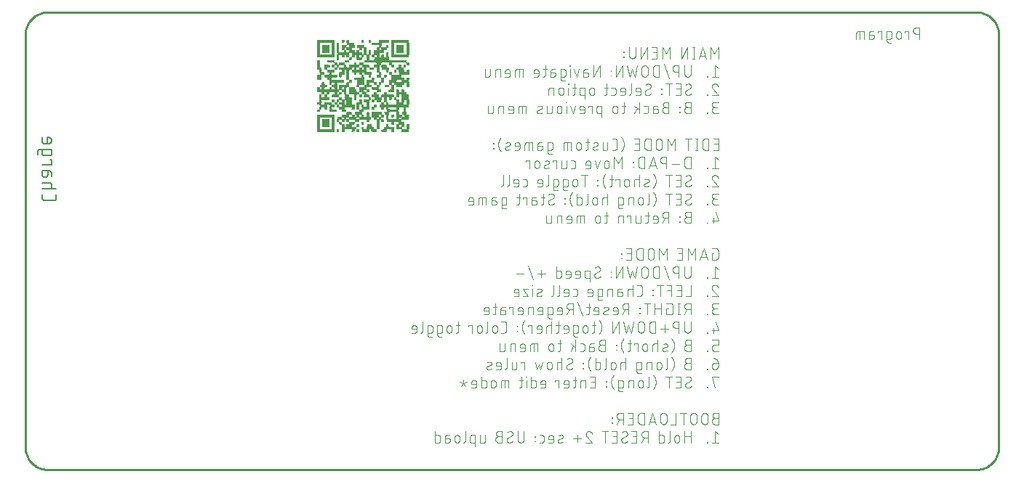
<source format=gbr>
G04 EAGLE Gerber RS-274X export*
G75*
%MOMM*%
%FSLAX34Y34*%
%LPD*%
%INSilkscreen Bottom*%
%IPPOS*%
%AMOC8*
5,1,8,0,0,1.08239X$1,22.5*%
G01*
%ADD10C,0.152400*%
%ADD11C,0.101600*%
%ADD12R,2.032000X0.050800*%
%ADD13R,0.254000X0.050800*%
%ADD14R,0.304800X0.050800*%
%ADD15R,0.863600X0.050800*%
%ADD16R,0.558800X0.050800*%
%ADD17R,0.609600X0.050800*%
%ADD18R,1.727200X0.050800*%
%ADD19R,1.168400X0.050800*%
%ADD20R,0.812800X0.050800*%
%ADD21R,0.355600X0.050800*%
%ADD22R,0.914400X0.050800*%
%ADD23R,1.422400X0.050800*%
%ADD24R,0.203200X0.050800*%
%ADD25R,1.117600X0.050800*%
%ADD26R,1.473200X0.050800*%
%ADD27R,3.454400X0.050800*%
%ADD28R,1.371600X0.050800*%
%ADD29R,2.590800X0.050800*%
%ADD30R,0.508000X0.050800*%
%ADD31R,0.660400X0.050800*%
%ADD32R,4.927600X0.050800*%
%ADD33R,1.778000X0.050800*%
%ADD34C,0.254000*%


D10*
X185674Y364444D02*
X185674Y360832D01*
X185676Y360714D01*
X185682Y360596D01*
X185691Y360478D01*
X185705Y360361D01*
X185722Y360244D01*
X185743Y360127D01*
X185768Y360012D01*
X185797Y359897D01*
X185830Y359783D01*
X185866Y359671D01*
X185906Y359560D01*
X185949Y359450D01*
X185996Y359341D01*
X186046Y359234D01*
X186101Y359129D01*
X186158Y359026D01*
X186219Y358925D01*
X186283Y358825D01*
X186350Y358728D01*
X186420Y358633D01*
X186494Y358541D01*
X186570Y358450D01*
X186650Y358363D01*
X186732Y358278D01*
X186817Y358196D01*
X186904Y358116D01*
X186995Y358040D01*
X187087Y357966D01*
X187182Y357896D01*
X187279Y357829D01*
X187379Y357765D01*
X187480Y357704D01*
X187583Y357647D01*
X187688Y357592D01*
X187795Y357542D01*
X187904Y357495D01*
X188014Y357452D01*
X188125Y357412D01*
X188237Y357376D01*
X188351Y357343D01*
X188466Y357314D01*
X188581Y357289D01*
X188698Y357268D01*
X188815Y357251D01*
X188932Y357237D01*
X189050Y357228D01*
X189168Y357222D01*
X189286Y357220D01*
X189286Y357219D02*
X198318Y357219D01*
X198318Y357220D02*
X198436Y357222D01*
X198554Y357228D01*
X198672Y357237D01*
X198789Y357251D01*
X198906Y357268D01*
X199023Y357289D01*
X199138Y357314D01*
X199253Y357343D01*
X199367Y357376D01*
X199479Y357412D01*
X199590Y357452D01*
X199700Y357495D01*
X199809Y357542D01*
X199916Y357592D01*
X200021Y357646D01*
X200124Y357704D01*
X200225Y357765D01*
X200325Y357829D01*
X200422Y357896D01*
X200517Y357966D01*
X200609Y358040D01*
X200700Y358116D01*
X200787Y358196D01*
X200872Y358278D01*
X200954Y358363D01*
X201034Y358450D01*
X201110Y358541D01*
X201184Y358633D01*
X201254Y358728D01*
X201321Y358825D01*
X201385Y358925D01*
X201446Y359026D01*
X201503Y359129D01*
X201557Y359234D01*
X201608Y359341D01*
X201655Y359450D01*
X201698Y359560D01*
X201738Y359671D01*
X201774Y359783D01*
X201807Y359897D01*
X201836Y360012D01*
X201861Y360127D01*
X201882Y360244D01*
X201899Y360361D01*
X201913Y360478D01*
X201922Y360596D01*
X201928Y360714D01*
X201930Y360832D01*
X201930Y364444D01*
X201930Y370667D02*
X185674Y370667D01*
X196511Y370667D02*
X196511Y375183D01*
X196509Y375284D01*
X196503Y375385D01*
X196494Y375486D01*
X196481Y375587D01*
X196464Y375687D01*
X196443Y375786D01*
X196419Y375884D01*
X196391Y375981D01*
X196359Y376078D01*
X196324Y376173D01*
X196285Y376266D01*
X196243Y376358D01*
X196197Y376449D01*
X196148Y376538D01*
X196096Y376624D01*
X196040Y376709D01*
X195982Y376792D01*
X195920Y376872D01*
X195855Y376950D01*
X195788Y377026D01*
X195718Y377099D01*
X195645Y377169D01*
X195569Y377236D01*
X195491Y377301D01*
X195411Y377363D01*
X195328Y377421D01*
X195243Y377477D01*
X195157Y377529D01*
X195068Y377578D01*
X194977Y377624D01*
X194885Y377666D01*
X194792Y377705D01*
X194697Y377740D01*
X194600Y377772D01*
X194503Y377800D01*
X194405Y377824D01*
X194306Y377845D01*
X194206Y377862D01*
X194105Y377875D01*
X194004Y377884D01*
X193903Y377890D01*
X193802Y377892D01*
X185674Y377892D01*
X191996Y387823D02*
X191996Y391887D01*
X191996Y387823D02*
X191994Y387711D01*
X191988Y387600D01*
X191978Y387489D01*
X191965Y387378D01*
X191947Y387268D01*
X191925Y387159D01*
X191900Y387050D01*
X191871Y386942D01*
X191838Y386836D01*
X191801Y386730D01*
X191761Y386626D01*
X191717Y386524D01*
X191669Y386423D01*
X191618Y386324D01*
X191563Y386226D01*
X191505Y386131D01*
X191444Y386038D01*
X191379Y385947D01*
X191311Y385858D01*
X191240Y385772D01*
X191167Y385689D01*
X191090Y385608D01*
X191010Y385529D01*
X190928Y385454D01*
X190843Y385382D01*
X190756Y385312D01*
X190666Y385246D01*
X190574Y385183D01*
X190479Y385123D01*
X190383Y385067D01*
X190285Y385014D01*
X190185Y384965D01*
X190083Y384919D01*
X189980Y384877D01*
X189875Y384838D01*
X189769Y384803D01*
X189662Y384772D01*
X189554Y384745D01*
X189445Y384721D01*
X189335Y384702D01*
X189225Y384686D01*
X189114Y384674D01*
X189002Y384666D01*
X188891Y384662D01*
X188779Y384662D01*
X188668Y384666D01*
X188556Y384674D01*
X188445Y384686D01*
X188335Y384702D01*
X188225Y384721D01*
X188116Y384745D01*
X188008Y384772D01*
X187901Y384803D01*
X187795Y384838D01*
X187690Y384877D01*
X187587Y384919D01*
X187485Y384965D01*
X187385Y385014D01*
X187287Y385067D01*
X187191Y385123D01*
X187096Y385183D01*
X187004Y385246D01*
X186914Y385312D01*
X186827Y385382D01*
X186742Y385454D01*
X186660Y385529D01*
X186580Y385608D01*
X186503Y385689D01*
X186430Y385772D01*
X186359Y385858D01*
X186291Y385947D01*
X186226Y386038D01*
X186165Y386131D01*
X186107Y386226D01*
X186052Y386324D01*
X186001Y386423D01*
X185953Y386524D01*
X185909Y386626D01*
X185869Y386730D01*
X185832Y386836D01*
X185799Y386942D01*
X185770Y387050D01*
X185745Y387159D01*
X185723Y387268D01*
X185705Y387378D01*
X185692Y387489D01*
X185682Y387600D01*
X185676Y387711D01*
X185674Y387823D01*
X185674Y391887D01*
X193802Y391887D01*
X193802Y391886D02*
X193903Y391884D01*
X194004Y391878D01*
X194105Y391869D01*
X194206Y391856D01*
X194306Y391839D01*
X194405Y391818D01*
X194503Y391794D01*
X194600Y391766D01*
X194697Y391734D01*
X194792Y391699D01*
X194885Y391660D01*
X194977Y391618D01*
X195068Y391572D01*
X195157Y391523D01*
X195243Y391471D01*
X195328Y391415D01*
X195411Y391357D01*
X195491Y391295D01*
X195569Y391230D01*
X195645Y391163D01*
X195718Y391093D01*
X195788Y391020D01*
X195855Y390944D01*
X195920Y390866D01*
X195982Y390786D01*
X196040Y390703D01*
X196096Y390618D01*
X196148Y390532D01*
X196197Y390443D01*
X196243Y390352D01*
X196285Y390260D01*
X196324Y390167D01*
X196359Y390072D01*
X196391Y389975D01*
X196419Y389878D01*
X196443Y389780D01*
X196464Y389681D01*
X196481Y389581D01*
X196494Y389480D01*
X196503Y389379D01*
X196509Y389278D01*
X196511Y389177D01*
X196511Y385565D01*
X196511Y399409D02*
X185674Y399409D01*
X196511Y399409D02*
X196511Y404828D01*
X194705Y404828D01*
X185674Y412381D02*
X185674Y416897D01*
X185674Y412381D02*
X185676Y412280D01*
X185682Y412179D01*
X185691Y412078D01*
X185704Y411977D01*
X185721Y411877D01*
X185742Y411778D01*
X185766Y411680D01*
X185794Y411583D01*
X185826Y411486D01*
X185861Y411391D01*
X185900Y411298D01*
X185942Y411206D01*
X185988Y411115D01*
X186037Y411027D01*
X186089Y410940D01*
X186145Y410855D01*
X186203Y410772D01*
X186265Y410692D01*
X186330Y410614D01*
X186397Y410538D01*
X186467Y410465D01*
X186540Y410395D01*
X186616Y410328D01*
X186694Y410263D01*
X186774Y410201D01*
X186857Y410143D01*
X186942Y410087D01*
X187029Y410035D01*
X187117Y409986D01*
X187208Y409940D01*
X187300Y409898D01*
X187393Y409859D01*
X187488Y409824D01*
X187585Y409792D01*
X187682Y409764D01*
X187780Y409740D01*
X187879Y409719D01*
X187979Y409702D01*
X188080Y409689D01*
X188181Y409680D01*
X188282Y409674D01*
X188383Y409672D01*
X193802Y409672D01*
X193903Y409674D01*
X194004Y409680D01*
X194105Y409689D01*
X194206Y409702D01*
X194306Y409719D01*
X194405Y409740D01*
X194503Y409764D01*
X194600Y409792D01*
X194697Y409824D01*
X194792Y409859D01*
X194885Y409898D01*
X194977Y409940D01*
X195068Y409986D01*
X195157Y410035D01*
X195243Y410087D01*
X195328Y410143D01*
X195411Y410201D01*
X195491Y410263D01*
X195569Y410328D01*
X195645Y410395D01*
X195718Y410465D01*
X195788Y410538D01*
X195855Y410614D01*
X195920Y410692D01*
X195982Y410772D01*
X196040Y410855D01*
X196096Y410940D01*
X196148Y411027D01*
X196197Y411115D01*
X196243Y411206D01*
X196285Y411298D01*
X196324Y411391D01*
X196359Y411486D01*
X196391Y411583D01*
X196419Y411680D01*
X196443Y411778D01*
X196464Y411877D01*
X196481Y411977D01*
X196494Y412078D01*
X196503Y412179D01*
X196509Y412280D01*
X196511Y412381D01*
X196511Y416897D01*
X182965Y416897D01*
X182965Y416896D02*
X182861Y416894D01*
X182758Y416888D01*
X182654Y416878D01*
X182551Y416864D01*
X182449Y416846D01*
X182348Y416825D01*
X182247Y416799D01*
X182148Y416770D01*
X182049Y416737D01*
X181952Y416700D01*
X181857Y416659D01*
X181763Y416615D01*
X181671Y416567D01*
X181581Y416516D01*
X181492Y416461D01*
X181406Y416403D01*
X181323Y416341D01*
X181241Y416277D01*
X181163Y416209D01*
X181087Y416139D01*
X181013Y416066D01*
X180943Y415989D01*
X180875Y415911D01*
X180811Y415829D01*
X180749Y415746D01*
X180691Y415660D01*
X180636Y415571D01*
X180585Y415481D01*
X180537Y415389D01*
X180493Y415295D01*
X180452Y415200D01*
X180415Y415103D01*
X180382Y415004D01*
X180353Y414905D01*
X180327Y414804D01*
X180306Y414703D01*
X180288Y414601D01*
X180274Y414498D01*
X180264Y414394D01*
X180258Y414291D01*
X180256Y414187D01*
X180255Y414187D02*
X180255Y410575D01*
X185674Y426522D02*
X185674Y431038D01*
X185674Y426522D02*
X185676Y426421D01*
X185682Y426320D01*
X185691Y426219D01*
X185704Y426118D01*
X185721Y426018D01*
X185742Y425919D01*
X185766Y425821D01*
X185794Y425724D01*
X185826Y425627D01*
X185861Y425532D01*
X185900Y425439D01*
X185942Y425347D01*
X185988Y425256D01*
X186037Y425168D01*
X186089Y425081D01*
X186145Y424996D01*
X186203Y424913D01*
X186265Y424833D01*
X186330Y424755D01*
X186397Y424679D01*
X186467Y424606D01*
X186540Y424536D01*
X186616Y424469D01*
X186694Y424404D01*
X186774Y424342D01*
X186857Y424284D01*
X186942Y424228D01*
X187029Y424176D01*
X187117Y424127D01*
X187208Y424081D01*
X187300Y424039D01*
X187393Y424000D01*
X187488Y423965D01*
X187585Y423933D01*
X187682Y423905D01*
X187780Y423881D01*
X187879Y423860D01*
X187979Y423843D01*
X188080Y423830D01*
X188181Y423821D01*
X188282Y423815D01*
X188383Y423813D01*
X192899Y423813D01*
X192899Y423814D02*
X193018Y423816D01*
X193138Y423822D01*
X193257Y423832D01*
X193375Y423846D01*
X193494Y423863D01*
X193611Y423885D01*
X193728Y423910D01*
X193843Y423940D01*
X193958Y423973D01*
X194072Y424010D01*
X194184Y424050D01*
X194295Y424095D01*
X194404Y424143D01*
X194512Y424194D01*
X194618Y424249D01*
X194722Y424308D01*
X194824Y424370D01*
X194924Y424435D01*
X195022Y424504D01*
X195118Y424576D01*
X195211Y424651D01*
X195301Y424728D01*
X195389Y424809D01*
X195474Y424893D01*
X195556Y424980D01*
X195636Y425069D01*
X195712Y425161D01*
X195786Y425255D01*
X195856Y425352D01*
X195923Y425450D01*
X195987Y425551D01*
X196047Y425655D01*
X196104Y425760D01*
X196157Y425867D01*
X196207Y425975D01*
X196253Y426085D01*
X196295Y426197D01*
X196334Y426310D01*
X196369Y426424D01*
X196400Y426539D01*
X196428Y426656D01*
X196451Y426773D01*
X196471Y426890D01*
X196487Y427009D01*
X196499Y427128D01*
X196507Y427247D01*
X196511Y427366D01*
X196511Y427486D01*
X196507Y427605D01*
X196499Y427724D01*
X196487Y427843D01*
X196471Y427962D01*
X196451Y428079D01*
X196428Y428196D01*
X196400Y428313D01*
X196369Y428428D01*
X196334Y428542D01*
X196295Y428655D01*
X196253Y428767D01*
X196207Y428877D01*
X196157Y428985D01*
X196104Y429092D01*
X196047Y429197D01*
X195987Y429301D01*
X195923Y429402D01*
X195856Y429500D01*
X195786Y429597D01*
X195712Y429691D01*
X195636Y429783D01*
X195556Y429872D01*
X195474Y429959D01*
X195389Y430043D01*
X195301Y430124D01*
X195211Y430201D01*
X195118Y430276D01*
X195022Y430348D01*
X194924Y430417D01*
X194824Y430482D01*
X194722Y430544D01*
X194618Y430603D01*
X194512Y430658D01*
X194404Y430709D01*
X194295Y430757D01*
X194184Y430802D01*
X194072Y430842D01*
X193958Y430879D01*
X193843Y430912D01*
X193728Y430942D01*
X193611Y430967D01*
X193494Y430989D01*
X193375Y431006D01*
X193257Y431020D01*
X193138Y431030D01*
X193018Y431036D01*
X192899Y431038D01*
X191093Y431038D01*
X191093Y423813D01*
D11*
X972566Y522986D02*
X972566Y536194D01*
X968163Y528856D01*
X963761Y536194D01*
X963761Y522986D01*
X958484Y522986D02*
X954082Y536194D01*
X949679Y522986D01*
X950780Y526288D02*
X957384Y526288D01*
X943840Y522986D02*
X943840Y536194D01*
X945308Y522986D02*
X942373Y522986D01*
X942373Y536194D02*
X945308Y536194D01*
X936841Y536194D02*
X936841Y522986D01*
X929504Y522986D02*
X936841Y536194D01*
X929504Y536194D02*
X929504Y522986D01*
X916239Y522986D02*
X916239Y536194D01*
X911836Y528856D01*
X907434Y536194D01*
X907434Y522986D01*
X900973Y522986D02*
X895103Y522986D01*
X900973Y522986D02*
X900973Y536194D01*
X895103Y536194D01*
X896570Y530324D02*
X900973Y530324D01*
X889902Y536194D02*
X889902Y522986D01*
X882564Y522986D02*
X889902Y536194D01*
X882564Y536194D02*
X882564Y522986D01*
X876247Y526655D02*
X876247Y536194D01*
X876247Y526655D02*
X876245Y526535D01*
X876239Y526415D01*
X876229Y526295D01*
X876216Y526176D01*
X876198Y526057D01*
X876177Y525939D01*
X876151Y525822D01*
X876122Y525705D01*
X876089Y525590D01*
X876052Y525476D01*
X876012Y525363D01*
X875968Y525251D01*
X875920Y525141D01*
X875869Y525032D01*
X875814Y524925D01*
X875755Y524821D01*
X875694Y524718D01*
X875629Y524617D01*
X875560Y524518D01*
X875489Y524421D01*
X875414Y524327D01*
X875337Y524236D01*
X875256Y524147D01*
X875172Y524061D01*
X875086Y523977D01*
X874997Y523896D01*
X874906Y523819D01*
X874812Y523744D01*
X874715Y523673D01*
X874616Y523604D01*
X874515Y523539D01*
X874413Y523478D01*
X874308Y523419D01*
X874201Y523364D01*
X874092Y523313D01*
X873982Y523265D01*
X873870Y523221D01*
X873757Y523181D01*
X873643Y523144D01*
X873528Y523111D01*
X873411Y523082D01*
X873294Y523056D01*
X873176Y523035D01*
X873057Y523017D01*
X872938Y523004D01*
X872818Y522994D01*
X872698Y522988D01*
X872578Y522986D01*
X872458Y522988D01*
X872338Y522994D01*
X872218Y523004D01*
X872099Y523017D01*
X871980Y523035D01*
X871862Y523056D01*
X871745Y523082D01*
X871628Y523111D01*
X871513Y523144D01*
X871399Y523181D01*
X871286Y523221D01*
X871174Y523265D01*
X871064Y523313D01*
X870955Y523364D01*
X870848Y523419D01*
X870744Y523478D01*
X870641Y523539D01*
X870540Y523604D01*
X870441Y523673D01*
X870344Y523744D01*
X870250Y523819D01*
X870159Y523896D01*
X870070Y523977D01*
X869984Y524061D01*
X869900Y524147D01*
X869819Y524236D01*
X869742Y524327D01*
X869667Y524421D01*
X869596Y524518D01*
X869527Y524617D01*
X869462Y524718D01*
X869401Y524821D01*
X869342Y524925D01*
X869287Y525032D01*
X869236Y525141D01*
X869188Y525251D01*
X869144Y525363D01*
X869104Y525476D01*
X869067Y525590D01*
X869034Y525705D01*
X869005Y525822D01*
X868979Y525939D01*
X868958Y526057D01*
X868940Y526176D01*
X868927Y526295D01*
X868917Y526415D01*
X868911Y526535D01*
X868909Y526655D01*
X868909Y536194D01*
X863131Y524820D02*
X863131Y524087D01*
X863131Y524820D02*
X862397Y524820D01*
X862397Y524087D01*
X863131Y524087D01*
X863131Y529957D02*
X863131Y530691D01*
X862397Y530691D01*
X862397Y529957D01*
X863131Y529957D01*
X968897Y514858D02*
X972566Y511923D01*
X968897Y514858D02*
X968897Y501650D01*
X972566Y501650D02*
X965228Y501650D01*
X960303Y501650D02*
X960303Y502384D01*
X959569Y502384D01*
X959569Y501650D01*
X960303Y501650D01*
X940562Y505319D02*
X940562Y514858D01*
X940562Y505319D02*
X940560Y505199D01*
X940554Y505079D01*
X940544Y504959D01*
X940531Y504840D01*
X940513Y504721D01*
X940492Y504603D01*
X940466Y504486D01*
X940437Y504369D01*
X940404Y504254D01*
X940367Y504140D01*
X940327Y504027D01*
X940283Y503915D01*
X940235Y503805D01*
X940184Y503696D01*
X940129Y503589D01*
X940070Y503485D01*
X940009Y503382D01*
X939944Y503281D01*
X939875Y503182D01*
X939804Y503085D01*
X939729Y502991D01*
X939652Y502900D01*
X939571Y502811D01*
X939487Y502725D01*
X939401Y502641D01*
X939312Y502560D01*
X939221Y502483D01*
X939127Y502408D01*
X939030Y502337D01*
X938931Y502268D01*
X938830Y502203D01*
X938728Y502142D01*
X938623Y502083D01*
X938516Y502028D01*
X938407Y501977D01*
X938297Y501929D01*
X938185Y501885D01*
X938072Y501845D01*
X937958Y501808D01*
X937843Y501775D01*
X937726Y501746D01*
X937609Y501720D01*
X937491Y501699D01*
X937372Y501681D01*
X937253Y501668D01*
X937133Y501658D01*
X937013Y501652D01*
X936893Y501650D01*
X936773Y501652D01*
X936653Y501658D01*
X936533Y501668D01*
X936414Y501681D01*
X936295Y501699D01*
X936177Y501720D01*
X936060Y501746D01*
X935943Y501775D01*
X935828Y501808D01*
X935714Y501845D01*
X935601Y501885D01*
X935489Y501929D01*
X935379Y501977D01*
X935270Y502028D01*
X935163Y502083D01*
X935059Y502142D01*
X934956Y502203D01*
X934855Y502268D01*
X934756Y502337D01*
X934659Y502408D01*
X934565Y502483D01*
X934474Y502560D01*
X934385Y502641D01*
X934299Y502725D01*
X934215Y502811D01*
X934134Y502900D01*
X934057Y502991D01*
X933982Y503085D01*
X933911Y503182D01*
X933842Y503281D01*
X933777Y503382D01*
X933716Y503485D01*
X933657Y503589D01*
X933602Y503696D01*
X933551Y503805D01*
X933503Y503915D01*
X933459Y504027D01*
X933419Y504140D01*
X933382Y504254D01*
X933349Y504369D01*
X933320Y504486D01*
X933294Y504603D01*
X933273Y504721D01*
X933255Y504840D01*
X933242Y504959D01*
X933232Y505079D01*
X933226Y505199D01*
X933224Y505319D01*
X933224Y514858D01*
X926728Y514858D02*
X926728Y501650D01*
X926728Y514858D02*
X923059Y514858D01*
X922939Y514856D01*
X922819Y514850D01*
X922699Y514840D01*
X922580Y514827D01*
X922461Y514809D01*
X922343Y514788D01*
X922226Y514762D01*
X922109Y514733D01*
X921994Y514700D01*
X921880Y514663D01*
X921767Y514623D01*
X921655Y514579D01*
X921545Y514531D01*
X921436Y514480D01*
X921329Y514425D01*
X921225Y514366D01*
X921122Y514305D01*
X921021Y514240D01*
X920922Y514171D01*
X920825Y514100D01*
X920731Y514025D01*
X920640Y513948D01*
X920551Y513867D01*
X920465Y513783D01*
X920381Y513697D01*
X920300Y513608D01*
X920223Y513517D01*
X920148Y513423D01*
X920077Y513326D01*
X920008Y513227D01*
X919943Y513126D01*
X919882Y513024D01*
X919823Y512919D01*
X919768Y512812D01*
X919717Y512703D01*
X919669Y512593D01*
X919625Y512481D01*
X919585Y512368D01*
X919548Y512254D01*
X919515Y512139D01*
X919486Y512022D01*
X919460Y511905D01*
X919439Y511787D01*
X919421Y511668D01*
X919408Y511549D01*
X919398Y511429D01*
X919392Y511309D01*
X919390Y511189D01*
X919392Y511069D01*
X919398Y510949D01*
X919408Y510829D01*
X919421Y510710D01*
X919439Y510591D01*
X919460Y510473D01*
X919486Y510356D01*
X919515Y510239D01*
X919548Y510124D01*
X919585Y510010D01*
X919625Y509897D01*
X919669Y509785D01*
X919717Y509675D01*
X919768Y509566D01*
X919823Y509459D01*
X919882Y509355D01*
X919943Y509252D01*
X920008Y509151D01*
X920077Y509052D01*
X920148Y508955D01*
X920223Y508861D01*
X920300Y508770D01*
X920381Y508681D01*
X920465Y508595D01*
X920551Y508511D01*
X920640Y508430D01*
X920731Y508353D01*
X920825Y508278D01*
X920922Y508207D01*
X921021Y508138D01*
X921122Y508073D01*
X921225Y508012D01*
X921329Y507953D01*
X921436Y507898D01*
X921545Y507847D01*
X921655Y507799D01*
X921767Y507755D01*
X921880Y507715D01*
X921994Y507678D01*
X922109Y507645D01*
X922226Y507616D01*
X922343Y507590D01*
X922461Y507569D01*
X922580Y507551D01*
X922699Y507538D01*
X922819Y507528D01*
X922939Y507522D01*
X923059Y507520D01*
X926728Y507520D01*
X915079Y500182D02*
X909208Y516326D01*
X903864Y514858D02*
X903864Y501650D01*
X903864Y514858D02*
X900195Y514858D01*
X900075Y514856D01*
X899955Y514850D01*
X899835Y514840D01*
X899716Y514827D01*
X899597Y514809D01*
X899479Y514788D01*
X899362Y514762D01*
X899245Y514733D01*
X899130Y514700D01*
X899016Y514663D01*
X898903Y514623D01*
X898791Y514579D01*
X898681Y514531D01*
X898572Y514480D01*
X898465Y514425D01*
X898361Y514366D01*
X898258Y514305D01*
X898157Y514240D01*
X898058Y514171D01*
X897961Y514100D01*
X897867Y514025D01*
X897776Y513948D01*
X897687Y513867D01*
X897601Y513783D01*
X897517Y513697D01*
X897436Y513608D01*
X897359Y513517D01*
X897284Y513423D01*
X897213Y513326D01*
X897144Y513227D01*
X897079Y513126D01*
X897018Y513024D01*
X896959Y512919D01*
X896904Y512812D01*
X896853Y512703D01*
X896805Y512593D01*
X896761Y512481D01*
X896721Y512368D01*
X896684Y512254D01*
X896651Y512139D01*
X896622Y512022D01*
X896596Y511905D01*
X896575Y511787D01*
X896557Y511668D01*
X896544Y511549D01*
X896534Y511429D01*
X896528Y511309D01*
X896526Y511189D01*
X896526Y505319D01*
X896528Y505199D01*
X896534Y505079D01*
X896544Y504959D01*
X896557Y504840D01*
X896575Y504721D01*
X896596Y504603D01*
X896622Y504486D01*
X896651Y504369D01*
X896684Y504254D01*
X896721Y504140D01*
X896761Y504027D01*
X896805Y503915D01*
X896853Y503805D01*
X896904Y503696D01*
X896959Y503589D01*
X897018Y503485D01*
X897079Y503382D01*
X897144Y503281D01*
X897213Y503182D01*
X897284Y503085D01*
X897359Y502991D01*
X897436Y502900D01*
X897517Y502811D01*
X897601Y502725D01*
X897687Y502641D01*
X897776Y502560D01*
X897867Y502483D01*
X897961Y502408D01*
X898058Y502337D01*
X898157Y502268D01*
X898258Y502203D01*
X898361Y502142D01*
X898465Y502083D01*
X898572Y502028D01*
X898681Y501977D01*
X898791Y501929D01*
X898903Y501885D01*
X899016Y501845D01*
X899130Y501808D01*
X899245Y501775D01*
X899362Y501746D01*
X899479Y501720D01*
X899597Y501699D01*
X899716Y501681D01*
X899835Y501668D01*
X899955Y501658D01*
X900075Y501652D01*
X900195Y501650D01*
X903864Y501650D01*
X890636Y505319D02*
X890636Y511189D01*
X890634Y511309D01*
X890628Y511429D01*
X890618Y511549D01*
X890605Y511668D01*
X890587Y511787D01*
X890566Y511905D01*
X890540Y512022D01*
X890511Y512139D01*
X890478Y512254D01*
X890441Y512368D01*
X890401Y512481D01*
X890357Y512593D01*
X890309Y512703D01*
X890258Y512812D01*
X890203Y512919D01*
X890144Y513024D01*
X890083Y513126D01*
X890018Y513227D01*
X889949Y513326D01*
X889878Y513423D01*
X889803Y513517D01*
X889726Y513608D01*
X889645Y513697D01*
X889561Y513783D01*
X889475Y513867D01*
X889386Y513948D01*
X889295Y514025D01*
X889201Y514100D01*
X889104Y514171D01*
X889005Y514240D01*
X888904Y514305D01*
X888802Y514366D01*
X888697Y514425D01*
X888590Y514480D01*
X888481Y514531D01*
X888371Y514579D01*
X888259Y514623D01*
X888146Y514663D01*
X888032Y514700D01*
X887917Y514733D01*
X887800Y514762D01*
X887683Y514788D01*
X887565Y514809D01*
X887446Y514827D01*
X887327Y514840D01*
X887207Y514850D01*
X887087Y514856D01*
X886967Y514858D01*
X886847Y514856D01*
X886727Y514850D01*
X886607Y514840D01*
X886488Y514827D01*
X886369Y514809D01*
X886251Y514788D01*
X886134Y514762D01*
X886017Y514733D01*
X885902Y514700D01*
X885788Y514663D01*
X885675Y514623D01*
X885563Y514579D01*
X885453Y514531D01*
X885344Y514480D01*
X885237Y514425D01*
X885133Y514366D01*
X885030Y514305D01*
X884929Y514240D01*
X884830Y514171D01*
X884733Y514100D01*
X884639Y514025D01*
X884548Y513948D01*
X884459Y513867D01*
X884373Y513783D01*
X884289Y513697D01*
X884208Y513608D01*
X884131Y513517D01*
X884056Y513423D01*
X883985Y513326D01*
X883916Y513227D01*
X883851Y513126D01*
X883790Y513024D01*
X883731Y512919D01*
X883676Y512812D01*
X883625Y512703D01*
X883577Y512593D01*
X883533Y512481D01*
X883493Y512368D01*
X883456Y512254D01*
X883423Y512139D01*
X883394Y512022D01*
X883368Y511905D01*
X883347Y511787D01*
X883329Y511668D01*
X883316Y511549D01*
X883306Y511429D01*
X883300Y511309D01*
X883298Y511189D01*
X883298Y505319D01*
X883300Y505199D01*
X883306Y505079D01*
X883316Y504959D01*
X883329Y504840D01*
X883347Y504721D01*
X883368Y504603D01*
X883394Y504486D01*
X883423Y504369D01*
X883456Y504254D01*
X883493Y504140D01*
X883533Y504027D01*
X883577Y503915D01*
X883625Y503805D01*
X883676Y503696D01*
X883731Y503589D01*
X883790Y503485D01*
X883851Y503382D01*
X883916Y503281D01*
X883985Y503182D01*
X884056Y503085D01*
X884131Y502991D01*
X884208Y502900D01*
X884289Y502811D01*
X884373Y502725D01*
X884459Y502641D01*
X884548Y502560D01*
X884639Y502483D01*
X884733Y502408D01*
X884830Y502337D01*
X884929Y502268D01*
X885030Y502203D01*
X885133Y502142D01*
X885237Y502083D01*
X885344Y502028D01*
X885453Y501977D01*
X885563Y501929D01*
X885675Y501885D01*
X885788Y501845D01*
X885902Y501808D01*
X886017Y501775D01*
X886134Y501746D01*
X886251Y501720D01*
X886369Y501699D01*
X886488Y501681D01*
X886607Y501668D01*
X886727Y501658D01*
X886847Y501652D01*
X886967Y501650D01*
X887087Y501652D01*
X887207Y501658D01*
X887327Y501668D01*
X887446Y501681D01*
X887565Y501699D01*
X887683Y501720D01*
X887800Y501746D01*
X887917Y501775D01*
X888032Y501808D01*
X888146Y501845D01*
X888259Y501885D01*
X888371Y501929D01*
X888481Y501977D01*
X888590Y502028D01*
X888697Y502083D01*
X888802Y502142D01*
X888904Y502203D01*
X889005Y502268D01*
X889104Y502337D01*
X889201Y502408D01*
X889295Y502483D01*
X889386Y502560D01*
X889475Y502641D01*
X889561Y502725D01*
X889645Y502811D01*
X889726Y502900D01*
X889803Y502991D01*
X889878Y503085D01*
X889949Y503182D01*
X890018Y503281D01*
X890083Y503382D01*
X890144Y503485D01*
X890203Y503589D01*
X890258Y503696D01*
X890309Y503805D01*
X890357Y503915D01*
X890401Y504027D01*
X890441Y504140D01*
X890478Y504254D01*
X890511Y504369D01*
X890540Y504486D01*
X890566Y504603D01*
X890587Y504721D01*
X890605Y504840D01*
X890618Y504959D01*
X890628Y505079D01*
X890634Y505199D01*
X890636Y505319D01*
X878329Y514858D02*
X875394Y501650D01*
X872459Y510455D01*
X869523Y501650D01*
X866588Y514858D01*
X861192Y514858D02*
X861192Y501650D01*
X853855Y501650D02*
X861192Y514858D01*
X853855Y514858D02*
X853855Y501650D01*
X848076Y502751D02*
X848076Y503484D01*
X847342Y503484D01*
X847342Y502751D01*
X848076Y502751D01*
X848076Y508621D02*
X848076Y509355D01*
X847342Y509355D01*
X847342Y508621D01*
X848076Y508621D01*
X834736Y514858D02*
X834736Y501650D01*
X827398Y501650D02*
X834736Y514858D01*
X827398Y514858D02*
X827398Y501650D01*
X819121Y506786D02*
X815819Y506786D01*
X819121Y506786D02*
X819221Y506784D01*
X819320Y506778D01*
X819419Y506769D01*
X819518Y506755D01*
X819616Y506738D01*
X819713Y506717D01*
X819810Y506692D01*
X819905Y506663D01*
X819999Y506631D01*
X820092Y506595D01*
X820184Y506556D01*
X820274Y506513D01*
X820362Y506466D01*
X820448Y506417D01*
X820532Y506364D01*
X820614Y506307D01*
X820694Y506248D01*
X820772Y506185D01*
X820847Y506120D01*
X820919Y506051D01*
X820989Y505980D01*
X821056Y505907D01*
X821120Y505830D01*
X821181Y505752D01*
X821239Y505670D01*
X821293Y505587D01*
X821345Y505502D01*
X821393Y505415D01*
X821438Y505326D01*
X821479Y505235D01*
X821517Y505143D01*
X821551Y505049D01*
X821581Y504955D01*
X821608Y504859D01*
X821631Y504762D01*
X821650Y504664D01*
X821665Y504566D01*
X821677Y504467D01*
X821685Y504367D01*
X821689Y504268D01*
X821689Y504168D01*
X821685Y504069D01*
X821677Y503969D01*
X821665Y503870D01*
X821650Y503772D01*
X821631Y503674D01*
X821608Y503577D01*
X821581Y503481D01*
X821551Y503387D01*
X821517Y503293D01*
X821479Y503201D01*
X821438Y503110D01*
X821393Y503021D01*
X821345Y502934D01*
X821293Y502849D01*
X821239Y502766D01*
X821181Y502684D01*
X821120Y502606D01*
X821056Y502529D01*
X820989Y502456D01*
X820919Y502385D01*
X820847Y502316D01*
X820772Y502251D01*
X820694Y502188D01*
X820614Y502129D01*
X820532Y502072D01*
X820448Y502019D01*
X820362Y501970D01*
X820274Y501923D01*
X820184Y501880D01*
X820092Y501841D01*
X819999Y501805D01*
X819905Y501773D01*
X819810Y501744D01*
X819713Y501719D01*
X819616Y501698D01*
X819518Y501681D01*
X819419Y501667D01*
X819320Y501658D01*
X819221Y501652D01*
X819121Y501650D01*
X815819Y501650D01*
X815819Y508254D01*
X815820Y508254D02*
X815822Y508345D01*
X815828Y508436D01*
X815837Y508526D01*
X815850Y508616D01*
X815867Y508706D01*
X815887Y508794D01*
X815912Y508882D01*
X815939Y508969D01*
X815971Y509054D01*
X816005Y509138D01*
X816044Y509221D01*
X816085Y509302D01*
X816130Y509381D01*
X816178Y509458D01*
X816230Y509533D01*
X816284Y509606D01*
X816341Y509677D01*
X816402Y509745D01*
X816465Y509810D01*
X816530Y509873D01*
X816599Y509934D01*
X816669Y509991D01*
X816742Y510045D01*
X816817Y510097D01*
X816894Y510145D01*
X816973Y510190D01*
X817054Y510231D01*
X817137Y510270D01*
X817221Y510304D01*
X817306Y510336D01*
X817393Y510364D01*
X817481Y510388D01*
X817569Y510408D01*
X817659Y510425D01*
X817749Y510438D01*
X817839Y510447D01*
X817930Y510453D01*
X818021Y510455D01*
X820956Y510455D01*
X810532Y510455D02*
X807597Y501650D01*
X804662Y510455D01*
X799916Y510455D02*
X799916Y501650D01*
X800283Y514124D02*
X800283Y514858D01*
X799549Y514858D01*
X799549Y514124D01*
X800283Y514124D01*
X792605Y501650D02*
X788936Y501650D01*
X792605Y501650D02*
X792696Y501652D01*
X792787Y501658D01*
X792877Y501667D01*
X792967Y501680D01*
X793057Y501697D01*
X793145Y501717D01*
X793233Y501742D01*
X793320Y501769D01*
X793405Y501801D01*
X793489Y501835D01*
X793572Y501874D01*
X793653Y501915D01*
X793732Y501960D01*
X793809Y502008D01*
X793884Y502060D01*
X793957Y502114D01*
X794028Y502171D01*
X794096Y502232D01*
X794161Y502295D01*
X794224Y502360D01*
X794285Y502428D01*
X794342Y502499D01*
X794396Y502572D01*
X794448Y502647D01*
X794496Y502724D01*
X794541Y502803D01*
X794582Y502884D01*
X794621Y502967D01*
X794655Y503051D01*
X794687Y503136D01*
X794714Y503223D01*
X794739Y503311D01*
X794759Y503399D01*
X794776Y503489D01*
X794789Y503579D01*
X794798Y503669D01*
X794804Y503760D01*
X794806Y503851D01*
X794806Y508254D01*
X794804Y508345D01*
X794798Y508436D01*
X794789Y508526D01*
X794776Y508616D01*
X794759Y508706D01*
X794739Y508794D01*
X794714Y508882D01*
X794687Y508969D01*
X794655Y509054D01*
X794621Y509138D01*
X794582Y509221D01*
X794541Y509302D01*
X794496Y509381D01*
X794448Y509458D01*
X794396Y509533D01*
X794342Y509606D01*
X794285Y509677D01*
X794224Y509745D01*
X794161Y509810D01*
X794096Y509873D01*
X794028Y509934D01*
X793957Y509991D01*
X793884Y510045D01*
X793809Y510097D01*
X793732Y510145D01*
X793653Y510190D01*
X793572Y510231D01*
X793489Y510270D01*
X793405Y510304D01*
X793320Y510336D01*
X793233Y510363D01*
X793145Y510388D01*
X793057Y510408D01*
X792967Y510425D01*
X792877Y510438D01*
X792787Y510447D01*
X792696Y510453D01*
X792605Y510455D01*
X788936Y510455D01*
X788936Y499449D01*
X788938Y499358D01*
X788944Y499267D01*
X788953Y499177D01*
X788966Y499087D01*
X788983Y498997D01*
X789003Y498909D01*
X789028Y498821D01*
X789055Y498734D01*
X789087Y498649D01*
X789121Y498565D01*
X789160Y498482D01*
X789201Y498401D01*
X789246Y498322D01*
X789294Y498245D01*
X789346Y498170D01*
X789400Y498097D01*
X789457Y498026D01*
X789518Y497958D01*
X789581Y497893D01*
X789646Y497830D01*
X789714Y497769D01*
X789785Y497712D01*
X789858Y497658D01*
X789933Y497606D01*
X790010Y497558D01*
X790089Y497513D01*
X790170Y497472D01*
X790253Y497433D01*
X790337Y497399D01*
X790422Y497367D01*
X790509Y497340D01*
X790597Y497315D01*
X790685Y497295D01*
X790775Y497278D01*
X790865Y497265D01*
X790955Y497256D01*
X791046Y497250D01*
X791137Y497248D01*
X791137Y497247D02*
X794072Y497247D01*
X780716Y506786D02*
X777414Y506786D01*
X780716Y506786D02*
X780816Y506784D01*
X780915Y506778D01*
X781014Y506769D01*
X781113Y506755D01*
X781211Y506738D01*
X781308Y506717D01*
X781405Y506692D01*
X781500Y506663D01*
X781594Y506631D01*
X781687Y506595D01*
X781779Y506556D01*
X781869Y506513D01*
X781957Y506466D01*
X782043Y506417D01*
X782127Y506364D01*
X782209Y506307D01*
X782289Y506248D01*
X782367Y506185D01*
X782442Y506120D01*
X782514Y506051D01*
X782584Y505980D01*
X782651Y505907D01*
X782715Y505830D01*
X782776Y505752D01*
X782834Y505670D01*
X782888Y505587D01*
X782940Y505502D01*
X782988Y505415D01*
X783033Y505326D01*
X783074Y505235D01*
X783112Y505143D01*
X783146Y505049D01*
X783176Y504955D01*
X783203Y504859D01*
X783226Y504762D01*
X783245Y504664D01*
X783260Y504566D01*
X783272Y504467D01*
X783280Y504367D01*
X783284Y504268D01*
X783284Y504168D01*
X783280Y504069D01*
X783272Y503969D01*
X783260Y503870D01*
X783245Y503772D01*
X783226Y503674D01*
X783203Y503577D01*
X783176Y503481D01*
X783146Y503387D01*
X783112Y503293D01*
X783074Y503201D01*
X783033Y503110D01*
X782988Y503021D01*
X782940Y502934D01*
X782888Y502849D01*
X782834Y502766D01*
X782776Y502684D01*
X782715Y502606D01*
X782651Y502529D01*
X782584Y502456D01*
X782514Y502385D01*
X782442Y502316D01*
X782367Y502251D01*
X782289Y502188D01*
X782209Y502129D01*
X782127Y502072D01*
X782043Y502019D01*
X781957Y501970D01*
X781869Y501923D01*
X781779Y501880D01*
X781687Y501841D01*
X781594Y501805D01*
X781500Y501773D01*
X781405Y501744D01*
X781308Y501719D01*
X781211Y501698D01*
X781113Y501681D01*
X781014Y501667D01*
X780915Y501658D01*
X780816Y501652D01*
X780716Y501650D01*
X777414Y501650D01*
X777414Y508254D01*
X777415Y508254D02*
X777417Y508345D01*
X777423Y508436D01*
X777432Y508526D01*
X777445Y508616D01*
X777462Y508706D01*
X777482Y508794D01*
X777507Y508882D01*
X777534Y508969D01*
X777566Y509054D01*
X777600Y509138D01*
X777639Y509221D01*
X777680Y509302D01*
X777725Y509381D01*
X777773Y509458D01*
X777825Y509533D01*
X777879Y509606D01*
X777936Y509677D01*
X777997Y509745D01*
X778060Y509810D01*
X778125Y509873D01*
X778194Y509934D01*
X778264Y509991D01*
X778337Y510045D01*
X778412Y510097D01*
X778489Y510145D01*
X778568Y510190D01*
X778649Y510231D01*
X778732Y510270D01*
X778816Y510304D01*
X778901Y510336D01*
X778988Y510364D01*
X779076Y510388D01*
X779164Y510408D01*
X779254Y510425D01*
X779344Y510438D01*
X779434Y510447D01*
X779525Y510453D01*
X779616Y510455D01*
X782551Y510455D01*
X772772Y510455D02*
X768369Y510455D01*
X771304Y514858D02*
X771304Y503851D01*
X771302Y503760D01*
X771296Y503669D01*
X771287Y503579D01*
X771274Y503489D01*
X771257Y503399D01*
X771237Y503311D01*
X771212Y503223D01*
X771185Y503136D01*
X771153Y503051D01*
X771119Y502967D01*
X771080Y502884D01*
X771039Y502803D01*
X770994Y502724D01*
X770946Y502647D01*
X770894Y502572D01*
X770840Y502499D01*
X770783Y502428D01*
X770722Y502360D01*
X770659Y502295D01*
X770594Y502232D01*
X770526Y502171D01*
X770455Y502114D01*
X770382Y502060D01*
X770307Y502008D01*
X770230Y501960D01*
X770151Y501915D01*
X770070Y501874D01*
X769987Y501835D01*
X769903Y501801D01*
X769818Y501769D01*
X769731Y501742D01*
X769643Y501717D01*
X769555Y501697D01*
X769465Y501680D01*
X769375Y501667D01*
X769285Y501658D01*
X769194Y501652D01*
X769103Y501650D01*
X768369Y501650D01*
X761392Y501650D02*
X757723Y501650D01*
X761392Y501650D02*
X761483Y501652D01*
X761574Y501658D01*
X761664Y501667D01*
X761754Y501680D01*
X761844Y501697D01*
X761932Y501717D01*
X762020Y501742D01*
X762107Y501769D01*
X762192Y501801D01*
X762276Y501835D01*
X762359Y501874D01*
X762440Y501915D01*
X762519Y501960D01*
X762596Y502008D01*
X762671Y502060D01*
X762744Y502114D01*
X762815Y502171D01*
X762883Y502232D01*
X762948Y502295D01*
X763011Y502360D01*
X763072Y502428D01*
X763129Y502499D01*
X763183Y502572D01*
X763235Y502647D01*
X763283Y502724D01*
X763328Y502803D01*
X763369Y502884D01*
X763408Y502967D01*
X763442Y503051D01*
X763474Y503136D01*
X763501Y503223D01*
X763526Y503311D01*
X763546Y503399D01*
X763563Y503489D01*
X763576Y503579D01*
X763585Y503669D01*
X763591Y503760D01*
X763593Y503851D01*
X763593Y507520D01*
X763591Y507627D01*
X763585Y507734D01*
X763575Y507841D01*
X763562Y507947D01*
X763544Y508053D01*
X763523Y508158D01*
X763498Y508262D01*
X763469Y508366D01*
X763436Y508468D01*
X763399Y508568D01*
X763359Y508668D01*
X763315Y508766D01*
X763268Y508862D01*
X763217Y508956D01*
X763163Y509049D01*
X763106Y509139D01*
X763045Y509228D01*
X762981Y509314D01*
X762914Y509397D01*
X762844Y509479D01*
X762771Y509557D01*
X762695Y509633D01*
X762617Y509706D01*
X762535Y509776D01*
X762452Y509843D01*
X762366Y509907D01*
X762277Y509968D01*
X762187Y510025D01*
X762094Y510079D01*
X762000Y510130D01*
X761904Y510177D01*
X761806Y510221D01*
X761706Y510261D01*
X761606Y510298D01*
X761504Y510331D01*
X761400Y510360D01*
X761296Y510385D01*
X761191Y510406D01*
X761085Y510424D01*
X760979Y510437D01*
X760872Y510447D01*
X760765Y510453D01*
X760658Y510455D01*
X760551Y510453D01*
X760444Y510447D01*
X760337Y510437D01*
X760231Y510424D01*
X760125Y510406D01*
X760020Y510385D01*
X759916Y510360D01*
X759812Y510331D01*
X759710Y510298D01*
X759610Y510261D01*
X759510Y510221D01*
X759412Y510177D01*
X759316Y510130D01*
X759222Y510079D01*
X759129Y510025D01*
X759039Y509968D01*
X758950Y509907D01*
X758864Y509843D01*
X758781Y509776D01*
X758699Y509706D01*
X758621Y509633D01*
X758545Y509557D01*
X758472Y509479D01*
X758402Y509397D01*
X758335Y509314D01*
X758271Y509228D01*
X758210Y509139D01*
X758153Y509049D01*
X758099Y508956D01*
X758048Y508862D01*
X758001Y508766D01*
X757957Y508668D01*
X757917Y508568D01*
X757880Y508468D01*
X757847Y508366D01*
X757818Y508262D01*
X757793Y508158D01*
X757772Y508053D01*
X757754Y507947D01*
X757741Y507841D01*
X757731Y507734D01*
X757725Y507627D01*
X757723Y507520D01*
X757723Y506053D01*
X763593Y506053D01*
X745005Y501650D02*
X745005Y510455D01*
X738401Y510455D01*
X738310Y510453D01*
X738219Y510447D01*
X738129Y510438D01*
X738039Y510425D01*
X737949Y510408D01*
X737861Y510388D01*
X737773Y510363D01*
X737686Y510336D01*
X737601Y510304D01*
X737517Y510270D01*
X737434Y510231D01*
X737353Y510190D01*
X737274Y510145D01*
X737197Y510097D01*
X737122Y510045D01*
X737049Y509991D01*
X736978Y509934D01*
X736910Y509873D01*
X736845Y509810D01*
X736782Y509745D01*
X736721Y509677D01*
X736664Y509606D01*
X736610Y509533D01*
X736558Y509458D01*
X736510Y509381D01*
X736465Y509302D01*
X736424Y509221D01*
X736385Y509138D01*
X736351Y509054D01*
X736319Y508969D01*
X736292Y508882D01*
X736267Y508794D01*
X736247Y508706D01*
X736230Y508616D01*
X736217Y508526D01*
X736208Y508436D01*
X736202Y508345D01*
X736200Y508254D01*
X736200Y501650D01*
X740602Y501650D02*
X740602Y510455D01*
X728108Y501650D02*
X724439Y501650D01*
X728108Y501650D02*
X728199Y501652D01*
X728290Y501658D01*
X728380Y501667D01*
X728470Y501680D01*
X728560Y501697D01*
X728648Y501717D01*
X728736Y501742D01*
X728823Y501769D01*
X728908Y501801D01*
X728992Y501835D01*
X729075Y501874D01*
X729156Y501915D01*
X729235Y501960D01*
X729312Y502008D01*
X729387Y502060D01*
X729460Y502114D01*
X729531Y502171D01*
X729599Y502232D01*
X729664Y502295D01*
X729727Y502360D01*
X729788Y502428D01*
X729845Y502499D01*
X729899Y502572D01*
X729951Y502647D01*
X729999Y502724D01*
X730044Y502803D01*
X730085Y502884D01*
X730124Y502967D01*
X730158Y503051D01*
X730190Y503136D01*
X730217Y503223D01*
X730242Y503311D01*
X730262Y503399D01*
X730279Y503489D01*
X730292Y503579D01*
X730301Y503669D01*
X730307Y503760D01*
X730309Y503851D01*
X730309Y507520D01*
X730307Y507627D01*
X730301Y507734D01*
X730291Y507841D01*
X730278Y507947D01*
X730260Y508053D01*
X730239Y508158D01*
X730214Y508262D01*
X730185Y508366D01*
X730152Y508468D01*
X730115Y508568D01*
X730075Y508668D01*
X730031Y508766D01*
X729984Y508862D01*
X729933Y508956D01*
X729879Y509049D01*
X729822Y509139D01*
X729761Y509228D01*
X729697Y509314D01*
X729630Y509397D01*
X729560Y509479D01*
X729487Y509557D01*
X729411Y509633D01*
X729333Y509706D01*
X729251Y509776D01*
X729168Y509843D01*
X729082Y509907D01*
X728993Y509968D01*
X728903Y510025D01*
X728810Y510079D01*
X728716Y510130D01*
X728620Y510177D01*
X728522Y510221D01*
X728422Y510261D01*
X728322Y510298D01*
X728220Y510331D01*
X728116Y510360D01*
X728012Y510385D01*
X727907Y510406D01*
X727801Y510424D01*
X727695Y510437D01*
X727588Y510447D01*
X727481Y510453D01*
X727374Y510455D01*
X727267Y510453D01*
X727160Y510447D01*
X727053Y510437D01*
X726947Y510424D01*
X726841Y510406D01*
X726736Y510385D01*
X726632Y510360D01*
X726528Y510331D01*
X726426Y510298D01*
X726326Y510261D01*
X726226Y510221D01*
X726128Y510177D01*
X726032Y510130D01*
X725938Y510079D01*
X725845Y510025D01*
X725755Y509968D01*
X725666Y509907D01*
X725580Y509843D01*
X725497Y509776D01*
X725415Y509706D01*
X725337Y509633D01*
X725261Y509557D01*
X725188Y509479D01*
X725118Y509397D01*
X725051Y509314D01*
X724987Y509228D01*
X724926Y509139D01*
X724869Y509049D01*
X724815Y508956D01*
X724764Y508862D01*
X724717Y508766D01*
X724673Y508668D01*
X724633Y508568D01*
X724596Y508468D01*
X724563Y508366D01*
X724534Y508262D01*
X724509Y508158D01*
X724488Y508053D01*
X724470Y507947D01*
X724457Y507841D01*
X724447Y507734D01*
X724441Y507627D01*
X724439Y507520D01*
X724439Y506053D01*
X730309Y506053D01*
X718788Y501650D02*
X718788Y510455D01*
X715119Y510455D01*
X715026Y510453D01*
X714932Y510447D01*
X714839Y510437D01*
X714747Y510423D01*
X714655Y510406D01*
X714564Y510384D01*
X714475Y510359D01*
X714386Y510329D01*
X714298Y510296D01*
X714212Y510260D01*
X714128Y510219D01*
X714046Y510176D01*
X713965Y510128D01*
X713887Y510078D01*
X713810Y510024D01*
X713736Y509966D01*
X713665Y509906D01*
X713596Y509843D01*
X713530Y509777D01*
X713467Y509708D01*
X713407Y509637D01*
X713349Y509563D01*
X713295Y509487D01*
X713245Y509408D01*
X713198Y509327D01*
X713154Y509245D01*
X713113Y509161D01*
X713077Y509075D01*
X713044Y508987D01*
X713014Y508899D01*
X712989Y508809D01*
X712967Y508718D01*
X712950Y508626D01*
X712936Y508534D01*
X712926Y508441D01*
X712920Y508347D01*
X712918Y508254D01*
X712917Y508254D02*
X712917Y501650D01*
X706839Y503851D02*
X706839Y510455D01*
X706839Y503851D02*
X706837Y503760D01*
X706831Y503669D01*
X706822Y503579D01*
X706809Y503489D01*
X706792Y503399D01*
X706772Y503311D01*
X706747Y503223D01*
X706720Y503136D01*
X706688Y503051D01*
X706654Y502967D01*
X706615Y502884D01*
X706574Y502803D01*
X706529Y502724D01*
X706481Y502647D01*
X706429Y502572D01*
X706375Y502499D01*
X706318Y502428D01*
X706257Y502360D01*
X706194Y502295D01*
X706129Y502232D01*
X706061Y502171D01*
X705990Y502114D01*
X705917Y502060D01*
X705842Y502008D01*
X705765Y501960D01*
X705686Y501915D01*
X705605Y501874D01*
X705522Y501835D01*
X705438Y501801D01*
X705353Y501769D01*
X705266Y501742D01*
X705178Y501717D01*
X705090Y501697D01*
X705000Y501680D01*
X704910Y501667D01*
X704820Y501658D01*
X704729Y501652D01*
X704638Y501650D01*
X700969Y501650D01*
X700969Y510455D01*
X965228Y490220D02*
X965230Y490333D01*
X965236Y490445D01*
X965245Y490558D01*
X965259Y490670D01*
X965276Y490781D01*
X965297Y490892D01*
X965322Y491002D01*
X965350Y491111D01*
X965383Y491219D01*
X965419Y491326D01*
X965458Y491431D01*
X965501Y491536D01*
X965548Y491638D01*
X965598Y491739D01*
X965652Y491838D01*
X965709Y491936D01*
X965769Y492031D01*
X965832Y492124D01*
X965899Y492215D01*
X965969Y492304D01*
X966041Y492390D01*
X966117Y492474D01*
X966195Y492555D01*
X966276Y492633D01*
X966360Y492709D01*
X966446Y492781D01*
X966535Y492851D01*
X966626Y492918D01*
X966719Y492981D01*
X966814Y493041D01*
X966912Y493098D01*
X967011Y493152D01*
X967112Y493202D01*
X967214Y493249D01*
X967319Y493292D01*
X967424Y493331D01*
X967531Y493367D01*
X967639Y493400D01*
X967748Y493428D01*
X967858Y493453D01*
X967969Y493474D01*
X968080Y493491D01*
X968192Y493505D01*
X968305Y493514D01*
X968417Y493520D01*
X968530Y493522D01*
X968657Y493520D01*
X968784Y493514D01*
X968911Y493505D01*
X969037Y493492D01*
X969163Y493475D01*
X969288Y493454D01*
X969413Y493429D01*
X969536Y493401D01*
X969659Y493369D01*
X969781Y493333D01*
X969902Y493294D01*
X970022Y493251D01*
X970140Y493205D01*
X970257Y493155D01*
X970372Y493101D01*
X970485Y493044D01*
X970597Y492984D01*
X970707Y492921D01*
X970815Y492854D01*
X970921Y492784D01*
X971025Y492711D01*
X971127Y492634D01*
X971226Y492555D01*
X971323Y492473D01*
X971417Y492388D01*
X971509Y492300D01*
X971598Y492210D01*
X971684Y492116D01*
X971768Y492021D01*
X971848Y491923D01*
X971926Y491822D01*
X972001Y491719D01*
X972072Y491614D01*
X972140Y491507D01*
X972205Y491398D01*
X972267Y491287D01*
X972326Y491174D01*
X972381Y491060D01*
X972432Y490944D01*
X972480Y490826D01*
X972525Y490707D01*
X972566Y490587D01*
X966329Y487652D02*
X966247Y487732D01*
X966168Y487815D01*
X966091Y487901D01*
X966017Y487989D01*
X965947Y488080D01*
X965879Y488172D01*
X965814Y488267D01*
X965752Y488364D01*
X965694Y488463D01*
X965638Y488564D01*
X965586Y488666D01*
X965538Y488770D01*
X965493Y488876D01*
X965451Y488983D01*
X965412Y489091D01*
X965378Y489201D01*
X965346Y489311D01*
X965319Y489423D01*
X965295Y489535D01*
X965274Y489648D01*
X965258Y489762D01*
X965245Y489876D01*
X965235Y489990D01*
X965230Y490105D01*
X965228Y490220D01*
X966329Y487652D02*
X972566Y480314D01*
X965228Y480314D01*
X960303Y480314D02*
X960303Y481048D01*
X959569Y481048D01*
X959569Y480314D01*
X960303Y480314D01*
X937013Y480314D02*
X936906Y480316D01*
X936799Y480322D01*
X936692Y480332D01*
X936586Y480345D01*
X936480Y480363D01*
X936375Y480384D01*
X936271Y480409D01*
X936167Y480438D01*
X936065Y480471D01*
X935965Y480508D01*
X935865Y480548D01*
X935767Y480592D01*
X935671Y480639D01*
X935577Y480690D01*
X935484Y480744D01*
X935394Y480801D01*
X935305Y480862D01*
X935219Y480926D01*
X935136Y480993D01*
X935054Y481063D01*
X934976Y481136D01*
X934900Y481212D01*
X934827Y481290D01*
X934757Y481372D01*
X934690Y481455D01*
X934626Y481541D01*
X934565Y481630D01*
X934508Y481720D01*
X934454Y481813D01*
X934403Y481907D01*
X934356Y482003D01*
X934312Y482101D01*
X934272Y482201D01*
X934235Y482301D01*
X934202Y482403D01*
X934173Y482507D01*
X934148Y482611D01*
X934127Y482716D01*
X934109Y482822D01*
X934096Y482928D01*
X934086Y483035D01*
X934080Y483142D01*
X934078Y483249D01*
X937013Y480314D02*
X937166Y480316D01*
X937319Y480322D01*
X937472Y480331D01*
X937624Y480344D01*
X937776Y480361D01*
X937928Y480382D01*
X938079Y480406D01*
X938229Y480434D01*
X938379Y480466D01*
X938527Y480502D01*
X938675Y480541D01*
X938822Y480584D01*
X938968Y480630D01*
X939112Y480680D01*
X939256Y480734D01*
X939398Y480791D01*
X939538Y480852D01*
X939677Y480916D01*
X939814Y480983D01*
X939950Y481054D01*
X940084Y481128D01*
X940216Y481205D01*
X940346Y481286D01*
X940474Y481370D01*
X940600Y481457D01*
X940723Y481547D01*
X940845Y481640D01*
X940964Y481736D01*
X941080Y481835D01*
X941195Y481936D01*
X941306Y482041D01*
X941415Y482148D01*
X941048Y490587D02*
X941046Y490694D01*
X941040Y490801D01*
X941030Y490908D01*
X941017Y491014D01*
X940999Y491120D01*
X940978Y491225D01*
X940953Y491329D01*
X940924Y491433D01*
X940891Y491535D01*
X940854Y491635D01*
X940814Y491735D01*
X940770Y491833D01*
X940723Y491929D01*
X940672Y492023D01*
X940618Y492116D01*
X940561Y492206D01*
X940500Y492295D01*
X940436Y492381D01*
X940369Y492464D01*
X940299Y492546D01*
X940226Y492624D01*
X940150Y492700D01*
X940072Y492773D01*
X939990Y492843D01*
X939907Y492910D01*
X939821Y492974D01*
X939732Y493035D01*
X939642Y493092D01*
X939549Y493146D01*
X939455Y493197D01*
X939359Y493244D01*
X939261Y493288D01*
X939161Y493328D01*
X939061Y493365D01*
X938959Y493398D01*
X938855Y493427D01*
X938751Y493452D01*
X938646Y493473D01*
X938540Y493491D01*
X938434Y493504D01*
X938327Y493514D01*
X938220Y493520D01*
X938113Y493522D01*
X937965Y493520D01*
X937818Y493514D01*
X937671Y493504D01*
X937524Y493490D01*
X937377Y493473D01*
X937232Y493451D01*
X937086Y493425D01*
X936942Y493396D01*
X936798Y493363D01*
X936655Y493325D01*
X936513Y493284D01*
X936373Y493240D01*
X936233Y493191D01*
X936095Y493139D01*
X935959Y493083D01*
X935824Y493023D01*
X935691Y492960D01*
X935559Y492893D01*
X935429Y492823D01*
X935301Y492750D01*
X935176Y492672D01*
X935052Y492592D01*
X934930Y492508D01*
X934811Y492421D01*
X939581Y488019D02*
X939672Y488075D01*
X939761Y488134D01*
X939848Y488196D01*
X939932Y488261D01*
X940015Y488329D01*
X940094Y488400D01*
X940171Y488474D01*
X940245Y488551D01*
X940317Y488630D01*
X940385Y488712D01*
X940451Y488796D01*
X940514Y488883D01*
X940573Y488971D01*
X940629Y489062D01*
X940682Y489155D01*
X940732Y489249D01*
X940778Y489345D01*
X940821Y489443D01*
X940860Y489542D01*
X940896Y489643D01*
X940928Y489745D01*
X940956Y489848D01*
X940980Y489952D01*
X941001Y490056D01*
X941018Y490162D01*
X941032Y490267D01*
X941041Y490374D01*
X941047Y490480D01*
X941049Y490587D01*
X935546Y485817D02*
X935455Y485761D01*
X935366Y485702D01*
X935279Y485640D01*
X935195Y485575D01*
X935112Y485507D01*
X935033Y485436D01*
X934956Y485362D01*
X934882Y485285D01*
X934810Y485206D01*
X934742Y485124D01*
X934676Y485040D01*
X934613Y484953D01*
X934554Y484865D01*
X934498Y484774D01*
X934445Y484681D01*
X934395Y484587D01*
X934349Y484491D01*
X934306Y484393D01*
X934267Y484294D01*
X934231Y484193D01*
X934199Y484091D01*
X934171Y483988D01*
X934147Y483884D01*
X934126Y483780D01*
X934109Y483674D01*
X934095Y483569D01*
X934086Y483462D01*
X934080Y483356D01*
X934078Y483249D01*
X935545Y485817D02*
X939581Y488019D01*
X928590Y480314D02*
X922720Y480314D01*
X928590Y480314D02*
X928590Y493522D01*
X922720Y493522D01*
X924187Y487652D02*
X928590Y487652D01*
X915130Y493522D02*
X915130Y480314D01*
X911462Y493522D02*
X918799Y493522D01*
X906963Y482148D02*
X906963Y481415D01*
X906963Y482148D02*
X906229Y482148D01*
X906229Y481415D01*
X906963Y481415D01*
X906963Y487285D02*
X906963Y488019D01*
X906229Y488019D01*
X906229Y487285D01*
X906963Y487285D01*
X890074Y480314D02*
X889967Y480316D01*
X889860Y480322D01*
X889753Y480332D01*
X889647Y480345D01*
X889541Y480363D01*
X889436Y480384D01*
X889332Y480409D01*
X889228Y480438D01*
X889126Y480471D01*
X889026Y480508D01*
X888926Y480548D01*
X888828Y480592D01*
X888732Y480639D01*
X888638Y480690D01*
X888545Y480744D01*
X888455Y480801D01*
X888366Y480862D01*
X888280Y480926D01*
X888197Y480993D01*
X888115Y481063D01*
X888037Y481136D01*
X887961Y481212D01*
X887888Y481290D01*
X887818Y481372D01*
X887751Y481455D01*
X887687Y481541D01*
X887626Y481630D01*
X887569Y481720D01*
X887515Y481813D01*
X887464Y481907D01*
X887417Y482003D01*
X887373Y482101D01*
X887333Y482201D01*
X887296Y482301D01*
X887263Y482403D01*
X887234Y482507D01*
X887209Y482611D01*
X887188Y482716D01*
X887170Y482822D01*
X887157Y482928D01*
X887147Y483035D01*
X887141Y483142D01*
X887139Y483249D01*
X890074Y480314D02*
X890227Y480316D01*
X890380Y480322D01*
X890533Y480331D01*
X890685Y480344D01*
X890837Y480361D01*
X890989Y480382D01*
X891140Y480406D01*
X891290Y480434D01*
X891440Y480466D01*
X891588Y480502D01*
X891736Y480541D01*
X891883Y480584D01*
X892029Y480630D01*
X892173Y480680D01*
X892317Y480734D01*
X892459Y480791D01*
X892599Y480852D01*
X892738Y480916D01*
X892875Y480983D01*
X893011Y481054D01*
X893145Y481128D01*
X893277Y481205D01*
X893407Y481286D01*
X893535Y481370D01*
X893661Y481457D01*
X893784Y481547D01*
X893906Y481640D01*
X894025Y481736D01*
X894141Y481835D01*
X894256Y481936D01*
X894367Y482041D01*
X894476Y482148D01*
X894109Y490587D02*
X894107Y490694D01*
X894101Y490801D01*
X894091Y490908D01*
X894078Y491014D01*
X894060Y491120D01*
X894039Y491225D01*
X894014Y491329D01*
X893985Y491433D01*
X893952Y491535D01*
X893915Y491635D01*
X893875Y491735D01*
X893831Y491833D01*
X893784Y491929D01*
X893733Y492023D01*
X893679Y492116D01*
X893622Y492206D01*
X893561Y492295D01*
X893497Y492381D01*
X893430Y492464D01*
X893360Y492546D01*
X893287Y492624D01*
X893211Y492700D01*
X893133Y492773D01*
X893051Y492843D01*
X892968Y492910D01*
X892882Y492974D01*
X892793Y493035D01*
X892703Y493092D01*
X892610Y493146D01*
X892516Y493197D01*
X892420Y493244D01*
X892322Y493288D01*
X892222Y493328D01*
X892122Y493365D01*
X892020Y493398D01*
X891916Y493427D01*
X891812Y493452D01*
X891707Y493473D01*
X891601Y493491D01*
X891495Y493504D01*
X891388Y493514D01*
X891281Y493520D01*
X891174Y493522D01*
X891026Y493520D01*
X890879Y493514D01*
X890732Y493504D01*
X890585Y493490D01*
X890438Y493473D01*
X890293Y493451D01*
X890147Y493425D01*
X890003Y493396D01*
X889859Y493363D01*
X889716Y493325D01*
X889574Y493284D01*
X889434Y493240D01*
X889294Y493191D01*
X889156Y493139D01*
X889020Y493083D01*
X888885Y493023D01*
X888752Y492960D01*
X888620Y492893D01*
X888490Y492823D01*
X888362Y492750D01*
X888237Y492672D01*
X888113Y492592D01*
X887991Y492508D01*
X887872Y492421D01*
X892641Y488019D02*
X892732Y488075D01*
X892821Y488134D01*
X892908Y488196D01*
X892992Y488261D01*
X893075Y488329D01*
X893154Y488400D01*
X893231Y488474D01*
X893305Y488551D01*
X893377Y488630D01*
X893445Y488712D01*
X893511Y488796D01*
X893574Y488883D01*
X893633Y488971D01*
X893689Y489062D01*
X893742Y489155D01*
X893792Y489249D01*
X893838Y489345D01*
X893881Y489443D01*
X893920Y489542D01*
X893956Y489643D01*
X893988Y489745D01*
X894016Y489848D01*
X894040Y489952D01*
X894061Y490056D01*
X894078Y490162D01*
X894092Y490267D01*
X894101Y490374D01*
X894107Y490480D01*
X894109Y490587D01*
X888607Y485817D02*
X888516Y485761D01*
X888427Y485702D01*
X888340Y485640D01*
X888256Y485575D01*
X888173Y485507D01*
X888094Y485436D01*
X888017Y485362D01*
X887943Y485285D01*
X887871Y485206D01*
X887803Y485124D01*
X887737Y485040D01*
X887674Y484953D01*
X887615Y484865D01*
X887559Y484774D01*
X887506Y484681D01*
X887456Y484587D01*
X887410Y484491D01*
X887367Y484393D01*
X887328Y484294D01*
X887292Y484193D01*
X887260Y484091D01*
X887232Y483988D01*
X887208Y483884D01*
X887187Y483780D01*
X887170Y483674D01*
X887156Y483569D01*
X887147Y483462D01*
X887141Y483356D01*
X887139Y483249D01*
X888606Y485817D02*
X892642Y488019D01*
X880020Y480314D02*
X876351Y480314D01*
X880020Y480314D02*
X880111Y480316D01*
X880202Y480322D01*
X880292Y480331D01*
X880382Y480344D01*
X880472Y480361D01*
X880560Y480381D01*
X880648Y480406D01*
X880735Y480433D01*
X880820Y480465D01*
X880904Y480499D01*
X880987Y480538D01*
X881068Y480579D01*
X881147Y480624D01*
X881224Y480672D01*
X881299Y480724D01*
X881372Y480778D01*
X881443Y480835D01*
X881511Y480896D01*
X881576Y480959D01*
X881639Y481024D01*
X881700Y481092D01*
X881757Y481163D01*
X881811Y481236D01*
X881863Y481311D01*
X881911Y481388D01*
X881956Y481467D01*
X881997Y481548D01*
X882036Y481631D01*
X882070Y481715D01*
X882102Y481800D01*
X882129Y481887D01*
X882154Y481975D01*
X882174Y482063D01*
X882191Y482153D01*
X882204Y482243D01*
X882213Y482333D01*
X882219Y482424D01*
X882221Y482515D01*
X882221Y486184D01*
X882219Y486291D01*
X882213Y486398D01*
X882203Y486505D01*
X882190Y486611D01*
X882172Y486717D01*
X882151Y486822D01*
X882126Y486926D01*
X882097Y487030D01*
X882064Y487132D01*
X882027Y487232D01*
X881987Y487332D01*
X881943Y487430D01*
X881896Y487526D01*
X881845Y487620D01*
X881791Y487713D01*
X881734Y487803D01*
X881673Y487892D01*
X881609Y487978D01*
X881542Y488061D01*
X881472Y488143D01*
X881399Y488221D01*
X881323Y488297D01*
X881245Y488370D01*
X881163Y488440D01*
X881080Y488507D01*
X880994Y488571D01*
X880905Y488632D01*
X880815Y488689D01*
X880722Y488743D01*
X880628Y488794D01*
X880532Y488841D01*
X880434Y488885D01*
X880334Y488925D01*
X880234Y488962D01*
X880132Y488995D01*
X880028Y489024D01*
X879924Y489049D01*
X879819Y489070D01*
X879713Y489088D01*
X879607Y489101D01*
X879500Y489111D01*
X879393Y489117D01*
X879286Y489119D01*
X879179Y489117D01*
X879072Y489111D01*
X878965Y489101D01*
X878859Y489088D01*
X878753Y489070D01*
X878648Y489049D01*
X878544Y489024D01*
X878440Y488995D01*
X878338Y488962D01*
X878238Y488925D01*
X878138Y488885D01*
X878040Y488841D01*
X877944Y488794D01*
X877850Y488743D01*
X877757Y488689D01*
X877667Y488632D01*
X877578Y488571D01*
X877492Y488507D01*
X877409Y488440D01*
X877327Y488370D01*
X877249Y488297D01*
X877173Y488221D01*
X877100Y488143D01*
X877030Y488061D01*
X876963Y487978D01*
X876899Y487892D01*
X876838Y487803D01*
X876781Y487713D01*
X876727Y487620D01*
X876676Y487526D01*
X876629Y487430D01*
X876585Y487332D01*
X876545Y487232D01*
X876508Y487132D01*
X876475Y487030D01*
X876446Y486926D01*
X876421Y486822D01*
X876400Y486717D01*
X876382Y486611D01*
X876369Y486505D01*
X876359Y486398D01*
X876353Y486291D01*
X876351Y486184D01*
X876351Y484717D01*
X882221Y484717D01*
X870945Y482515D02*
X870945Y493522D01*
X870945Y482515D02*
X870943Y482424D01*
X870937Y482333D01*
X870928Y482243D01*
X870915Y482153D01*
X870898Y482063D01*
X870878Y481975D01*
X870853Y481887D01*
X870826Y481800D01*
X870794Y481715D01*
X870760Y481631D01*
X870721Y481548D01*
X870680Y481467D01*
X870635Y481388D01*
X870587Y481311D01*
X870535Y481236D01*
X870481Y481163D01*
X870424Y481092D01*
X870363Y481024D01*
X870300Y480959D01*
X870235Y480896D01*
X870167Y480835D01*
X870096Y480778D01*
X870023Y480724D01*
X869948Y480672D01*
X869871Y480624D01*
X869792Y480579D01*
X869711Y480538D01*
X869628Y480499D01*
X869544Y480465D01*
X869459Y480433D01*
X869372Y480406D01*
X869284Y480381D01*
X869196Y480361D01*
X869106Y480344D01*
X869016Y480331D01*
X868926Y480322D01*
X868835Y480316D01*
X868744Y480314D01*
X862098Y480314D02*
X858429Y480314D01*
X862098Y480314D02*
X862189Y480316D01*
X862280Y480322D01*
X862370Y480331D01*
X862460Y480344D01*
X862550Y480361D01*
X862638Y480381D01*
X862726Y480406D01*
X862813Y480433D01*
X862898Y480465D01*
X862982Y480499D01*
X863065Y480538D01*
X863146Y480579D01*
X863225Y480624D01*
X863302Y480672D01*
X863377Y480724D01*
X863450Y480778D01*
X863521Y480835D01*
X863589Y480896D01*
X863654Y480959D01*
X863717Y481024D01*
X863778Y481092D01*
X863835Y481163D01*
X863889Y481236D01*
X863941Y481311D01*
X863989Y481388D01*
X864034Y481467D01*
X864075Y481548D01*
X864114Y481631D01*
X864148Y481715D01*
X864180Y481800D01*
X864207Y481887D01*
X864232Y481975D01*
X864252Y482063D01*
X864269Y482153D01*
X864282Y482243D01*
X864291Y482333D01*
X864297Y482424D01*
X864299Y482515D01*
X864299Y486184D01*
X864297Y486291D01*
X864291Y486398D01*
X864281Y486505D01*
X864268Y486611D01*
X864250Y486717D01*
X864229Y486822D01*
X864204Y486926D01*
X864175Y487030D01*
X864142Y487132D01*
X864105Y487232D01*
X864065Y487332D01*
X864021Y487430D01*
X863974Y487526D01*
X863923Y487620D01*
X863869Y487713D01*
X863812Y487803D01*
X863751Y487892D01*
X863687Y487978D01*
X863620Y488061D01*
X863550Y488143D01*
X863477Y488221D01*
X863401Y488297D01*
X863323Y488370D01*
X863241Y488440D01*
X863158Y488507D01*
X863072Y488571D01*
X862983Y488632D01*
X862893Y488689D01*
X862800Y488743D01*
X862706Y488794D01*
X862610Y488841D01*
X862512Y488885D01*
X862412Y488925D01*
X862312Y488962D01*
X862210Y488995D01*
X862106Y489024D01*
X862002Y489049D01*
X861897Y489070D01*
X861791Y489088D01*
X861685Y489101D01*
X861578Y489111D01*
X861471Y489117D01*
X861364Y489119D01*
X861257Y489117D01*
X861150Y489111D01*
X861043Y489101D01*
X860937Y489088D01*
X860831Y489070D01*
X860726Y489049D01*
X860622Y489024D01*
X860518Y488995D01*
X860416Y488962D01*
X860316Y488925D01*
X860216Y488885D01*
X860118Y488841D01*
X860022Y488794D01*
X859928Y488743D01*
X859835Y488689D01*
X859745Y488632D01*
X859656Y488571D01*
X859570Y488507D01*
X859487Y488440D01*
X859405Y488370D01*
X859327Y488297D01*
X859251Y488221D01*
X859178Y488143D01*
X859108Y488061D01*
X859041Y487978D01*
X858977Y487892D01*
X858916Y487803D01*
X858859Y487713D01*
X858805Y487620D01*
X858754Y487526D01*
X858707Y487430D01*
X858663Y487332D01*
X858623Y487232D01*
X858586Y487132D01*
X858553Y487030D01*
X858524Y486926D01*
X858499Y486822D01*
X858478Y486717D01*
X858460Y486611D01*
X858447Y486505D01*
X858437Y486398D01*
X858431Y486291D01*
X858429Y486184D01*
X858429Y484717D01*
X864299Y484717D01*
X850989Y480314D02*
X848054Y480314D01*
X850989Y480314D02*
X851080Y480316D01*
X851171Y480322D01*
X851261Y480331D01*
X851351Y480344D01*
X851441Y480361D01*
X851529Y480381D01*
X851617Y480406D01*
X851704Y480433D01*
X851789Y480465D01*
X851873Y480499D01*
X851956Y480538D01*
X852037Y480579D01*
X852116Y480624D01*
X852193Y480672D01*
X852268Y480724D01*
X852341Y480778D01*
X852412Y480835D01*
X852480Y480896D01*
X852545Y480959D01*
X852608Y481024D01*
X852669Y481092D01*
X852726Y481163D01*
X852780Y481236D01*
X852832Y481311D01*
X852880Y481388D01*
X852925Y481467D01*
X852966Y481548D01*
X853005Y481631D01*
X853039Y481715D01*
X853071Y481800D01*
X853098Y481887D01*
X853123Y481975D01*
X853143Y482063D01*
X853160Y482153D01*
X853173Y482243D01*
X853182Y482333D01*
X853188Y482424D01*
X853190Y482515D01*
X853190Y486918D01*
X853188Y487009D01*
X853182Y487100D01*
X853173Y487190D01*
X853160Y487280D01*
X853143Y487370D01*
X853123Y487458D01*
X853098Y487546D01*
X853071Y487633D01*
X853039Y487718D01*
X853005Y487802D01*
X852966Y487885D01*
X852925Y487966D01*
X852880Y488045D01*
X852832Y488122D01*
X852780Y488197D01*
X852726Y488270D01*
X852669Y488341D01*
X852608Y488409D01*
X852545Y488474D01*
X852480Y488537D01*
X852412Y488598D01*
X852341Y488655D01*
X852268Y488709D01*
X852193Y488761D01*
X852116Y488809D01*
X852037Y488854D01*
X851956Y488895D01*
X851873Y488934D01*
X851789Y488968D01*
X851704Y489000D01*
X851617Y489027D01*
X851529Y489052D01*
X851441Y489072D01*
X851351Y489089D01*
X851261Y489102D01*
X851171Y489111D01*
X851080Y489117D01*
X850989Y489119D01*
X848054Y489119D01*
X844461Y489119D02*
X840058Y489119D01*
X842993Y493522D02*
X842993Y482515D01*
X842991Y482424D01*
X842985Y482333D01*
X842976Y482243D01*
X842963Y482153D01*
X842946Y482063D01*
X842926Y481975D01*
X842901Y481887D01*
X842874Y481800D01*
X842842Y481715D01*
X842808Y481631D01*
X842769Y481548D01*
X842728Y481467D01*
X842683Y481388D01*
X842635Y481311D01*
X842583Y481236D01*
X842529Y481163D01*
X842472Y481092D01*
X842411Y481024D01*
X842348Y480959D01*
X842283Y480896D01*
X842215Y480835D01*
X842144Y480778D01*
X842071Y480724D01*
X841996Y480672D01*
X841919Y480624D01*
X841840Y480579D01*
X841759Y480538D01*
X841676Y480499D01*
X841592Y480465D01*
X841507Y480433D01*
X841420Y480406D01*
X841332Y480381D01*
X841244Y480361D01*
X841154Y480344D01*
X841064Y480331D01*
X840974Y480322D01*
X840883Y480316D01*
X840792Y480314D01*
X840058Y480314D01*
X828455Y483249D02*
X828455Y486184D01*
X828454Y486184D02*
X828452Y486291D01*
X828446Y486398D01*
X828436Y486505D01*
X828423Y486611D01*
X828405Y486717D01*
X828384Y486822D01*
X828359Y486926D01*
X828330Y487030D01*
X828297Y487132D01*
X828260Y487232D01*
X828220Y487332D01*
X828176Y487430D01*
X828129Y487526D01*
X828078Y487620D01*
X828024Y487713D01*
X827967Y487803D01*
X827906Y487892D01*
X827842Y487978D01*
X827775Y488061D01*
X827705Y488143D01*
X827632Y488221D01*
X827556Y488297D01*
X827478Y488370D01*
X827396Y488440D01*
X827313Y488507D01*
X827227Y488571D01*
X827138Y488632D01*
X827048Y488689D01*
X826955Y488743D01*
X826861Y488794D01*
X826765Y488841D01*
X826667Y488885D01*
X826567Y488925D01*
X826467Y488962D01*
X826365Y488995D01*
X826261Y489024D01*
X826157Y489049D01*
X826052Y489070D01*
X825946Y489088D01*
X825840Y489101D01*
X825733Y489111D01*
X825626Y489117D01*
X825519Y489119D01*
X825412Y489117D01*
X825305Y489111D01*
X825198Y489101D01*
X825092Y489088D01*
X824986Y489070D01*
X824881Y489049D01*
X824777Y489024D01*
X824673Y488995D01*
X824571Y488962D01*
X824471Y488925D01*
X824371Y488885D01*
X824273Y488841D01*
X824177Y488794D01*
X824083Y488743D01*
X823990Y488689D01*
X823900Y488632D01*
X823811Y488571D01*
X823725Y488507D01*
X823642Y488440D01*
X823560Y488370D01*
X823482Y488297D01*
X823406Y488221D01*
X823333Y488143D01*
X823263Y488061D01*
X823196Y487978D01*
X823132Y487892D01*
X823071Y487803D01*
X823014Y487713D01*
X822960Y487620D01*
X822909Y487526D01*
X822862Y487430D01*
X822818Y487332D01*
X822778Y487232D01*
X822741Y487132D01*
X822708Y487030D01*
X822679Y486926D01*
X822654Y486822D01*
X822633Y486717D01*
X822615Y486611D01*
X822602Y486505D01*
X822592Y486398D01*
X822586Y486291D01*
X822584Y486184D01*
X822584Y483249D01*
X822586Y483142D01*
X822592Y483035D01*
X822602Y482928D01*
X822615Y482822D01*
X822633Y482716D01*
X822654Y482611D01*
X822679Y482507D01*
X822708Y482403D01*
X822741Y482301D01*
X822778Y482201D01*
X822818Y482101D01*
X822862Y482003D01*
X822909Y481907D01*
X822960Y481813D01*
X823014Y481720D01*
X823071Y481630D01*
X823132Y481541D01*
X823196Y481455D01*
X823263Y481372D01*
X823333Y481290D01*
X823406Y481212D01*
X823482Y481136D01*
X823560Y481063D01*
X823642Y480993D01*
X823725Y480926D01*
X823811Y480862D01*
X823900Y480801D01*
X823990Y480744D01*
X824083Y480690D01*
X824177Y480639D01*
X824273Y480592D01*
X824371Y480548D01*
X824471Y480508D01*
X824571Y480471D01*
X824673Y480438D01*
X824777Y480409D01*
X824881Y480384D01*
X824986Y480363D01*
X825092Y480345D01*
X825198Y480332D01*
X825305Y480322D01*
X825412Y480316D01*
X825519Y480314D01*
X825626Y480316D01*
X825733Y480322D01*
X825840Y480332D01*
X825946Y480345D01*
X826052Y480363D01*
X826157Y480384D01*
X826261Y480409D01*
X826365Y480438D01*
X826467Y480471D01*
X826567Y480508D01*
X826667Y480548D01*
X826765Y480592D01*
X826861Y480639D01*
X826955Y480690D01*
X827048Y480744D01*
X827138Y480801D01*
X827227Y480862D01*
X827313Y480926D01*
X827396Y480993D01*
X827478Y481063D01*
X827556Y481136D01*
X827632Y481212D01*
X827705Y481290D01*
X827775Y481372D01*
X827842Y481455D01*
X827906Y481541D01*
X827967Y481630D01*
X828024Y481720D01*
X828078Y481813D01*
X828129Y481907D01*
X828176Y482003D01*
X828220Y482101D01*
X828260Y482201D01*
X828297Y482301D01*
X828330Y482403D01*
X828359Y482507D01*
X828384Y482611D01*
X828405Y482716D01*
X828423Y482822D01*
X828436Y482928D01*
X828446Y483035D01*
X828452Y483142D01*
X828454Y483249D01*
X816871Y489119D02*
X816871Y475911D01*
X816871Y489119D02*
X813202Y489119D01*
X813109Y489117D01*
X813015Y489111D01*
X812922Y489101D01*
X812830Y489087D01*
X812738Y489070D01*
X812647Y489048D01*
X812558Y489023D01*
X812469Y488993D01*
X812381Y488960D01*
X812295Y488924D01*
X812211Y488883D01*
X812129Y488840D01*
X812048Y488792D01*
X811970Y488742D01*
X811893Y488688D01*
X811819Y488630D01*
X811748Y488570D01*
X811679Y488507D01*
X811613Y488441D01*
X811550Y488372D01*
X811490Y488301D01*
X811432Y488227D01*
X811378Y488151D01*
X811328Y488072D01*
X811281Y487991D01*
X811237Y487909D01*
X811196Y487825D01*
X811160Y487739D01*
X811127Y487651D01*
X811097Y487563D01*
X811072Y487473D01*
X811050Y487382D01*
X811033Y487290D01*
X811019Y487198D01*
X811009Y487105D01*
X811003Y487011D01*
X811001Y486918D01*
X811000Y486918D02*
X811000Y482515D01*
X811001Y482515D02*
X811003Y482424D01*
X811009Y482333D01*
X811018Y482243D01*
X811031Y482153D01*
X811048Y482063D01*
X811068Y481975D01*
X811093Y481887D01*
X811120Y481800D01*
X811152Y481715D01*
X811186Y481631D01*
X811225Y481548D01*
X811266Y481467D01*
X811311Y481388D01*
X811359Y481311D01*
X811411Y481236D01*
X811465Y481163D01*
X811522Y481092D01*
X811583Y481024D01*
X811646Y480959D01*
X811711Y480896D01*
X811780Y480835D01*
X811850Y480778D01*
X811923Y480724D01*
X811998Y480672D01*
X812075Y480624D01*
X812154Y480579D01*
X812235Y480538D01*
X812318Y480499D01*
X812402Y480465D01*
X812487Y480433D01*
X812574Y480405D01*
X812662Y480381D01*
X812750Y480361D01*
X812840Y480344D01*
X812930Y480331D01*
X813020Y480322D01*
X813111Y480316D01*
X813202Y480314D01*
X816871Y480314D01*
X806909Y489119D02*
X802507Y489119D01*
X805442Y493522D02*
X805442Y482515D01*
X805440Y482424D01*
X805434Y482333D01*
X805425Y482243D01*
X805412Y482153D01*
X805395Y482063D01*
X805375Y481975D01*
X805350Y481887D01*
X805323Y481800D01*
X805291Y481715D01*
X805257Y481631D01*
X805218Y481548D01*
X805177Y481467D01*
X805132Y481388D01*
X805084Y481311D01*
X805032Y481236D01*
X804978Y481163D01*
X804921Y481092D01*
X804860Y481024D01*
X804797Y480959D01*
X804732Y480896D01*
X804664Y480835D01*
X804593Y480778D01*
X804520Y480724D01*
X804445Y480672D01*
X804368Y480624D01*
X804289Y480579D01*
X804208Y480538D01*
X804125Y480499D01*
X804041Y480465D01*
X803956Y480433D01*
X803869Y480406D01*
X803781Y480381D01*
X803693Y480361D01*
X803603Y480344D01*
X803513Y480331D01*
X803423Y480322D01*
X803332Y480316D01*
X803241Y480314D01*
X802507Y480314D01*
X797783Y480314D02*
X797783Y489119D01*
X798150Y492788D02*
X798150Y493522D01*
X797416Y493522D01*
X797416Y492788D01*
X798150Y492788D01*
X792610Y486184D02*
X792610Y483249D01*
X792610Y486184D02*
X792608Y486291D01*
X792602Y486398D01*
X792592Y486505D01*
X792579Y486611D01*
X792561Y486717D01*
X792540Y486822D01*
X792515Y486926D01*
X792486Y487030D01*
X792453Y487132D01*
X792416Y487232D01*
X792376Y487332D01*
X792332Y487430D01*
X792285Y487526D01*
X792234Y487620D01*
X792180Y487713D01*
X792123Y487803D01*
X792062Y487892D01*
X791998Y487978D01*
X791931Y488061D01*
X791861Y488143D01*
X791788Y488221D01*
X791712Y488297D01*
X791634Y488370D01*
X791552Y488440D01*
X791469Y488507D01*
X791383Y488571D01*
X791294Y488632D01*
X791204Y488689D01*
X791111Y488743D01*
X791017Y488794D01*
X790921Y488841D01*
X790823Y488885D01*
X790723Y488925D01*
X790623Y488962D01*
X790521Y488995D01*
X790417Y489024D01*
X790313Y489049D01*
X790208Y489070D01*
X790102Y489088D01*
X789996Y489101D01*
X789889Y489111D01*
X789782Y489117D01*
X789675Y489119D01*
X789568Y489117D01*
X789461Y489111D01*
X789354Y489101D01*
X789248Y489088D01*
X789142Y489070D01*
X789037Y489049D01*
X788933Y489024D01*
X788829Y488995D01*
X788727Y488962D01*
X788627Y488925D01*
X788527Y488885D01*
X788429Y488841D01*
X788333Y488794D01*
X788239Y488743D01*
X788146Y488689D01*
X788056Y488632D01*
X787967Y488571D01*
X787881Y488507D01*
X787798Y488440D01*
X787716Y488370D01*
X787638Y488297D01*
X787562Y488221D01*
X787489Y488143D01*
X787419Y488061D01*
X787352Y487978D01*
X787288Y487892D01*
X787227Y487803D01*
X787170Y487713D01*
X787116Y487620D01*
X787065Y487526D01*
X787018Y487430D01*
X786974Y487332D01*
X786934Y487232D01*
X786897Y487132D01*
X786864Y487030D01*
X786835Y486926D01*
X786810Y486822D01*
X786789Y486717D01*
X786771Y486611D01*
X786758Y486505D01*
X786748Y486398D01*
X786742Y486291D01*
X786740Y486184D01*
X786740Y483249D01*
X786742Y483142D01*
X786748Y483035D01*
X786758Y482928D01*
X786771Y482822D01*
X786789Y482716D01*
X786810Y482611D01*
X786835Y482507D01*
X786864Y482403D01*
X786897Y482301D01*
X786934Y482201D01*
X786974Y482101D01*
X787018Y482003D01*
X787065Y481907D01*
X787116Y481813D01*
X787170Y481720D01*
X787227Y481630D01*
X787288Y481541D01*
X787352Y481455D01*
X787419Y481372D01*
X787489Y481290D01*
X787562Y481212D01*
X787638Y481136D01*
X787716Y481063D01*
X787798Y480993D01*
X787881Y480926D01*
X787967Y480862D01*
X788056Y480801D01*
X788146Y480744D01*
X788239Y480690D01*
X788333Y480639D01*
X788429Y480592D01*
X788527Y480548D01*
X788627Y480508D01*
X788727Y480471D01*
X788829Y480438D01*
X788933Y480409D01*
X789037Y480384D01*
X789142Y480363D01*
X789248Y480345D01*
X789354Y480332D01*
X789461Y480322D01*
X789568Y480316D01*
X789675Y480314D01*
X789782Y480316D01*
X789889Y480322D01*
X789996Y480332D01*
X790102Y480345D01*
X790208Y480363D01*
X790313Y480384D01*
X790417Y480409D01*
X790521Y480438D01*
X790623Y480471D01*
X790723Y480508D01*
X790823Y480548D01*
X790921Y480592D01*
X791017Y480639D01*
X791111Y480690D01*
X791204Y480744D01*
X791294Y480801D01*
X791383Y480862D01*
X791469Y480926D01*
X791552Y480993D01*
X791634Y481063D01*
X791712Y481136D01*
X791788Y481212D01*
X791861Y481290D01*
X791931Y481372D01*
X791998Y481455D01*
X792062Y481541D01*
X792123Y481630D01*
X792180Y481720D01*
X792234Y481813D01*
X792285Y481907D01*
X792332Y482003D01*
X792376Y482101D01*
X792416Y482201D01*
X792453Y482301D01*
X792486Y482403D01*
X792515Y482507D01*
X792540Y482611D01*
X792561Y482716D01*
X792579Y482822D01*
X792592Y482928D01*
X792602Y483035D01*
X792608Y483142D01*
X792610Y483249D01*
X781089Y480314D02*
X781089Y489119D01*
X777420Y489119D01*
X777327Y489117D01*
X777233Y489111D01*
X777140Y489101D01*
X777048Y489087D01*
X776956Y489070D01*
X776865Y489048D01*
X776776Y489023D01*
X776687Y488993D01*
X776599Y488960D01*
X776513Y488924D01*
X776429Y488883D01*
X776347Y488840D01*
X776266Y488792D01*
X776188Y488742D01*
X776111Y488688D01*
X776037Y488630D01*
X775966Y488570D01*
X775897Y488507D01*
X775831Y488441D01*
X775768Y488372D01*
X775708Y488301D01*
X775650Y488227D01*
X775596Y488151D01*
X775546Y488072D01*
X775499Y487991D01*
X775455Y487909D01*
X775414Y487825D01*
X775378Y487739D01*
X775345Y487651D01*
X775315Y487563D01*
X775290Y487473D01*
X775268Y487382D01*
X775251Y487290D01*
X775237Y487198D01*
X775227Y487105D01*
X775221Y487011D01*
X775219Y486918D01*
X775218Y486918D02*
X775218Y480314D01*
X968897Y458978D02*
X972566Y458978D01*
X968897Y458978D02*
X968777Y458980D01*
X968657Y458986D01*
X968537Y458996D01*
X968418Y459009D01*
X968299Y459027D01*
X968181Y459048D01*
X968064Y459074D01*
X967947Y459103D01*
X967832Y459136D01*
X967718Y459173D01*
X967605Y459213D01*
X967493Y459257D01*
X967383Y459305D01*
X967274Y459356D01*
X967167Y459411D01*
X967063Y459470D01*
X966960Y459531D01*
X966859Y459596D01*
X966760Y459665D01*
X966663Y459736D01*
X966569Y459811D01*
X966478Y459888D01*
X966389Y459969D01*
X966303Y460053D01*
X966219Y460139D01*
X966138Y460228D01*
X966061Y460319D01*
X965986Y460413D01*
X965915Y460510D01*
X965846Y460609D01*
X965781Y460710D01*
X965720Y460813D01*
X965661Y460917D01*
X965606Y461024D01*
X965555Y461133D01*
X965507Y461243D01*
X965463Y461355D01*
X965423Y461468D01*
X965386Y461582D01*
X965353Y461697D01*
X965324Y461814D01*
X965298Y461931D01*
X965277Y462049D01*
X965259Y462168D01*
X965246Y462287D01*
X965236Y462407D01*
X965230Y462527D01*
X965228Y462647D01*
X965230Y462767D01*
X965236Y462887D01*
X965246Y463007D01*
X965259Y463126D01*
X965277Y463245D01*
X965298Y463363D01*
X965324Y463480D01*
X965353Y463597D01*
X965386Y463712D01*
X965423Y463826D01*
X965463Y463939D01*
X965507Y464051D01*
X965555Y464161D01*
X965606Y464270D01*
X965661Y464377D01*
X965720Y464482D01*
X965781Y464584D01*
X965846Y464685D01*
X965915Y464784D01*
X965986Y464881D01*
X966061Y464975D01*
X966138Y465066D01*
X966219Y465155D01*
X966303Y465241D01*
X966389Y465325D01*
X966478Y465406D01*
X966569Y465483D01*
X966663Y465558D01*
X966760Y465629D01*
X966859Y465698D01*
X966960Y465763D01*
X967063Y465824D01*
X967167Y465883D01*
X967274Y465938D01*
X967383Y465989D01*
X967493Y466037D01*
X967605Y466081D01*
X967718Y466121D01*
X967832Y466158D01*
X967947Y466191D01*
X968064Y466220D01*
X968181Y466246D01*
X968299Y466267D01*
X968418Y466285D01*
X968537Y466298D01*
X968657Y466308D01*
X968777Y466314D01*
X968897Y466316D01*
X968163Y472186D02*
X972566Y472186D01*
X968163Y472186D02*
X968056Y472184D01*
X967949Y472178D01*
X967842Y472168D01*
X967736Y472155D01*
X967630Y472137D01*
X967525Y472116D01*
X967421Y472091D01*
X967317Y472062D01*
X967215Y472029D01*
X967115Y471992D01*
X967015Y471952D01*
X966917Y471908D01*
X966821Y471861D01*
X966727Y471810D01*
X966634Y471756D01*
X966544Y471699D01*
X966455Y471638D01*
X966369Y471574D01*
X966286Y471507D01*
X966204Y471437D01*
X966126Y471364D01*
X966050Y471288D01*
X965977Y471210D01*
X965907Y471128D01*
X965840Y471045D01*
X965776Y470959D01*
X965715Y470870D01*
X965658Y470780D01*
X965604Y470687D01*
X965553Y470593D01*
X965506Y470497D01*
X965462Y470399D01*
X965422Y470299D01*
X965385Y470199D01*
X965352Y470097D01*
X965323Y469993D01*
X965298Y469889D01*
X965277Y469784D01*
X965259Y469678D01*
X965246Y469572D01*
X965236Y469465D01*
X965230Y469358D01*
X965228Y469251D01*
X965230Y469144D01*
X965236Y469037D01*
X965246Y468930D01*
X965259Y468824D01*
X965277Y468718D01*
X965298Y468613D01*
X965323Y468509D01*
X965352Y468405D01*
X965385Y468303D01*
X965422Y468203D01*
X965462Y468103D01*
X965506Y468005D01*
X965553Y467909D01*
X965604Y467815D01*
X965658Y467722D01*
X965715Y467632D01*
X965776Y467543D01*
X965840Y467457D01*
X965907Y467374D01*
X965977Y467292D01*
X966050Y467214D01*
X966126Y467138D01*
X966204Y467065D01*
X966286Y466995D01*
X966369Y466928D01*
X966455Y466864D01*
X966544Y466803D01*
X966634Y466746D01*
X966727Y466692D01*
X966821Y466641D01*
X966917Y466594D01*
X967015Y466550D01*
X967115Y466510D01*
X967215Y466473D01*
X967317Y466440D01*
X967421Y466411D01*
X967525Y466386D01*
X967630Y466365D01*
X967736Y466347D01*
X967842Y466334D01*
X967949Y466324D01*
X968056Y466318D01*
X968163Y466316D01*
X971098Y466316D01*
X960303Y459712D02*
X960303Y458978D01*
X960303Y459712D02*
X959569Y459712D01*
X959569Y458978D01*
X960303Y458978D01*
X940383Y466316D02*
X936714Y466316D01*
X936594Y466314D01*
X936474Y466308D01*
X936354Y466298D01*
X936235Y466285D01*
X936116Y466267D01*
X935998Y466246D01*
X935881Y466220D01*
X935764Y466191D01*
X935649Y466158D01*
X935535Y466121D01*
X935422Y466081D01*
X935310Y466037D01*
X935200Y465989D01*
X935091Y465938D01*
X934984Y465883D01*
X934880Y465824D01*
X934777Y465763D01*
X934676Y465698D01*
X934577Y465629D01*
X934480Y465558D01*
X934386Y465483D01*
X934295Y465406D01*
X934206Y465325D01*
X934120Y465241D01*
X934036Y465155D01*
X933955Y465066D01*
X933878Y464975D01*
X933803Y464881D01*
X933732Y464784D01*
X933663Y464685D01*
X933598Y464584D01*
X933537Y464482D01*
X933478Y464377D01*
X933423Y464270D01*
X933372Y464161D01*
X933324Y464051D01*
X933280Y463939D01*
X933240Y463826D01*
X933203Y463712D01*
X933170Y463597D01*
X933141Y463480D01*
X933115Y463363D01*
X933094Y463245D01*
X933076Y463126D01*
X933063Y463007D01*
X933053Y462887D01*
X933047Y462767D01*
X933045Y462647D01*
X933047Y462527D01*
X933053Y462407D01*
X933063Y462287D01*
X933076Y462168D01*
X933094Y462049D01*
X933115Y461931D01*
X933141Y461814D01*
X933170Y461697D01*
X933203Y461582D01*
X933240Y461468D01*
X933280Y461355D01*
X933324Y461243D01*
X933372Y461133D01*
X933423Y461024D01*
X933478Y460917D01*
X933537Y460813D01*
X933598Y460710D01*
X933663Y460609D01*
X933732Y460510D01*
X933803Y460413D01*
X933878Y460319D01*
X933955Y460228D01*
X934036Y460139D01*
X934120Y460053D01*
X934206Y459969D01*
X934295Y459888D01*
X934386Y459811D01*
X934480Y459736D01*
X934577Y459665D01*
X934676Y459596D01*
X934777Y459531D01*
X934880Y459470D01*
X934984Y459411D01*
X935091Y459356D01*
X935200Y459305D01*
X935310Y459257D01*
X935422Y459213D01*
X935535Y459173D01*
X935649Y459136D01*
X935764Y459103D01*
X935881Y459074D01*
X935998Y459048D01*
X936116Y459027D01*
X936235Y459009D01*
X936354Y458996D01*
X936474Y458986D01*
X936594Y458980D01*
X936714Y458978D01*
X940383Y458978D01*
X940383Y472186D01*
X936714Y472186D01*
X936607Y472184D01*
X936500Y472178D01*
X936393Y472168D01*
X936287Y472155D01*
X936181Y472137D01*
X936076Y472116D01*
X935972Y472091D01*
X935868Y472062D01*
X935766Y472029D01*
X935666Y471992D01*
X935566Y471952D01*
X935468Y471908D01*
X935372Y471861D01*
X935278Y471810D01*
X935185Y471756D01*
X935095Y471699D01*
X935006Y471638D01*
X934920Y471574D01*
X934837Y471507D01*
X934755Y471437D01*
X934677Y471364D01*
X934601Y471288D01*
X934528Y471210D01*
X934458Y471128D01*
X934391Y471045D01*
X934327Y470959D01*
X934266Y470870D01*
X934209Y470780D01*
X934155Y470687D01*
X934104Y470593D01*
X934057Y470497D01*
X934013Y470399D01*
X933973Y470299D01*
X933936Y470199D01*
X933903Y470097D01*
X933874Y469993D01*
X933849Y469889D01*
X933828Y469784D01*
X933810Y469678D01*
X933797Y469572D01*
X933787Y469465D01*
X933781Y469358D01*
X933779Y469251D01*
X933781Y469144D01*
X933787Y469037D01*
X933797Y468930D01*
X933810Y468824D01*
X933828Y468718D01*
X933849Y468613D01*
X933874Y468509D01*
X933903Y468405D01*
X933936Y468303D01*
X933973Y468203D01*
X934013Y468103D01*
X934057Y468005D01*
X934104Y467909D01*
X934155Y467815D01*
X934209Y467722D01*
X934266Y467632D01*
X934327Y467543D01*
X934391Y467457D01*
X934458Y467374D01*
X934528Y467292D01*
X934601Y467214D01*
X934677Y467138D01*
X934755Y467065D01*
X934837Y466995D01*
X934920Y466928D01*
X935006Y466864D01*
X935095Y466803D01*
X935185Y466746D01*
X935278Y466692D01*
X935372Y466641D01*
X935468Y466594D01*
X935566Y466550D01*
X935666Y466510D01*
X935766Y466473D01*
X935868Y466440D01*
X935972Y466411D01*
X936076Y466386D01*
X936181Y466365D01*
X936287Y466347D01*
X936393Y466334D01*
X936500Y466324D01*
X936607Y466318D01*
X936714Y466316D01*
X928299Y460812D02*
X928299Y460079D01*
X928299Y460812D02*
X927565Y460812D01*
X927565Y460079D01*
X928299Y460079D01*
X928299Y465949D02*
X928299Y466683D01*
X927565Y466683D01*
X927565Y465949D01*
X928299Y465949D01*
X914779Y466316D02*
X911111Y466316D01*
X910991Y466314D01*
X910871Y466308D01*
X910751Y466298D01*
X910632Y466285D01*
X910513Y466267D01*
X910395Y466246D01*
X910278Y466220D01*
X910161Y466191D01*
X910046Y466158D01*
X909932Y466121D01*
X909819Y466081D01*
X909707Y466037D01*
X909597Y465989D01*
X909488Y465938D01*
X909381Y465883D01*
X909277Y465824D01*
X909174Y465763D01*
X909073Y465698D01*
X908974Y465629D01*
X908877Y465558D01*
X908783Y465483D01*
X908692Y465406D01*
X908603Y465325D01*
X908517Y465241D01*
X908433Y465155D01*
X908352Y465066D01*
X908275Y464975D01*
X908200Y464881D01*
X908129Y464784D01*
X908060Y464685D01*
X907995Y464584D01*
X907934Y464482D01*
X907875Y464377D01*
X907820Y464270D01*
X907769Y464161D01*
X907721Y464051D01*
X907677Y463939D01*
X907637Y463826D01*
X907600Y463712D01*
X907567Y463597D01*
X907538Y463480D01*
X907512Y463363D01*
X907491Y463245D01*
X907473Y463126D01*
X907460Y463007D01*
X907450Y462887D01*
X907444Y462767D01*
X907442Y462647D01*
X907444Y462527D01*
X907450Y462407D01*
X907460Y462287D01*
X907473Y462168D01*
X907491Y462049D01*
X907512Y461931D01*
X907538Y461814D01*
X907567Y461697D01*
X907600Y461582D01*
X907637Y461468D01*
X907677Y461355D01*
X907721Y461243D01*
X907769Y461133D01*
X907820Y461024D01*
X907875Y460917D01*
X907934Y460813D01*
X907995Y460710D01*
X908060Y460609D01*
X908129Y460510D01*
X908200Y460413D01*
X908275Y460319D01*
X908352Y460228D01*
X908433Y460139D01*
X908517Y460053D01*
X908603Y459969D01*
X908692Y459888D01*
X908783Y459811D01*
X908877Y459736D01*
X908974Y459665D01*
X909073Y459596D01*
X909174Y459531D01*
X909277Y459470D01*
X909381Y459411D01*
X909488Y459356D01*
X909597Y459305D01*
X909707Y459257D01*
X909819Y459213D01*
X909932Y459173D01*
X910046Y459136D01*
X910161Y459103D01*
X910278Y459074D01*
X910395Y459048D01*
X910513Y459027D01*
X910632Y459009D01*
X910751Y458996D01*
X910871Y458986D01*
X910991Y458980D01*
X911111Y458978D01*
X914779Y458978D01*
X914779Y472186D01*
X911111Y472186D01*
X911004Y472184D01*
X910897Y472178D01*
X910790Y472168D01*
X910684Y472155D01*
X910578Y472137D01*
X910473Y472116D01*
X910369Y472091D01*
X910265Y472062D01*
X910163Y472029D01*
X910063Y471992D01*
X909963Y471952D01*
X909865Y471908D01*
X909769Y471861D01*
X909675Y471810D01*
X909582Y471756D01*
X909492Y471699D01*
X909403Y471638D01*
X909317Y471574D01*
X909234Y471507D01*
X909152Y471437D01*
X909074Y471364D01*
X908998Y471288D01*
X908925Y471210D01*
X908855Y471128D01*
X908788Y471045D01*
X908724Y470959D01*
X908663Y470870D01*
X908606Y470780D01*
X908552Y470687D01*
X908501Y470593D01*
X908454Y470497D01*
X908410Y470399D01*
X908370Y470299D01*
X908333Y470199D01*
X908300Y470097D01*
X908271Y469993D01*
X908246Y469889D01*
X908225Y469784D01*
X908207Y469678D01*
X908194Y469572D01*
X908184Y469465D01*
X908178Y469358D01*
X908176Y469251D01*
X908178Y469144D01*
X908184Y469037D01*
X908194Y468930D01*
X908207Y468824D01*
X908225Y468718D01*
X908246Y468613D01*
X908271Y468509D01*
X908300Y468405D01*
X908333Y468303D01*
X908370Y468203D01*
X908410Y468103D01*
X908454Y468005D01*
X908501Y467909D01*
X908552Y467815D01*
X908606Y467722D01*
X908663Y467632D01*
X908724Y467543D01*
X908788Y467457D01*
X908855Y467374D01*
X908925Y467292D01*
X908998Y467214D01*
X909074Y467138D01*
X909152Y467065D01*
X909234Y466995D01*
X909317Y466928D01*
X909403Y466864D01*
X909492Y466803D01*
X909582Y466746D01*
X909675Y466692D01*
X909769Y466641D01*
X909865Y466594D01*
X909963Y466550D01*
X910063Y466510D01*
X910163Y466473D01*
X910265Y466440D01*
X910369Y466411D01*
X910473Y466386D01*
X910578Y466365D01*
X910684Y466347D01*
X910790Y466334D01*
X910897Y466324D01*
X911004Y466318D01*
X911111Y466316D01*
X900198Y464114D02*
X896896Y464114D01*
X900198Y464114D02*
X900298Y464112D01*
X900397Y464106D01*
X900496Y464097D01*
X900595Y464083D01*
X900693Y464066D01*
X900790Y464045D01*
X900887Y464020D01*
X900982Y463991D01*
X901076Y463959D01*
X901169Y463923D01*
X901261Y463884D01*
X901351Y463841D01*
X901439Y463794D01*
X901525Y463745D01*
X901609Y463692D01*
X901691Y463635D01*
X901771Y463576D01*
X901849Y463513D01*
X901924Y463448D01*
X901996Y463379D01*
X902066Y463308D01*
X902133Y463235D01*
X902197Y463158D01*
X902258Y463080D01*
X902316Y462998D01*
X902370Y462915D01*
X902422Y462830D01*
X902470Y462743D01*
X902515Y462654D01*
X902556Y462563D01*
X902594Y462471D01*
X902628Y462377D01*
X902658Y462283D01*
X902685Y462187D01*
X902708Y462090D01*
X902727Y461992D01*
X902742Y461894D01*
X902754Y461795D01*
X902762Y461695D01*
X902766Y461596D01*
X902766Y461496D01*
X902762Y461397D01*
X902754Y461297D01*
X902742Y461198D01*
X902727Y461100D01*
X902708Y461002D01*
X902685Y460905D01*
X902658Y460809D01*
X902628Y460715D01*
X902594Y460621D01*
X902556Y460529D01*
X902515Y460438D01*
X902470Y460349D01*
X902422Y460262D01*
X902370Y460177D01*
X902316Y460094D01*
X902258Y460012D01*
X902197Y459934D01*
X902133Y459857D01*
X902066Y459784D01*
X901996Y459713D01*
X901924Y459644D01*
X901849Y459579D01*
X901771Y459516D01*
X901691Y459457D01*
X901609Y459400D01*
X901525Y459347D01*
X901439Y459298D01*
X901351Y459251D01*
X901261Y459208D01*
X901169Y459169D01*
X901076Y459133D01*
X900982Y459101D01*
X900887Y459072D01*
X900790Y459047D01*
X900693Y459026D01*
X900595Y459009D01*
X900496Y458995D01*
X900397Y458986D01*
X900298Y458980D01*
X900198Y458978D01*
X896896Y458978D01*
X896896Y465582D01*
X896898Y465673D01*
X896904Y465764D01*
X896913Y465854D01*
X896926Y465944D01*
X896943Y466034D01*
X896963Y466122D01*
X896988Y466210D01*
X897015Y466297D01*
X897047Y466382D01*
X897081Y466466D01*
X897120Y466549D01*
X897161Y466630D01*
X897206Y466709D01*
X897254Y466786D01*
X897306Y466861D01*
X897360Y466934D01*
X897417Y467005D01*
X897478Y467073D01*
X897541Y467138D01*
X897606Y467201D01*
X897675Y467262D01*
X897745Y467319D01*
X897818Y467373D01*
X897893Y467425D01*
X897970Y467473D01*
X898049Y467518D01*
X898130Y467559D01*
X898213Y467598D01*
X898297Y467632D01*
X898382Y467664D01*
X898469Y467692D01*
X898557Y467716D01*
X898645Y467736D01*
X898735Y467753D01*
X898825Y467766D01*
X898915Y467775D01*
X899006Y467781D01*
X899097Y467783D01*
X902032Y467783D01*
X888967Y458978D02*
X886032Y458978D01*
X888967Y458978D02*
X889058Y458980D01*
X889149Y458986D01*
X889239Y458995D01*
X889329Y459008D01*
X889419Y459025D01*
X889507Y459045D01*
X889595Y459070D01*
X889682Y459097D01*
X889767Y459129D01*
X889851Y459163D01*
X889934Y459202D01*
X890015Y459243D01*
X890094Y459288D01*
X890171Y459336D01*
X890246Y459388D01*
X890319Y459442D01*
X890390Y459499D01*
X890458Y459560D01*
X890523Y459623D01*
X890586Y459688D01*
X890647Y459756D01*
X890704Y459827D01*
X890758Y459900D01*
X890810Y459975D01*
X890858Y460052D01*
X890903Y460131D01*
X890944Y460212D01*
X890983Y460295D01*
X891017Y460379D01*
X891049Y460464D01*
X891076Y460551D01*
X891101Y460639D01*
X891121Y460727D01*
X891138Y460817D01*
X891151Y460907D01*
X891160Y460997D01*
X891166Y461088D01*
X891168Y461179D01*
X891168Y465582D01*
X891166Y465673D01*
X891160Y465764D01*
X891151Y465854D01*
X891138Y465944D01*
X891121Y466034D01*
X891101Y466122D01*
X891076Y466210D01*
X891049Y466297D01*
X891017Y466382D01*
X890983Y466466D01*
X890944Y466549D01*
X890903Y466630D01*
X890858Y466709D01*
X890810Y466786D01*
X890758Y466861D01*
X890704Y466934D01*
X890647Y467005D01*
X890586Y467073D01*
X890523Y467138D01*
X890458Y467201D01*
X890390Y467262D01*
X890319Y467319D01*
X890246Y467373D01*
X890171Y467425D01*
X890094Y467473D01*
X890015Y467518D01*
X889934Y467559D01*
X889851Y467598D01*
X889767Y467632D01*
X889682Y467664D01*
X889595Y467691D01*
X889507Y467716D01*
X889419Y467736D01*
X889329Y467753D01*
X889239Y467766D01*
X889149Y467775D01*
X889058Y467781D01*
X888967Y467783D01*
X886032Y467783D01*
X880797Y472186D02*
X880797Y458978D01*
X880797Y463381D02*
X874927Y467783D01*
X878229Y465215D02*
X874927Y458978D01*
X864517Y467783D02*
X860114Y467783D01*
X863049Y472186D02*
X863049Y461179D01*
X863047Y461088D01*
X863041Y460997D01*
X863032Y460907D01*
X863019Y460817D01*
X863002Y460727D01*
X862982Y460639D01*
X862957Y460551D01*
X862930Y460464D01*
X862898Y460379D01*
X862864Y460295D01*
X862825Y460212D01*
X862784Y460131D01*
X862739Y460052D01*
X862691Y459975D01*
X862639Y459900D01*
X862585Y459827D01*
X862528Y459756D01*
X862467Y459688D01*
X862404Y459623D01*
X862339Y459560D01*
X862271Y459499D01*
X862200Y459442D01*
X862127Y459388D01*
X862052Y459336D01*
X861975Y459288D01*
X861896Y459243D01*
X861815Y459202D01*
X861732Y459163D01*
X861648Y459129D01*
X861563Y459097D01*
X861476Y459070D01*
X861388Y459045D01*
X861300Y459025D01*
X861210Y459008D01*
X861120Y458995D01*
X861030Y458986D01*
X860939Y458980D01*
X860848Y458978D01*
X860114Y458978D01*
X855338Y461913D02*
X855338Y464848D01*
X855336Y464955D01*
X855330Y465062D01*
X855320Y465169D01*
X855307Y465275D01*
X855289Y465381D01*
X855268Y465486D01*
X855243Y465590D01*
X855214Y465694D01*
X855181Y465796D01*
X855144Y465896D01*
X855104Y465996D01*
X855060Y466094D01*
X855013Y466190D01*
X854962Y466284D01*
X854908Y466377D01*
X854851Y466467D01*
X854790Y466556D01*
X854726Y466642D01*
X854659Y466725D01*
X854589Y466807D01*
X854516Y466885D01*
X854440Y466961D01*
X854362Y467034D01*
X854280Y467104D01*
X854197Y467171D01*
X854111Y467235D01*
X854022Y467296D01*
X853932Y467353D01*
X853839Y467407D01*
X853745Y467458D01*
X853649Y467505D01*
X853551Y467549D01*
X853451Y467589D01*
X853351Y467626D01*
X853249Y467659D01*
X853145Y467688D01*
X853041Y467713D01*
X852936Y467734D01*
X852830Y467752D01*
X852724Y467765D01*
X852617Y467775D01*
X852510Y467781D01*
X852403Y467783D01*
X852296Y467781D01*
X852189Y467775D01*
X852082Y467765D01*
X851976Y467752D01*
X851870Y467734D01*
X851765Y467713D01*
X851661Y467688D01*
X851557Y467659D01*
X851455Y467626D01*
X851355Y467589D01*
X851255Y467549D01*
X851157Y467505D01*
X851061Y467458D01*
X850967Y467407D01*
X850874Y467353D01*
X850784Y467296D01*
X850695Y467235D01*
X850609Y467171D01*
X850526Y467104D01*
X850444Y467034D01*
X850366Y466961D01*
X850290Y466885D01*
X850217Y466807D01*
X850147Y466725D01*
X850080Y466642D01*
X850016Y466556D01*
X849955Y466467D01*
X849898Y466377D01*
X849844Y466284D01*
X849793Y466190D01*
X849746Y466094D01*
X849702Y465996D01*
X849662Y465896D01*
X849625Y465796D01*
X849592Y465694D01*
X849563Y465590D01*
X849538Y465486D01*
X849517Y465381D01*
X849499Y465275D01*
X849486Y465169D01*
X849476Y465062D01*
X849470Y464955D01*
X849468Y464848D01*
X849468Y461913D01*
X849470Y461806D01*
X849476Y461699D01*
X849486Y461592D01*
X849499Y461486D01*
X849517Y461380D01*
X849538Y461275D01*
X849563Y461171D01*
X849592Y461067D01*
X849625Y460965D01*
X849662Y460865D01*
X849702Y460765D01*
X849746Y460667D01*
X849793Y460571D01*
X849844Y460477D01*
X849898Y460384D01*
X849955Y460294D01*
X850016Y460205D01*
X850080Y460119D01*
X850147Y460036D01*
X850217Y459954D01*
X850290Y459876D01*
X850366Y459800D01*
X850444Y459727D01*
X850526Y459657D01*
X850609Y459590D01*
X850695Y459526D01*
X850784Y459465D01*
X850874Y459408D01*
X850967Y459354D01*
X851061Y459303D01*
X851157Y459256D01*
X851255Y459212D01*
X851355Y459172D01*
X851455Y459135D01*
X851557Y459102D01*
X851661Y459073D01*
X851765Y459048D01*
X851870Y459027D01*
X851976Y459009D01*
X852082Y458996D01*
X852189Y458986D01*
X852296Y458980D01*
X852403Y458978D01*
X852510Y458980D01*
X852617Y458986D01*
X852724Y458996D01*
X852830Y459009D01*
X852936Y459027D01*
X853041Y459048D01*
X853145Y459073D01*
X853249Y459102D01*
X853351Y459135D01*
X853451Y459172D01*
X853551Y459212D01*
X853649Y459256D01*
X853745Y459303D01*
X853839Y459354D01*
X853932Y459408D01*
X854022Y459465D01*
X854111Y459526D01*
X854197Y459590D01*
X854280Y459657D01*
X854362Y459727D01*
X854440Y459800D01*
X854516Y459876D01*
X854589Y459954D01*
X854659Y460036D01*
X854726Y460119D01*
X854790Y460205D01*
X854851Y460294D01*
X854908Y460384D01*
X854962Y460477D01*
X855013Y460571D01*
X855060Y460667D01*
X855104Y460765D01*
X855144Y460865D01*
X855181Y460965D01*
X855214Y461067D01*
X855243Y461171D01*
X855268Y461275D01*
X855289Y461380D01*
X855307Y461486D01*
X855320Y461592D01*
X855330Y461699D01*
X855336Y461806D01*
X855338Y461913D01*
X836926Y467783D02*
X836926Y454575D01*
X836926Y467783D02*
X833258Y467783D01*
X833165Y467781D01*
X833071Y467775D01*
X832978Y467765D01*
X832886Y467751D01*
X832794Y467734D01*
X832703Y467712D01*
X832614Y467687D01*
X832525Y467657D01*
X832437Y467624D01*
X832351Y467588D01*
X832267Y467547D01*
X832185Y467504D01*
X832104Y467456D01*
X832026Y467406D01*
X831949Y467352D01*
X831875Y467294D01*
X831804Y467234D01*
X831735Y467171D01*
X831669Y467105D01*
X831606Y467036D01*
X831546Y466965D01*
X831488Y466891D01*
X831434Y466815D01*
X831384Y466736D01*
X831337Y466655D01*
X831293Y466573D01*
X831252Y466489D01*
X831216Y466403D01*
X831183Y466315D01*
X831153Y466227D01*
X831128Y466137D01*
X831106Y466046D01*
X831089Y465954D01*
X831075Y465862D01*
X831065Y465769D01*
X831059Y465675D01*
X831057Y465582D01*
X831056Y465582D02*
X831056Y461179D01*
X831057Y461179D02*
X831059Y461088D01*
X831065Y460997D01*
X831074Y460907D01*
X831087Y460817D01*
X831104Y460727D01*
X831124Y460639D01*
X831149Y460551D01*
X831176Y460464D01*
X831208Y460379D01*
X831242Y460295D01*
X831281Y460212D01*
X831322Y460131D01*
X831367Y460052D01*
X831415Y459975D01*
X831467Y459900D01*
X831521Y459827D01*
X831578Y459756D01*
X831639Y459688D01*
X831702Y459623D01*
X831767Y459560D01*
X831836Y459499D01*
X831906Y459442D01*
X831979Y459388D01*
X832054Y459336D01*
X832131Y459288D01*
X832210Y459243D01*
X832291Y459202D01*
X832374Y459163D01*
X832458Y459129D01*
X832543Y459097D01*
X832630Y459069D01*
X832718Y459045D01*
X832806Y459025D01*
X832896Y459008D01*
X832986Y458995D01*
X833076Y458986D01*
X833167Y458980D01*
X833258Y458978D01*
X836926Y458978D01*
X825397Y458978D02*
X825397Y467783D01*
X820994Y467783D01*
X820994Y466316D01*
X814732Y458978D02*
X811063Y458978D01*
X814732Y458978D02*
X814823Y458980D01*
X814914Y458986D01*
X815004Y458995D01*
X815094Y459008D01*
X815184Y459025D01*
X815272Y459045D01*
X815360Y459070D01*
X815447Y459097D01*
X815532Y459129D01*
X815616Y459163D01*
X815699Y459202D01*
X815780Y459243D01*
X815859Y459288D01*
X815936Y459336D01*
X816011Y459388D01*
X816084Y459442D01*
X816155Y459499D01*
X816223Y459560D01*
X816288Y459623D01*
X816351Y459688D01*
X816412Y459756D01*
X816469Y459827D01*
X816523Y459900D01*
X816575Y459975D01*
X816623Y460052D01*
X816668Y460131D01*
X816709Y460212D01*
X816748Y460295D01*
X816782Y460379D01*
X816814Y460464D01*
X816841Y460551D01*
X816866Y460639D01*
X816886Y460727D01*
X816903Y460817D01*
X816916Y460907D01*
X816925Y460997D01*
X816931Y461088D01*
X816933Y461179D01*
X816933Y464848D01*
X816931Y464955D01*
X816925Y465062D01*
X816915Y465169D01*
X816902Y465275D01*
X816884Y465381D01*
X816863Y465486D01*
X816838Y465590D01*
X816809Y465694D01*
X816776Y465796D01*
X816739Y465896D01*
X816699Y465996D01*
X816655Y466094D01*
X816608Y466190D01*
X816557Y466284D01*
X816503Y466377D01*
X816446Y466467D01*
X816385Y466556D01*
X816321Y466642D01*
X816254Y466725D01*
X816184Y466807D01*
X816111Y466885D01*
X816035Y466961D01*
X815957Y467034D01*
X815875Y467104D01*
X815792Y467171D01*
X815706Y467235D01*
X815617Y467296D01*
X815527Y467353D01*
X815434Y467407D01*
X815340Y467458D01*
X815244Y467505D01*
X815146Y467549D01*
X815046Y467589D01*
X814946Y467626D01*
X814844Y467659D01*
X814740Y467688D01*
X814636Y467713D01*
X814531Y467734D01*
X814425Y467752D01*
X814319Y467765D01*
X814212Y467775D01*
X814105Y467781D01*
X813998Y467783D01*
X813891Y467781D01*
X813784Y467775D01*
X813677Y467765D01*
X813571Y467752D01*
X813465Y467734D01*
X813360Y467713D01*
X813256Y467688D01*
X813152Y467659D01*
X813050Y467626D01*
X812950Y467589D01*
X812850Y467549D01*
X812752Y467505D01*
X812656Y467458D01*
X812562Y467407D01*
X812469Y467353D01*
X812379Y467296D01*
X812290Y467235D01*
X812204Y467171D01*
X812121Y467104D01*
X812039Y467034D01*
X811961Y466961D01*
X811885Y466885D01*
X811812Y466807D01*
X811742Y466725D01*
X811675Y466642D01*
X811611Y466556D01*
X811550Y466467D01*
X811493Y466377D01*
X811439Y466284D01*
X811388Y466190D01*
X811341Y466094D01*
X811297Y465996D01*
X811257Y465896D01*
X811220Y465796D01*
X811187Y465694D01*
X811158Y465590D01*
X811133Y465486D01*
X811112Y465381D01*
X811094Y465275D01*
X811081Y465169D01*
X811071Y465062D01*
X811065Y464955D01*
X811063Y464848D01*
X811063Y463381D01*
X816933Y463381D01*
X806265Y467783D02*
X803330Y458978D01*
X800395Y467783D01*
X795649Y467783D02*
X795649Y458978D01*
X796016Y471452D02*
X796016Y472186D01*
X795282Y472186D01*
X795282Y471452D01*
X796016Y471452D01*
X790476Y464848D02*
X790476Y461913D01*
X790476Y464848D02*
X790474Y464955D01*
X790468Y465062D01*
X790458Y465169D01*
X790445Y465275D01*
X790427Y465381D01*
X790406Y465486D01*
X790381Y465590D01*
X790352Y465694D01*
X790319Y465796D01*
X790282Y465896D01*
X790242Y465996D01*
X790198Y466094D01*
X790151Y466190D01*
X790100Y466284D01*
X790046Y466377D01*
X789989Y466467D01*
X789928Y466556D01*
X789864Y466642D01*
X789797Y466725D01*
X789727Y466807D01*
X789654Y466885D01*
X789578Y466961D01*
X789500Y467034D01*
X789418Y467104D01*
X789335Y467171D01*
X789249Y467235D01*
X789160Y467296D01*
X789070Y467353D01*
X788977Y467407D01*
X788883Y467458D01*
X788787Y467505D01*
X788689Y467549D01*
X788589Y467589D01*
X788489Y467626D01*
X788387Y467659D01*
X788283Y467688D01*
X788179Y467713D01*
X788074Y467734D01*
X787968Y467752D01*
X787862Y467765D01*
X787755Y467775D01*
X787648Y467781D01*
X787541Y467783D01*
X787434Y467781D01*
X787327Y467775D01*
X787220Y467765D01*
X787114Y467752D01*
X787008Y467734D01*
X786903Y467713D01*
X786799Y467688D01*
X786695Y467659D01*
X786593Y467626D01*
X786493Y467589D01*
X786393Y467549D01*
X786295Y467505D01*
X786199Y467458D01*
X786105Y467407D01*
X786012Y467353D01*
X785922Y467296D01*
X785833Y467235D01*
X785747Y467171D01*
X785664Y467104D01*
X785582Y467034D01*
X785504Y466961D01*
X785428Y466885D01*
X785355Y466807D01*
X785285Y466725D01*
X785218Y466642D01*
X785154Y466556D01*
X785093Y466467D01*
X785036Y466377D01*
X784982Y466284D01*
X784931Y466190D01*
X784884Y466094D01*
X784840Y465996D01*
X784800Y465896D01*
X784763Y465796D01*
X784730Y465694D01*
X784701Y465590D01*
X784676Y465486D01*
X784655Y465381D01*
X784637Y465275D01*
X784624Y465169D01*
X784614Y465062D01*
X784608Y464955D01*
X784606Y464848D01*
X784606Y461913D01*
X784608Y461806D01*
X784614Y461699D01*
X784624Y461592D01*
X784637Y461486D01*
X784655Y461380D01*
X784676Y461275D01*
X784701Y461171D01*
X784730Y461067D01*
X784763Y460965D01*
X784800Y460865D01*
X784840Y460765D01*
X784884Y460667D01*
X784931Y460571D01*
X784982Y460477D01*
X785036Y460384D01*
X785093Y460294D01*
X785154Y460205D01*
X785218Y460119D01*
X785285Y460036D01*
X785355Y459954D01*
X785428Y459876D01*
X785504Y459800D01*
X785582Y459727D01*
X785664Y459657D01*
X785747Y459590D01*
X785833Y459526D01*
X785922Y459465D01*
X786012Y459408D01*
X786105Y459354D01*
X786199Y459303D01*
X786295Y459256D01*
X786393Y459212D01*
X786493Y459172D01*
X786593Y459135D01*
X786695Y459102D01*
X786799Y459073D01*
X786903Y459048D01*
X787008Y459027D01*
X787114Y459009D01*
X787220Y458996D01*
X787327Y458986D01*
X787434Y458980D01*
X787541Y458978D01*
X787648Y458980D01*
X787755Y458986D01*
X787862Y458996D01*
X787968Y459009D01*
X788074Y459027D01*
X788179Y459048D01*
X788283Y459073D01*
X788387Y459102D01*
X788489Y459135D01*
X788589Y459172D01*
X788689Y459212D01*
X788787Y459256D01*
X788883Y459303D01*
X788977Y459354D01*
X789070Y459408D01*
X789160Y459465D01*
X789249Y459526D01*
X789335Y459590D01*
X789418Y459657D01*
X789500Y459727D01*
X789578Y459800D01*
X789654Y459876D01*
X789727Y459954D01*
X789797Y460036D01*
X789864Y460119D01*
X789928Y460205D01*
X789989Y460294D01*
X790046Y460384D01*
X790100Y460477D01*
X790151Y460571D01*
X790198Y460667D01*
X790242Y460765D01*
X790282Y460865D01*
X790319Y460965D01*
X790352Y461067D01*
X790381Y461171D01*
X790406Y461275D01*
X790427Y461380D01*
X790445Y461486D01*
X790458Y461592D01*
X790468Y461699D01*
X790474Y461806D01*
X790476Y461913D01*
X778955Y461179D02*
X778955Y467783D01*
X778955Y461179D02*
X778953Y461088D01*
X778947Y460997D01*
X778938Y460907D01*
X778925Y460817D01*
X778908Y460727D01*
X778888Y460639D01*
X778863Y460551D01*
X778836Y460464D01*
X778804Y460379D01*
X778770Y460295D01*
X778731Y460212D01*
X778690Y460131D01*
X778645Y460052D01*
X778597Y459975D01*
X778545Y459900D01*
X778491Y459827D01*
X778434Y459756D01*
X778373Y459688D01*
X778310Y459623D01*
X778245Y459560D01*
X778177Y459499D01*
X778106Y459442D01*
X778033Y459388D01*
X777958Y459336D01*
X777881Y459288D01*
X777802Y459243D01*
X777721Y459202D01*
X777638Y459163D01*
X777554Y459129D01*
X777469Y459097D01*
X777382Y459070D01*
X777294Y459045D01*
X777206Y459025D01*
X777116Y459008D01*
X777026Y458995D01*
X776936Y458986D01*
X776845Y458980D01*
X776754Y458978D01*
X773085Y458978D01*
X773085Y467783D01*
X766333Y464114D02*
X762664Y462647D01*
X766333Y464114D02*
X766412Y464148D01*
X766490Y464186D01*
X766567Y464227D01*
X766641Y464271D01*
X766713Y464319D01*
X766783Y464370D01*
X766850Y464424D01*
X766915Y464481D01*
X766978Y464542D01*
X767037Y464604D01*
X767094Y464670D01*
X767147Y464738D01*
X767198Y464808D01*
X767245Y464881D01*
X767289Y464956D01*
X767329Y465032D01*
X767366Y465111D01*
X767399Y465190D01*
X767429Y465272D01*
X767455Y465354D01*
X767477Y465438D01*
X767495Y465523D01*
X767509Y465608D01*
X767520Y465694D01*
X767526Y465780D01*
X767529Y465867D01*
X767528Y465954D01*
X767522Y466040D01*
X767513Y466126D01*
X767500Y466212D01*
X767483Y466297D01*
X767462Y466381D01*
X767438Y466464D01*
X767409Y466545D01*
X767377Y466626D01*
X767342Y466705D01*
X767302Y466782D01*
X767260Y466857D01*
X767213Y466930D01*
X767164Y467002D01*
X767112Y467070D01*
X767056Y467137D01*
X766997Y467200D01*
X766936Y467261D01*
X766872Y467320D01*
X766805Y467375D01*
X766736Y467427D01*
X766664Y467476D01*
X766591Y467521D01*
X766515Y467563D01*
X766438Y467602D01*
X766359Y467637D01*
X766278Y467669D01*
X766196Y467697D01*
X766113Y467721D01*
X766029Y467741D01*
X765944Y467757D01*
X765858Y467770D01*
X765772Y467778D01*
X765685Y467783D01*
X765599Y467784D01*
X765599Y467783D02*
X765399Y467778D01*
X765199Y467768D01*
X764999Y467753D01*
X764799Y467733D01*
X764600Y467709D01*
X764402Y467679D01*
X764205Y467645D01*
X764008Y467607D01*
X763813Y467563D01*
X763618Y467515D01*
X763425Y467462D01*
X763233Y467405D01*
X763042Y467343D01*
X762853Y467276D01*
X762666Y467205D01*
X762481Y467129D01*
X762297Y467049D01*
X762664Y462647D02*
X762585Y462613D01*
X762507Y462575D01*
X762430Y462534D01*
X762356Y462490D01*
X762284Y462442D01*
X762214Y462391D01*
X762147Y462337D01*
X762082Y462280D01*
X762019Y462219D01*
X761960Y462157D01*
X761903Y462091D01*
X761850Y462023D01*
X761799Y461953D01*
X761752Y461880D01*
X761708Y461805D01*
X761668Y461729D01*
X761631Y461650D01*
X761598Y461571D01*
X761568Y461489D01*
X761542Y461407D01*
X761520Y461323D01*
X761502Y461238D01*
X761488Y461153D01*
X761477Y461067D01*
X761471Y460981D01*
X761468Y460894D01*
X761469Y460807D01*
X761475Y460721D01*
X761484Y460635D01*
X761497Y460549D01*
X761514Y460464D01*
X761535Y460380D01*
X761559Y460297D01*
X761588Y460216D01*
X761620Y460135D01*
X761655Y460056D01*
X761695Y459979D01*
X761737Y459904D01*
X761784Y459831D01*
X761833Y459759D01*
X761885Y459691D01*
X761941Y459624D01*
X762000Y459561D01*
X762061Y459500D01*
X762125Y459441D01*
X762192Y459386D01*
X762261Y459334D01*
X762333Y459285D01*
X762406Y459240D01*
X762482Y459198D01*
X762559Y459159D01*
X762638Y459124D01*
X762719Y459092D01*
X762801Y459064D01*
X762884Y459040D01*
X762968Y459020D01*
X763053Y459004D01*
X763139Y458991D01*
X763225Y458983D01*
X763312Y458978D01*
X763398Y458977D01*
X763398Y458978D02*
X763692Y458986D01*
X763986Y459001D01*
X764280Y459022D01*
X764573Y459051D01*
X764865Y459086D01*
X765156Y459129D01*
X765446Y459178D01*
X765735Y459234D01*
X766023Y459297D01*
X766309Y459366D01*
X766593Y459443D01*
X766875Y459526D01*
X767156Y459616D01*
X767434Y459712D01*
X748845Y458978D02*
X748845Y467783D01*
X742241Y467783D01*
X742150Y467781D01*
X742059Y467775D01*
X741969Y467766D01*
X741879Y467753D01*
X741789Y467736D01*
X741701Y467716D01*
X741613Y467691D01*
X741526Y467664D01*
X741441Y467632D01*
X741357Y467598D01*
X741274Y467559D01*
X741193Y467518D01*
X741114Y467473D01*
X741037Y467425D01*
X740962Y467373D01*
X740889Y467319D01*
X740818Y467262D01*
X740750Y467201D01*
X740685Y467138D01*
X740622Y467073D01*
X740561Y467005D01*
X740504Y466934D01*
X740450Y466861D01*
X740398Y466786D01*
X740350Y466709D01*
X740305Y466630D01*
X740264Y466549D01*
X740225Y466466D01*
X740191Y466382D01*
X740159Y466297D01*
X740132Y466210D01*
X740107Y466122D01*
X740087Y466034D01*
X740070Y465944D01*
X740057Y465854D01*
X740048Y465764D01*
X740042Y465673D01*
X740040Y465582D01*
X740040Y458978D01*
X744443Y458978D02*
X744443Y467783D01*
X731948Y458978D02*
X728279Y458978D01*
X731948Y458978D02*
X732039Y458980D01*
X732130Y458986D01*
X732220Y458995D01*
X732310Y459008D01*
X732400Y459025D01*
X732488Y459045D01*
X732576Y459070D01*
X732663Y459097D01*
X732748Y459129D01*
X732832Y459163D01*
X732915Y459202D01*
X732996Y459243D01*
X733075Y459288D01*
X733152Y459336D01*
X733227Y459388D01*
X733300Y459442D01*
X733371Y459499D01*
X733439Y459560D01*
X733504Y459623D01*
X733567Y459688D01*
X733628Y459756D01*
X733685Y459827D01*
X733739Y459900D01*
X733791Y459975D01*
X733839Y460052D01*
X733884Y460131D01*
X733925Y460212D01*
X733964Y460295D01*
X733998Y460379D01*
X734030Y460464D01*
X734057Y460551D01*
X734082Y460639D01*
X734102Y460727D01*
X734119Y460817D01*
X734132Y460907D01*
X734141Y460997D01*
X734147Y461088D01*
X734149Y461179D01*
X734149Y464848D01*
X734147Y464955D01*
X734141Y465062D01*
X734131Y465169D01*
X734118Y465275D01*
X734100Y465381D01*
X734079Y465486D01*
X734054Y465590D01*
X734025Y465694D01*
X733992Y465796D01*
X733955Y465896D01*
X733915Y465996D01*
X733871Y466094D01*
X733824Y466190D01*
X733773Y466284D01*
X733719Y466377D01*
X733662Y466467D01*
X733601Y466556D01*
X733537Y466642D01*
X733470Y466725D01*
X733400Y466807D01*
X733327Y466885D01*
X733251Y466961D01*
X733173Y467034D01*
X733091Y467104D01*
X733008Y467171D01*
X732922Y467235D01*
X732833Y467296D01*
X732743Y467353D01*
X732650Y467407D01*
X732556Y467458D01*
X732460Y467505D01*
X732362Y467549D01*
X732262Y467589D01*
X732162Y467626D01*
X732060Y467659D01*
X731956Y467688D01*
X731852Y467713D01*
X731747Y467734D01*
X731641Y467752D01*
X731535Y467765D01*
X731428Y467775D01*
X731321Y467781D01*
X731214Y467783D01*
X731107Y467781D01*
X731000Y467775D01*
X730893Y467765D01*
X730787Y467752D01*
X730681Y467734D01*
X730576Y467713D01*
X730472Y467688D01*
X730368Y467659D01*
X730266Y467626D01*
X730166Y467589D01*
X730066Y467549D01*
X729968Y467505D01*
X729872Y467458D01*
X729778Y467407D01*
X729685Y467353D01*
X729595Y467296D01*
X729506Y467235D01*
X729420Y467171D01*
X729337Y467104D01*
X729255Y467034D01*
X729177Y466961D01*
X729101Y466885D01*
X729028Y466807D01*
X728958Y466725D01*
X728891Y466642D01*
X728827Y466556D01*
X728766Y466467D01*
X728709Y466377D01*
X728655Y466284D01*
X728604Y466190D01*
X728557Y466094D01*
X728513Y465996D01*
X728473Y465896D01*
X728436Y465796D01*
X728403Y465694D01*
X728374Y465590D01*
X728349Y465486D01*
X728328Y465381D01*
X728310Y465275D01*
X728297Y465169D01*
X728287Y465062D01*
X728281Y464955D01*
X728279Y464848D01*
X728279Y463381D01*
X734149Y463381D01*
X722628Y458978D02*
X722628Y467783D01*
X718959Y467783D01*
X718866Y467781D01*
X718772Y467775D01*
X718679Y467765D01*
X718587Y467751D01*
X718495Y467734D01*
X718404Y467712D01*
X718315Y467687D01*
X718226Y467657D01*
X718138Y467624D01*
X718052Y467588D01*
X717968Y467547D01*
X717886Y467504D01*
X717805Y467456D01*
X717727Y467406D01*
X717650Y467352D01*
X717576Y467294D01*
X717505Y467234D01*
X717436Y467171D01*
X717370Y467105D01*
X717307Y467036D01*
X717247Y466965D01*
X717189Y466891D01*
X717135Y466815D01*
X717085Y466736D01*
X717038Y466655D01*
X716994Y466573D01*
X716953Y466489D01*
X716917Y466403D01*
X716884Y466315D01*
X716854Y466227D01*
X716829Y466137D01*
X716807Y466046D01*
X716790Y465954D01*
X716776Y465862D01*
X716766Y465769D01*
X716760Y465675D01*
X716758Y465582D01*
X716758Y458978D01*
X710680Y461179D02*
X710680Y467783D01*
X710680Y461179D02*
X710678Y461088D01*
X710672Y460997D01*
X710663Y460907D01*
X710650Y460817D01*
X710633Y460727D01*
X710613Y460639D01*
X710588Y460551D01*
X710561Y460464D01*
X710529Y460379D01*
X710495Y460295D01*
X710456Y460212D01*
X710415Y460131D01*
X710370Y460052D01*
X710322Y459975D01*
X710270Y459900D01*
X710216Y459827D01*
X710159Y459756D01*
X710098Y459688D01*
X710035Y459623D01*
X709970Y459560D01*
X709902Y459499D01*
X709831Y459442D01*
X709758Y459388D01*
X709683Y459336D01*
X709606Y459288D01*
X709527Y459243D01*
X709446Y459202D01*
X709363Y459163D01*
X709279Y459129D01*
X709194Y459097D01*
X709107Y459070D01*
X709019Y459045D01*
X708931Y459025D01*
X708841Y459008D01*
X708751Y458995D01*
X708661Y458986D01*
X708570Y458980D01*
X708479Y458978D01*
X704810Y458978D01*
X704810Y467783D01*
X966696Y416306D02*
X972566Y416306D01*
X972566Y429514D01*
X966696Y429514D01*
X968163Y423644D02*
X972566Y423644D01*
X961495Y429514D02*
X961495Y416306D01*
X961495Y429514D02*
X957826Y429514D01*
X957706Y429512D01*
X957586Y429506D01*
X957466Y429496D01*
X957347Y429483D01*
X957228Y429465D01*
X957110Y429444D01*
X956993Y429418D01*
X956876Y429389D01*
X956761Y429356D01*
X956647Y429319D01*
X956534Y429279D01*
X956422Y429235D01*
X956312Y429187D01*
X956203Y429136D01*
X956096Y429081D01*
X955992Y429022D01*
X955889Y428961D01*
X955788Y428896D01*
X955689Y428827D01*
X955592Y428756D01*
X955498Y428681D01*
X955407Y428604D01*
X955318Y428523D01*
X955232Y428439D01*
X955148Y428353D01*
X955067Y428264D01*
X954990Y428173D01*
X954915Y428079D01*
X954844Y427982D01*
X954775Y427883D01*
X954710Y427782D01*
X954649Y427680D01*
X954590Y427575D01*
X954535Y427468D01*
X954484Y427359D01*
X954436Y427249D01*
X954392Y427137D01*
X954352Y427024D01*
X954315Y426910D01*
X954282Y426795D01*
X954253Y426678D01*
X954227Y426561D01*
X954206Y426443D01*
X954188Y426324D01*
X954175Y426205D01*
X954165Y426085D01*
X954159Y425965D01*
X954157Y425845D01*
X954157Y419975D01*
X954159Y419855D01*
X954165Y419735D01*
X954175Y419615D01*
X954188Y419496D01*
X954206Y419377D01*
X954227Y419259D01*
X954253Y419142D01*
X954282Y419025D01*
X954315Y418910D01*
X954352Y418796D01*
X954392Y418683D01*
X954436Y418571D01*
X954484Y418461D01*
X954535Y418352D01*
X954590Y418245D01*
X954649Y418141D01*
X954710Y418038D01*
X954775Y417937D01*
X954844Y417838D01*
X954915Y417741D01*
X954990Y417647D01*
X955067Y417556D01*
X955148Y417467D01*
X955232Y417381D01*
X955318Y417297D01*
X955407Y417216D01*
X955498Y417139D01*
X955592Y417064D01*
X955689Y416993D01*
X955788Y416924D01*
X955889Y416859D01*
X955992Y416798D01*
X956096Y416739D01*
X956203Y416684D01*
X956312Y416633D01*
X956422Y416585D01*
X956534Y416541D01*
X956647Y416501D01*
X956761Y416464D01*
X956876Y416431D01*
X956993Y416402D01*
X957110Y416376D01*
X957228Y416355D01*
X957347Y416337D01*
X957466Y416324D01*
X957586Y416314D01*
X957706Y416308D01*
X957826Y416306D01*
X961495Y416306D01*
X947158Y416306D02*
X947158Y429514D01*
X948626Y416306D02*
X945691Y416306D01*
X945691Y429514D02*
X948626Y429514D01*
X937771Y429514D02*
X937771Y416306D01*
X941439Y429514D02*
X934102Y429514D01*
X922117Y429514D02*
X922117Y416306D01*
X917715Y422176D02*
X922117Y429514D01*
X917715Y422176D02*
X913312Y429514D01*
X913312Y416306D01*
X907302Y419975D02*
X907302Y425845D01*
X907300Y425965D01*
X907294Y426085D01*
X907284Y426205D01*
X907271Y426324D01*
X907253Y426443D01*
X907232Y426561D01*
X907206Y426678D01*
X907177Y426795D01*
X907144Y426910D01*
X907107Y427024D01*
X907067Y427137D01*
X907023Y427249D01*
X906975Y427359D01*
X906924Y427468D01*
X906869Y427575D01*
X906810Y427680D01*
X906749Y427782D01*
X906684Y427883D01*
X906615Y427982D01*
X906544Y428079D01*
X906469Y428173D01*
X906392Y428264D01*
X906311Y428353D01*
X906227Y428439D01*
X906141Y428523D01*
X906052Y428604D01*
X905961Y428681D01*
X905867Y428756D01*
X905770Y428827D01*
X905671Y428896D01*
X905570Y428961D01*
X905468Y429022D01*
X905363Y429081D01*
X905256Y429136D01*
X905147Y429187D01*
X905037Y429235D01*
X904925Y429279D01*
X904812Y429319D01*
X904698Y429356D01*
X904583Y429389D01*
X904466Y429418D01*
X904349Y429444D01*
X904231Y429465D01*
X904112Y429483D01*
X903993Y429496D01*
X903873Y429506D01*
X903753Y429512D01*
X903633Y429514D01*
X903513Y429512D01*
X903393Y429506D01*
X903273Y429496D01*
X903154Y429483D01*
X903035Y429465D01*
X902917Y429444D01*
X902800Y429418D01*
X902683Y429389D01*
X902568Y429356D01*
X902454Y429319D01*
X902341Y429279D01*
X902229Y429235D01*
X902119Y429187D01*
X902010Y429136D01*
X901903Y429081D01*
X901799Y429022D01*
X901696Y428961D01*
X901595Y428896D01*
X901496Y428827D01*
X901399Y428756D01*
X901305Y428681D01*
X901214Y428604D01*
X901125Y428523D01*
X901039Y428439D01*
X900955Y428353D01*
X900874Y428264D01*
X900797Y428173D01*
X900722Y428079D01*
X900651Y427982D01*
X900582Y427883D01*
X900517Y427782D01*
X900456Y427680D01*
X900397Y427575D01*
X900342Y427468D01*
X900291Y427359D01*
X900243Y427249D01*
X900199Y427137D01*
X900159Y427024D01*
X900122Y426910D01*
X900089Y426795D01*
X900060Y426678D01*
X900034Y426561D01*
X900013Y426443D01*
X899995Y426324D01*
X899982Y426205D01*
X899972Y426085D01*
X899966Y425965D01*
X899964Y425845D01*
X899964Y419975D01*
X899966Y419855D01*
X899972Y419735D01*
X899982Y419615D01*
X899995Y419496D01*
X900013Y419377D01*
X900034Y419259D01*
X900060Y419142D01*
X900089Y419025D01*
X900122Y418910D01*
X900159Y418796D01*
X900199Y418683D01*
X900243Y418571D01*
X900291Y418461D01*
X900342Y418352D01*
X900397Y418245D01*
X900456Y418141D01*
X900517Y418038D01*
X900582Y417937D01*
X900651Y417838D01*
X900722Y417741D01*
X900797Y417647D01*
X900874Y417556D01*
X900955Y417467D01*
X901039Y417381D01*
X901125Y417297D01*
X901214Y417216D01*
X901305Y417139D01*
X901399Y417064D01*
X901496Y416993D01*
X901595Y416924D01*
X901696Y416859D01*
X901799Y416798D01*
X901903Y416739D01*
X902010Y416684D01*
X902119Y416633D01*
X902229Y416585D01*
X902341Y416541D01*
X902454Y416501D01*
X902568Y416464D01*
X902683Y416431D01*
X902800Y416402D01*
X902917Y416376D01*
X903035Y416355D01*
X903154Y416337D01*
X903273Y416324D01*
X903393Y416314D01*
X903513Y416308D01*
X903633Y416306D01*
X903753Y416308D01*
X903873Y416314D01*
X903993Y416324D01*
X904112Y416337D01*
X904231Y416355D01*
X904349Y416376D01*
X904466Y416402D01*
X904583Y416431D01*
X904698Y416464D01*
X904812Y416501D01*
X904925Y416541D01*
X905037Y416585D01*
X905147Y416633D01*
X905256Y416684D01*
X905363Y416739D01*
X905468Y416798D01*
X905570Y416859D01*
X905671Y416924D01*
X905770Y416993D01*
X905867Y417064D01*
X905961Y417139D01*
X906052Y417216D01*
X906141Y417297D01*
X906227Y417381D01*
X906311Y417467D01*
X906392Y417556D01*
X906469Y417647D01*
X906544Y417741D01*
X906615Y417838D01*
X906684Y417937D01*
X906749Y418038D01*
X906810Y418141D01*
X906869Y418245D01*
X906924Y418352D01*
X906975Y418461D01*
X907023Y418571D01*
X907067Y418683D01*
X907107Y418796D01*
X907144Y418910D01*
X907177Y419025D01*
X907206Y419142D01*
X907232Y419259D01*
X907253Y419377D01*
X907271Y419496D01*
X907284Y419615D01*
X907294Y419735D01*
X907300Y419855D01*
X907302Y419975D01*
X894074Y416306D02*
X894074Y429514D01*
X890405Y429514D01*
X890285Y429512D01*
X890165Y429506D01*
X890045Y429496D01*
X889926Y429483D01*
X889807Y429465D01*
X889689Y429444D01*
X889572Y429418D01*
X889455Y429389D01*
X889340Y429356D01*
X889226Y429319D01*
X889113Y429279D01*
X889001Y429235D01*
X888891Y429187D01*
X888782Y429136D01*
X888675Y429081D01*
X888571Y429022D01*
X888468Y428961D01*
X888367Y428896D01*
X888268Y428827D01*
X888171Y428756D01*
X888077Y428681D01*
X887986Y428604D01*
X887897Y428523D01*
X887811Y428439D01*
X887727Y428353D01*
X887646Y428264D01*
X887569Y428173D01*
X887494Y428079D01*
X887423Y427982D01*
X887354Y427883D01*
X887289Y427782D01*
X887228Y427680D01*
X887169Y427575D01*
X887114Y427468D01*
X887063Y427359D01*
X887015Y427249D01*
X886971Y427137D01*
X886931Y427024D01*
X886894Y426910D01*
X886861Y426795D01*
X886832Y426678D01*
X886806Y426561D01*
X886785Y426443D01*
X886767Y426324D01*
X886754Y426205D01*
X886744Y426085D01*
X886738Y425965D01*
X886736Y425845D01*
X886736Y419975D01*
X886738Y419855D01*
X886744Y419735D01*
X886754Y419615D01*
X886767Y419496D01*
X886785Y419377D01*
X886806Y419259D01*
X886832Y419142D01*
X886861Y419025D01*
X886894Y418910D01*
X886931Y418796D01*
X886971Y418683D01*
X887015Y418571D01*
X887063Y418461D01*
X887114Y418352D01*
X887169Y418245D01*
X887228Y418141D01*
X887289Y418038D01*
X887354Y417937D01*
X887423Y417838D01*
X887494Y417741D01*
X887569Y417647D01*
X887646Y417556D01*
X887727Y417467D01*
X887811Y417381D01*
X887897Y417297D01*
X887986Y417216D01*
X888077Y417139D01*
X888171Y417064D01*
X888268Y416993D01*
X888367Y416924D01*
X888468Y416859D01*
X888571Y416798D01*
X888675Y416739D01*
X888782Y416684D01*
X888891Y416633D01*
X889001Y416585D01*
X889113Y416541D01*
X889226Y416501D01*
X889340Y416464D01*
X889455Y416431D01*
X889572Y416402D01*
X889689Y416376D01*
X889807Y416355D01*
X889926Y416337D01*
X890045Y416324D01*
X890165Y416314D01*
X890285Y416308D01*
X890405Y416306D01*
X894074Y416306D01*
X880395Y416306D02*
X874525Y416306D01*
X880395Y416306D02*
X880395Y429514D01*
X874525Y429514D01*
X875992Y423644D02*
X880395Y423644D01*
X862824Y422910D02*
X862820Y423212D01*
X862809Y423514D01*
X862791Y423816D01*
X862766Y424117D01*
X862733Y424418D01*
X862693Y424717D01*
X862646Y425016D01*
X862592Y425313D01*
X862531Y425609D01*
X862462Y425903D01*
X862387Y426196D01*
X862304Y426487D01*
X862215Y426776D01*
X862118Y427062D01*
X862015Y427346D01*
X861905Y427628D01*
X861788Y427906D01*
X861665Y428182D01*
X861534Y428455D01*
X861398Y428725D01*
X861255Y428991D01*
X861105Y429254D01*
X860950Y429513D01*
X860788Y429768D01*
X860620Y430019D01*
X860446Y430266D01*
X860266Y430509D01*
X860080Y430748D01*
X859889Y430982D01*
X862824Y422910D02*
X862820Y422608D01*
X862809Y422306D01*
X862791Y422004D01*
X862766Y421703D01*
X862733Y421402D01*
X862693Y421103D01*
X862646Y420804D01*
X862592Y420507D01*
X862531Y420211D01*
X862462Y419917D01*
X862387Y419624D01*
X862304Y419333D01*
X862215Y419044D01*
X862118Y418758D01*
X862015Y418474D01*
X861905Y418192D01*
X861788Y417914D01*
X861665Y417638D01*
X861534Y417365D01*
X861398Y417095D01*
X861255Y416829D01*
X861105Y416567D01*
X860950Y416307D01*
X860788Y416052D01*
X860620Y415801D01*
X860446Y415554D01*
X860266Y415311D01*
X860080Y415072D01*
X859889Y414838D01*
X851916Y416306D02*
X848980Y416306D01*
X851916Y416306D02*
X852023Y416308D01*
X852130Y416314D01*
X852237Y416324D01*
X852343Y416337D01*
X852449Y416355D01*
X852554Y416376D01*
X852658Y416401D01*
X852762Y416430D01*
X852864Y416463D01*
X852964Y416500D01*
X853064Y416540D01*
X853162Y416584D01*
X853258Y416631D01*
X853352Y416682D01*
X853445Y416736D01*
X853535Y416793D01*
X853624Y416854D01*
X853710Y416918D01*
X853793Y416985D01*
X853875Y417055D01*
X853953Y417128D01*
X854029Y417204D01*
X854102Y417282D01*
X854172Y417364D01*
X854239Y417447D01*
X854303Y417533D01*
X854364Y417622D01*
X854421Y417712D01*
X854475Y417805D01*
X854526Y417899D01*
X854574Y417995D01*
X854617Y418093D01*
X854657Y418193D01*
X854694Y418293D01*
X854727Y418395D01*
X854756Y418499D01*
X854781Y418603D01*
X854802Y418708D01*
X854820Y418814D01*
X854833Y418920D01*
X854843Y419027D01*
X854849Y419134D01*
X854851Y419241D01*
X854851Y426579D01*
X854849Y426686D01*
X854843Y426793D01*
X854833Y426900D01*
X854820Y427006D01*
X854802Y427112D01*
X854781Y427217D01*
X854756Y427321D01*
X854727Y427425D01*
X854694Y427527D01*
X854657Y427627D01*
X854617Y427727D01*
X854573Y427825D01*
X854526Y427921D01*
X854475Y428015D01*
X854421Y428108D01*
X854364Y428198D01*
X854303Y428287D01*
X854239Y428373D01*
X854172Y428456D01*
X854102Y428538D01*
X854029Y428616D01*
X853953Y428692D01*
X853875Y428765D01*
X853793Y428835D01*
X853710Y428902D01*
X853624Y428966D01*
X853535Y429027D01*
X853445Y429084D01*
X853352Y429138D01*
X853258Y429189D01*
X853162Y429236D01*
X853064Y429280D01*
X852965Y429320D01*
X852864Y429357D01*
X852762Y429390D01*
X852658Y429419D01*
X852554Y429444D01*
X852449Y429465D01*
X852343Y429483D01*
X852237Y429496D01*
X852130Y429506D01*
X852023Y429512D01*
X851916Y429514D01*
X848980Y429514D01*
X843840Y425111D02*
X843840Y418507D01*
X843838Y418416D01*
X843832Y418325D01*
X843823Y418235D01*
X843810Y418145D01*
X843793Y418055D01*
X843773Y417967D01*
X843748Y417879D01*
X843721Y417792D01*
X843689Y417707D01*
X843655Y417623D01*
X843616Y417540D01*
X843575Y417459D01*
X843530Y417380D01*
X843482Y417303D01*
X843430Y417228D01*
X843376Y417155D01*
X843319Y417084D01*
X843258Y417016D01*
X843195Y416951D01*
X843130Y416888D01*
X843062Y416827D01*
X842991Y416770D01*
X842918Y416716D01*
X842843Y416664D01*
X842766Y416616D01*
X842687Y416571D01*
X842606Y416530D01*
X842523Y416491D01*
X842439Y416457D01*
X842354Y416425D01*
X842267Y416398D01*
X842179Y416373D01*
X842091Y416353D01*
X842001Y416336D01*
X841911Y416323D01*
X841821Y416314D01*
X841730Y416308D01*
X841639Y416306D01*
X837970Y416306D01*
X837970Y425111D01*
X831218Y421442D02*
X827549Y419975D01*
X831219Y421442D02*
X831298Y421476D01*
X831376Y421514D01*
X831453Y421555D01*
X831527Y421599D01*
X831599Y421647D01*
X831669Y421698D01*
X831736Y421752D01*
X831801Y421809D01*
X831864Y421870D01*
X831923Y421932D01*
X831980Y421998D01*
X832033Y422066D01*
X832084Y422136D01*
X832131Y422209D01*
X832175Y422284D01*
X832215Y422360D01*
X832252Y422439D01*
X832285Y422518D01*
X832315Y422600D01*
X832341Y422682D01*
X832363Y422766D01*
X832381Y422851D01*
X832395Y422936D01*
X832406Y423022D01*
X832412Y423108D01*
X832415Y423195D01*
X832414Y423282D01*
X832408Y423368D01*
X832399Y423454D01*
X832386Y423540D01*
X832369Y423625D01*
X832348Y423709D01*
X832324Y423792D01*
X832295Y423873D01*
X832263Y423954D01*
X832228Y424033D01*
X832188Y424110D01*
X832146Y424185D01*
X832099Y424258D01*
X832050Y424330D01*
X831998Y424398D01*
X831942Y424465D01*
X831883Y424528D01*
X831822Y424589D01*
X831758Y424648D01*
X831691Y424703D01*
X831622Y424755D01*
X831550Y424804D01*
X831477Y424849D01*
X831401Y424891D01*
X831324Y424930D01*
X831245Y424965D01*
X831164Y424997D01*
X831082Y425025D01*
X830999Y425049D01*
X830915Y425069D01*
X830830Y425085D01*
X830744Y425098D01*
X830658Y425106D01*
X830571Y425111D01*
X830485Y425112D01*
X830485Y425111D02*
X830285Y425106D01*
X830085Y425096D01*
X829885Y425081D01*
X829685Y425061D01*
X829486Y425037D01*
X829288Y425007D01*
X829091Y424973D01*
X828894Y424935D01*
X828699Y424891D01*
X828504Y424843D01*
X828311Y424790D01*
X828119Y424733D01*
X827928Y424671D01*
X827739Y424604D01*
X827552Y424533D01*
X827367Y424457D01*
X827183Y424377D01*
X827549Y419975D02*
X827470Y419941D01*
X827392Y419903D01*
X827315Y419862D01*
X827241Y419818D01*
X827169Y419770D01*
X827099Y419719D01*
X827032Y419665D01*
X826967Y419608D01*
X826904Y419547D01*
X826845Y419485D01*
X826788Y419419D01*
X826735Y419351D01*
X826684Y419281D01*
X826637Y419208D01*
X826593Y419133D01*
X826553Y419057D01*
X826516Y418978D01*
X826483Y418899D01*
X826453Y418817D01*
X826427Y418735D01*
X826405Y418651D01*
X826387Y418566D01*
X826373Y418481D01*
X826362Y418395D01*
X826356Y418309D01*
X826353Y418222D01*
X826354Y418135D01*
X826360Y418049D01*
X826369Y417963D01*
X826382Y417877D01*
X826399Y417792D01*
X826420Y417708D01*
X826444Y417625D01*
X826473Y417544D01*
X826505Y417463D01*
X826540Y417384D01*
X826580Y417307D01*
X826622Y417232D01*
X826669Y417159D01*
X826718Y417087D01*
X826770Y417019D01*
X826826Y416952D01*
X826885Y416889D01*
X826946Y416828D01*
X827010Y416769D01*
X827077Y416714D01*
X827146Y416662D01*
X827218Y416613D01*
X827291Y416568D01*
X827367Y416526D01*
X827444Y416487D01*
X827523Y416452D01*
X827604Y416420D01*
X827686Y416392D01*
X827769Y416368D01*
X827853Y416348D01*
X827938Y416332D01*
X828024Y416319D01*
X828110Y416311D01*
X828197Y416306D01*
X828283Y416305D01*
X828283Y416306D02*
X828577Y416314D01*
X828871Y416329D01*
X829165Y416350D01*
X829458Y416379D01*
X829750Y416414D01*
X830041Y416457D01*
X830331Y416506D01*
X830620Y416562D01*
X830908Y416625D01*
X831194Y416694D01*
X831478Y416771D01*
X831760Y416854D01*
X832041Y416944D01*
X832319Y417040D01*
X822295Y425111D02*
X817893Y425111D01*
X820828Y429514D02*
X820828Y418507D01*
X820827Y418507D02*
X820825Y418416D01*
X820819Y418325D01*
X820810Y418235D01*
X820797Y418145D01*
X820780Y418055D01*
X820760Y417967D01*
X820735Y417879D01*
X820708Y417792D01*
X820676Y417707D01*
X820642Y417623D01*
X820603Y417540D01*
X820562Y417459D01*
X820517Y417380D01*
X820469Y417303D01*
X820417Y417228D01*
X820363Y417155D01*
X820306Y417084D01*
X820245Y417016D01*
X820182Y416951D01*
X820117Y416888D01*
X820049Y416827D01*
X819978Y416770D01*
X819905Y416716D01*
X819830Y416664D01*
X819753Y416616D01*
X819674Y416571D01*
X819593Y416530D01*
X819510Y416491D01*
X819426Y416457D01*
X819341Y416425D01*
X819254Y416398D01*
X819166Y416373D01*
X819078Y416353D01*
X818988Y416336D01*
X818898Y416323D01*
X818808Y416314D01*
X818717Y416308D01*
X818626Y416306D01*
X817893Y416306D01*
X813117Y419241D02*
X813117Y422176D01*
X813115Y422283D01*
X813109Y422390D01*
X813099Y422497D01*
X813086Y422603D01*
X813068Y422709D01*
X813047Y422814D01*
X813022Y422918D01*
X812993Y423022D01*
X812960Y423124D01*
X812923Y423224D01*
X812883Y423324D01*
X812839Y423422D01*
X812792Y423518D01*
X812741Y423612D01*
X812687Y423705D01*
X812630Y423795D01*
X812569Y423884D01*
X812505Y423970D01*
X812438Y424053D01*
X812368Y424135D01*
X812295Y424213D01*
X812219Y424289D01*
X812141Y424362D01*
X812059Y424432D01*
X811976Y424499D01*
X811890Y424563D01*
X811801Y424624D01*
X811711Y424681D01*
X811618Y424735D01*
X811524Y424786D01*
X811428Y424833D01*
X811330Y424877D01*
X811230Y424917D01*
X811130Y424954D01*
X811028Y424987D01*
X810924Y425016D01*
X810820Y425041D01*
X810715Y425062D01*
X810609Y425080D01*
X810503Y425093D01*
X810396Y425103D01*
X810289Y425109D01*
X810182Y425111D01*
X810075Y425109D01*
X809968Y425103D01*
X809861Y425093D01*
X809755Y425080D01*
X809649Y425062D01*
X809544Y425041D01*
X809440Y425016D01*
X809336Y424987D01*
X809234Y424954D01*
X809134Y424917D01*
X809034Y424877D01*
X808936Y424833D01*
X808840Y424786D01*
X808746Y424735D01*
X808653Y424681D01*
X808563Y424624D01*
X808474Y424563D01*
X808388Y424499D01*
X808305Y424432D01*
X808223Y424362D01*
X808145Y424289D01*
X808069Y424213D01*
X807996Y424135D01*
X807926Y424053D01*
X807859Y423970D01*
X807795Y423884D01*
X807734Y423795D01*
X807677Y423705D01*
X807623Y423612D01*
X807572Y423518D01*
X807525Y423422D01*
X807481Y423324D01*
X807441Y423224D01*
X807404Y423124D01*
X807371Y423022D01*
X807342Y422918D01*
X807317Y422814D01*
X807296Y422709D01*
X807278Y422603D01*
X807265Y422497D01*
X807255Y422390D01*
X807249Y422283D01*
X807247Y422176D01*
X807246Y422176D02*
X807246Y419241D01*
X807247Y419241D02*
X807249Y419134D01*
X807255Y419027D01*
X807265Y418920D01*
X807278Y418814D01*
X807296Y418708D01*
X807317Y418603D01*
X807342Y418499D01*
X807371Y418395D01*
X807404Y418293D01*
X807441Y418193D01*
X807481Y418093D01*
X807525Y417995D01*
X807572Y417899D01*
X807623Y417805D01*
X807677Y417712D01*
X807734Y417622D01*
X807795Y417533D01*
X807859Y417447D01*
X807926Y417364D01*
X807996Y417282D01*
X808069Y417204D01*
X808145Y417128D01*
X808223Y417055D01*
X808305Y416985D01*
X808388Y416918D01*
X808474Y416854D01*
X808563Y416793D01*
X808653Y416736D01*
X808746Y416682D01*
X808840Y416631D01*
X808936Y416584D01*
X809034Y416540D01*
X809134Y416500D01*
X809234Y416463D01*
X809336Y416430D01*
X809440Y416401D01*
X809544Y416376D01*
X809649Y416355D01*
X809755Y416337D01*
X809861Y416324D01*
X809968Y416314D01*
X810075Y416308D01*
X810182Y416306D01*
X810289Y416308D01*
X810396Y416314D01*
X810503Y416324D01*
X810609Y416337D01*
X810715Y416355D01*
X810820Y416376D01*
X810924Y416401D01*
X811028Y416430D01*
X811130Y416463D01*
X811230Y416500D01*
X811330Y416540D01*
X811428Y416584D01*
X811524Y416631D01*
X811618Y416682D01*
X811711Y416736D01*
X811801Y416793D01*
X811890Y416854D01*
X811976Y416918D01*
X812059Y416985D01*
X812141Y417055D01*
X812219Y417128D01*
X812295Y417204D01*
X812368Y417282D01*
X812438Y417364D01*
X812505Y417447D01*
X812569Y417533D01*
X812630Y417622D01*
X812687Y417712D01*
X812741Y417805D01*
X812792Y417899D01*
X812839Y417995D01*
X812883Y418093D01*
X812923Y418193D01*
X812960Y418293D01*
X812993Y418395D01*
X813022Y418499D01*
X813047Y418603D01*
X813068Y418708D01*
X813086Y418814D01*
X813099Y418920D01*
X813109Y419027D01*
X813115Y419134D01*
X813117Y419241D01*
X801356Y416306D02*
X801356Y425111D01*
X794752Y425111D01*
X794661Y425109D01*
X794570Y425103D01*
X794480Y425094D01*
X794390Y425081D01*
X794300Y425064D01*
X794212Y425044D01*
X794124Y425019D01*
X794037Y424992D01*
X793952Y424960D01*
X793868Y424926D01*
X793785Y424887D01*
X793704Y424846D01*
X793625Y424801D01*
X793548Y424753D01*
X793473Y424701D01*
X793400Y424647D01*
X793329Y424590D01*
X793261Y424529D01*
X793196Y424466D01*
X793133Y424401D01*
X793072Y424333D01*
X793015Y424262D01*
X792961Y424189D01*
X792909Y424114D01*
X792861Y424037D01*
X792816Y423958D01*
X792775Y423877D01*
X792736Y423794D01*
X792702Y423710D01*
X792670Y423625D01*
X792643Y423538D01*
X792618Y423450D01*
X792598Y423362D01*
X792581Y423272D01*
X792568Y423182D01*
X792559Y423092D01*
X792553Y423001D01*
X792551Y422910D01*
X792551Y416306D01*
X796953Y416306D02*
X796953Y425111D01*
X777694Y416306D02*
X774025Y416306D01*
X777694Y416306D02*
X777785Y416308D01*
X777876Y416314D01*
X777966Y416323D01*
X778056Y416336D01*
X778146Y416353D01*
X778234Y416373D01*
X778322Y416398D01*
X778409Y416425D01*
X778494Y416457D01*
X778578Y416491D01*
X778661Y416530D01*
X778742Y416571D01*
X778821Y416616D01*
X778898Y416664D01*
X778973Y416716D01*
X779046Y416770D01*
X779117Y416827D01*
X779185Y416888D01*
X779250Y416951D01*
X779313Y417016D01*
X779374Y417084D01*
X779431Y417155D01*
X779485Y417228D01*
X779537Y417303D01*
X779585Y417380D01*
X779630Y417459D01*
X779671Y417540D01*
X779710Y417623D01*
X779744Y417707D01*
X779776Y417792D01*
X779803Y417879D01*
X779828Y417967D01*
X779848Y418055D01*
X779865Y418145D01*
X779878Y418235D01*
X779887Y418325D01*
X779893Y418416D01*
X779895Y418507D01*
X779895Y422910D01*
X779893Y423001D01*
X779887Y423092D01*
X779878Y423182D01*
X779865Y423272D01*
X779848Y423362D01*
X779828Y423450D01*
X779803Y423538D01*
X779776Y423625D01*
X779744Y423710D01*
X779710Y423794D01*
X779671Y423877D01*
X779630Y423958D01*
X779585Y424037D01*
X779537Y424114D01*
X779485Y424189D01*
X779431Y424262D01*
X779374Y424333D01*
X779313Y424401D01*
X779250Y424466D01*
X779185Y424529D01*
X779117Y424590D01*
X779046Y424647D01*
X778973Y424701D01*
X778898Y424753D01*
X778821Y424801D01*
X778742Y424846D01*
X778661Y424887D01*
X778578Y424926D01*
X778494Y424960D01*
X778409Y424992D01*
X778322Y425019D01*
X778234Y425044D01*
X778146Y425064D01*
X778056Y425081D01*
X777966Y425094D01*
X777876Y425103D01*
X777785Y425109D01*
X777694Y425111D01*
X774025Y425111D01*
X774025Y414105D01*
X774027Y414014D01*
X774033Y413923D01*
X774042Y413833D01*
X774055Y413743D01*
X774072Y413653D01*
X774092Y413565D01*
X774117Y413477D01*
X774144Y413390D01*
X774176Y413305D01*
X774210Y413221D01*
X774249Y413138D01*
X774290Y413057D01*
X774335Y412978D01*
X774383Y412901D01*
X774435Y412826D01*
X774489Y412753D01*
X774546Y412682D01*
X774607Y412614D01*
X774670Y412549D01*
X774735Y412486D01*
X774803Y412425D01*
X774874Y412368D01*
X774947Y412314D01*
X775022Y412262D01*
X775099Y412214D01*
X775178Y412169D01*
X775259Y412128D01*
X775342Y412089D01*
X775426Y412055D01*
X775511Y412023D01*
X775598Y411996D01*
X775686Y411971D01*
X775774Y411951D01*
X775864Y411934D01*
X775954Y411921D01*
X776044Y411912D01*
X776135Y411906D01*
X776226Y411904D01*
X776226Y411903D02*
X779161Y411903D01*
X765805Y421442D02*
X762503Y421442D01*
X765805Y421442D02*
X765905Y421440D01*
X766004Y421434D01*
X766103Y421425D01*
X766202Y421411D01*
X766300Y421394D01*
X766397Y421373D01*
X766494Y421348D01*
X766589Y421319D01*
X766683Y421287D01*
X766776Y421251D01*
X766868Y421212D01*
X766958Y421169D01*
X767046Y421122D01*
X767132Y421073D01*
X767216Y421020D01*
X767298Y420963D01*
X767378Y420904D01*
X767456Y420841D01*
X767531Y420776D01*
X767603Y420707D01*
X767673Y420636D01*
X767740Y420563D01*
X767804Y420486D01*
X767865Y420408D01*
X767923Y420326D01*
X767977Y420243D01*
X768029Y420158D01*
X768077Y420071D01*
X768122Y419982D01*
X768163Y419891D01*
X768201Y419799D01*
X768235Y419705D01*
X768265Y419611D01*
X768292Y419515D01*
X768315Y419418D01*
X768334Y419320D01*
X768349Y419222D01*
X768361Y419123D01*
X768369Y419023D01*
X768373Y418924D01*
X768373Y418824D01*
X768369Y418725D01*
X768361Y418625D01*
X768349Y418526D01*
X768334Y418428D01*
X768315Y418330D01*
X768292Y418233D01*
X768265Y418137D01*
X768235Y418043D01*
X768201Y417949D01*
X768163Y417857D01*
X768122Y417766D01*
X768077Y417677D01*
X768029Y417590D01*
X767977Y417505D01*
X767923Y417422D01*
X767865Y417340D01*
X767804Y417262D01*
X767740Y417185D01*
X767673Y417112D01*
X767603Y417041D01*
X767531Y416972D01*
X767456Y416907D01*
X767378Y416844D01*
X767298Y416785D01*
X767216Y416728D01*
X767132Y416675D01*
X767046Y416626D01*
X766958Y416579D01*
X766868Y416536D01*
X766776Y416497D01*
X766683Y416461D01*
X766589Y416429D01*
X766494Y416400D01*
X766397Y416375D01*
X766300Y416354D01*
X766202Y416337D01*
X766103Y416323D01*
X766004Y416314D01*
X765905Y416308D01*
X765805Y416306D01*
X762503Y416306D01*
X762503Y422910D01*
X762504Y422910D02*
X762506Y423001D01*
X762512Y423092D01*
X762521Y423182D01*
X762534Y423272D01*
X762551Y423362D01*
X762571Y423450D01*
X762596Y423538D01*
X762623Y423625D01*
X762655Y423710D01*
X762689Y423794D01*
X762728Y423877D01*
X762769Y423958D01*
X762814Y424037D01*
X762862Y424114D01*
X762914Y424189D01*
X762968Y424262D01*
X763025Y424333D01*
X763086Y424401D01*
X763149Y424466D01*
X763214Y424529D01*
X763283Y424590D01*
X763353Y424647D01*
X763426Y424701D01*
X763501Y424753D01*
X763578Y424801D01*
X763657Y424846D01*
X763738Y424887D01*
X763821Y424926D01*
X763905Y424960D01*
X763990Y424992D01*
X764077Y425020D01*
X764165Y425044D01*
X764253Y425064D01*
X764343Y425081D01*
X764433Y425094D01*
X764523Y425103D01*
X764614Y425109D01*
X764705Y425111D01*
X767640Y425111D01*
X756124Y425111D02*
X756124Y416306D01*
X756124Y425111D02*
X749520Y425111D01*
X749429Y425109D01*
X749338Y425103D01*
X749248Y425094D01*
X749158Y425081D01*
X749068Y425064D01*
X748980Y425044D01*
X748892Y425019D01*
X748805Y424992D01*
X748720Y424960D01*
X748636Y424926D01*
X748553Y424887D01*
X748472Y424846D01*
X748393Y424801D01*
X748316Y424753D01*
X748241Y424701D01*
X748168Y424647D01*
X748097Y424590D01*
X748029Y424529D01*
X747964Y424466D01*
X747901Y424401D01*
X747840Y424333D01*
X747783Y424262D01*
X747729Y424189D01*
X747677Y424114D01*
X747629Y424037D01*
X747584Y423958D01*
X747543Y423877D01*
X747504Y423794D01*
X747470Y423710D01*
X747438Y423625D01*
X747411Y423538D01*
X747386Y423450D01*
X747366Y423362D01*
X747349Y423272D01*
X747336Y423182D01*
X747327Y423092D01*
X747321Y423001D01*
X747319Y422910D01*
X747318Y422910D02*
X747318Y416306D01*
X751721Y416306D02*
X751721Y425111D01*
X739227Y416306D02*
X735558Y416306D01*
X739227Y416306D02*
X739318Y416308D01*
X739409Y416314D01*
X739499Y416323D01*
X739589Y416336D01*
X739679Y416353D01*
X739767Y416373D01*
X739855Y416398D01*
X739942Y416425D01*
X740027Y416457D01*
X740111Y416491D01*
X740194Y416530D01*
X740275Y416571D01*
X740354Y416616D01*
X740431Y416664D01*
X740506Y416716D01*
X740579Y416770D01*
X740650Y416827D01*
X740718Y416888D01*
X740783Y416951D01*
X740846Y417016D01*
X740907Y417084D01*
X740964Y417155D01*
X741018Y417228D01*
X741070Y417303D01*
X741118Y417380D01*
X741163Y417459D01*
X741204Y417540D01*
X741243Y417623D01*
X741277Y417707D01*
X741309Y417792D01*
X741336Y417879D01*
X741361Y417967D01*
X741381Y418055D01*
X741398Y418145D01*
X741411Y418235D01*
X741420Y418325D01*
X741426Y418416D01*
X741428Y418507D01*
X741428Y422176D01*
X741426Y422283D01*
X741420Y422390D01*
X741410Y422497D01*
X741397Y422603D01*
X741379Y422709D01*
X741358Y422814D01*
X741333Y422918D01*
X741304Y423022D01*
X741271Y423124D01*
X741234Y423224D01*
X741194Y423324D01*
X741150Y423422D01*
X741103Y423518D01*
X741052Y423612D01*
X740998Y423705D01*
X740941Y423795D01*
X740880Y423884D01*
X740816Y423970D01*
X740749Y424053D01*
X740679Y424135D01*
X740606Y424213D01*
X740530Y424289D01*
X740452Y424362D01*
X740370Y424432D01*
X740287Y424499D01*
X740201Y424563D01*
X740112Y424624D01*
X740022Y424681D01*
X739929Y424735D01*
X739835Y424786D01*
X739739Y424833D01*
X739641Y424877D01*
X739541Y424917D01*
X739441Y424954D01*
X739339Y424987D01*
X739235Y425016D01*
X739131Y425041D01*
X739026Y425062D01*
X738920Y425080D01*
X738814Y425093D01*
X738707Y425103D01*
X738600Y425109D01*
X738493Y425111D01*
X738386Y425109D01*
X738279Y425103D01*
X738172Y425093D01*
X738066Y425080D01*
X737960Y425062D01*
X737855Y425041D01*
X737751Y425016D01*
X737647Y424987D01*
X737545Y424954D01*
X737445Y424917D01*
X737345Y424877D01*
X737247Y424833D01*
X737151Y424786D01*
X737057Y424735D01*
X736964Y424681D01*
X736874Y424624D01*
X736785Y424563D01*
X736699Y424499D01*
X736616Y424432D01*
X736534Y424362D01*
X736456Y424289D01*
X736380Y424213D01*
X736307Y424135D01*
X736237Y424053D01*
X736170Y423970D01*
X736106Y423884D01*
X736045Y423795D01*
X735988Y423705D01*
X735934Y423612D01*
X735883Y423518D01*
X735836Y423422D01*
X735792Y423324D01*
X735752Y423224D01*
X735715Y423124D01*
X735682Y423022D01*
X735653Y422918D01*
X735628Y422814D01*
X735607Y422709D01*
X735589Y422603D01*
X735576Y422497D01*
X735566Y422390D01*
X735560Y422283D01*
X735558Y422176D01*
X735558Y420709D01*
X741428Y420709D01*
X729232Y421442D02*
X725564Y419975D01*
X729233Y421442D02*
X729312Y421476D01*
X729390Y421514D01*
X729467Y421555D01*
X729541Y421599D01*
X729613Y421647D01*
X729683Y421698D01*
X729750Y421752D01*
X729815Y421809D01*
X729878Y421870D01*
X729937Y421932D01*
X729994Y421998D01*
X730047Y422066D01*
X730098Y422136D01*
X730145Y422209D01*
X730189Y422284D01*
X730229Y422360D01*
X730266Y422439D01*
X730299Y422518D01*
X730329Y422600D01*
X730355Y422682D01*
X730377Y422766D01*
X730395Y422851D01*
X730409Y422936D01*
X730420Y423022D01*
X730426Y423108D01*
X730429Y423195D01*
X730428Y423282D01*
X730422Y423368D01*
X730413Y423454D01*
X730400Y423540D01*
X730383Y423625D01*
X730362Y423709D01*
X730338Y423792D01*
X730309Y423873D01*
X730277Y423954D01*
X730242Y424033D01*
X730202Y424110D01*
X730160Y424185D01*
X730113Y424258D01*
X730064Y424330D01*
X730012Y424398D01*
X729956Y424465D01*
X729897Y424528D01*
X729836Y424589D01*
X729772Y424648D01*
X729705Y424703D01*
X729636Y424755D01*
X729564Y424804D01*
X729491Y424849D01*
X729415Y424891D01*
X729338Y424930D01*
X729259Y424965D01*
X729178Y424997D01*
X729096Y425025D01*
X729013Y425049D01*
X728929Y425069D01*
X728844Y425085D01*
X728758Y425098D01*
X728672Y425106D01*
X728585Y425111D01*
X728499Y425112D01*
X728499Y425111D02*
X728299Y425106D01*
X728099Y425096D01*
X727899Y425081D01*
X727699Y425061D01*
X727500Y425037D01*
X727302Y425007D01*
X727105Y424973D01*
X726908Y424935D01*
X726713Y424891D01*
X726518Y424843D01*
X726325Y424790D01*
X726133Y424733D01*
X725942Y424671D01*
X725753Y424604D01*
X725566Y424533D01*
X725381Y424457D01*
X725197Y424377D01*
X725563Y419975D02*
X725484Y419941D01*
X725406Y419903D01*
X725329Y419862D01*
X725255Y419818D01*
X725183Y419770D01*
X725113Y419719D01*
X725046Y419665D01*
X724981Y419608D01*
X724918Y419547D01*
X724859Y419485D01*
X724802Y419419D01*
X724749Y419351D01*
X724698Y419281D01*
X724651Y419208D01*
X724607Y419133D01*
X724567Y419057D01*
X724530Y418978D01*
X724497Y418899D01*
X724467Y418817D01*
X724441Y418735D01*
X724419Y418651D01*
X724401Y418566D01*
X724387Y418481D01*
X724376Y418395D01*
X724370Y418309D01*
X724367Y418222D01*
X724368Y418135D01*
X724374Y418049D01*
X724383Y417963D01*
X724396Y417877D01*
X724413Y417792D01*
X724434Y417708D01*
X724458Y417625D01*
X724487Y417544D01*
X724519Y417463D01*
X724554Y417384D01*
X724594Y417307D01*
X724636Y417232D01*
X724683Y417159D01*
X724732Y417087D01*
X724784Y417019D01*
X724840Y416952D01*
X724899Y416889D01*
X724960Y416828D01*
X725024Y416769D01*
X725091Y416714D01*
X725160Y416662D01*
X725232Y416613D01*
X725305Y416568D01*
X725381Y416526D01*
X725458Y416487D01*
X725537Y416452D01*
X725618Y416420D01*
X725700Y416392D01*
X725783Y416368D01*
X725867Y416348D01*
X725952Y416332D01*
X726038Y416319D01*
X726124Y416311D01*
X726211Y416306D01*
X726297Y416305D01*
X726298Y416306D02*
X726592Y416314D01*
X726886Y416329D01*
X727180Y416350D01*
X727473Y416379D01*
X727765Y416414D01*
X728056Y416457D01*
X728346Y416506D01*
X728635Y416562D01*
X728923Y416625D01*
X729209Y416694D01*
X729493Y416771D01*
X729775Y416854D01*
X730056Y416944D01*
X730334Y417040D01*
X719509Y414838D02*
X719318Y415072D01*
X719132Y415311D01*
X718952Y415554D01*
X718778Y415801D01*
X718610Y416052D01*
X718448Y416307D01*
X718293Y416567D01*
X718143Y416829D01*
X718000Y417095D01*
X717864Y417365D01*
X717733Y417638D01*
X717610Y417914D01*
X717493Y418192D01*
X717383Y418474D01*
X717280Y418758D01*
X717183Y419044D01*
X717094Y419333D01*
X717011Y419624D01*
X716936Y419917D01*
X716867Y420211D01*
X716806Y420507D01*
X716752Y420804D01*
X716705Y421103D01*
X716665Y421402D01*
X716632Y421703D01*
X716607Y422004D01*
X716589Y422306D01*
X716578Y422608D01*
X716574Y422910D01*
X716578Y423212D01*
X716589Y423514D01*
X716607Y423816D01*
X716632Y424117D01*
X716665Y424418D01*
X716705Y424717D01*
X716752Y425016D01*
X716806Y425313D01*
X716867Y425609D01*
X716936Y425903D01*
X717011Y426196D01*
X717094Y426487D01*
X717183Y426776D01*
X717280Y427062D01*
X717383Y427346D01*
X717493Y427628D01*
X717610Y427906D01*
X717733Y428182D01*
X717864Y428455D01*
X718000Y428725D01*
X718143Y428991D01*
X718293Y429254D01*
X718448Y429513D01*
X718610Y429768D01*
X718778Y430019D01*
X718952Y430266D01*
X719132Y430509D01*
X719318Y430748D01*
X719509Y430982D01*
X711123Y418140D02*
X711123Y417407D01*
X711123Y418140D02*
X710389Y418140D01*
X710389Y417407D01*
X711123Y417407D01*
X711123Y423277D02*
X711123Y424011D01*
X710389Y424011D01*
X710389Y423277D01*
X711123Y423277D01*
X968897Y408178D02*
X972566Y405243D01*
X968897Y408178D02*
X968897Y394970D01*
X972566Y394970D02*
X965228Y394970D01*
X960303Y394970D02*
X960303Y395704D01*
X959569Y395704D01*
X959569Y394970D01*
X960303Y394970D01*
X940562Y394970D02*
X940562Y408178D01*
X936893Y408178D01*
X936773Y408176D01*
X936653Y408170D01*
X936533Y408160D01*
X936414Y408147D01*
X936295Y408129D01*
X936177Y408108D01*
X936060Y408082D01*
X935943Y408053D01*
X935828Y408020D01*
X935714Y407983D01*
X935601Y407943D01*
X935489Y407899D01*
X935379Y407851D01*
X935270Y407800D01*
X935163Y407745D01*
X935059Y407686D01*
X934956Y407625D01*
X934855Y407560D01*
X934756Y407491D01*
X934659Y407420D01*
X934565Y407345D01*
X934474Y407268D01*
X934385Y407187D01*
X934299Y407103D01*
X934215Y407017D01*
X934134Y406928D01*
X934057Y406837D01*
X933982Y406743D01*
X933911Y406646D01*
X933842Y406547D01*
X933777Y406446D01*
X933716Y406344D01*
X933657Y406239D01*
X933602Y406132D01*
X933551Y406023D01*
X933503Y405913D01*
X933459Y405801D01*
X933419Y405688D01*
X933382Y405574D01*
X933349Y405459D01*
X933320Y405342D01*
X933294Y405225D01*
X933273Y405107D01*
X933255Y404988D01*
X933242Y404869D01*
X933232Y404749D01*
X933226Y404629D01*
X933224Y404509D01*
X933224Y398639D01*
X933226Y398519D01*
X933232Y398399D01*
X933242Y398279D01*
X933255Y398160D01*
X933273Y398041D01*
X933294Y397923D01*
X933320Y397806D01*
X933349Y397689D01*
X933382Y397574D01*
X933419Y397460D01*
X933459Y397347D01*
X933503Y397235D01*
X933551Y397125D01*
X933602Y397016D01*
X933657Y396909D01*
X933716Y396805D01*
X933777Y396702D01*
X933842Y396601D01*
X933911Y396502D01*
X933982Y396405D01*
X934057Y396311D01*
X934134Y396220D01*
X934215Y396131D01*
X934299Y396045D01*
X934385Y395961D01*
X934474Y395880D01*
X934565Y395803D01*
X934659Y395728D01*
X934756Y395657D01*
X934855Y395588D01*
X934956Y395523D01*
X935059Y395462D01*
X935163Y395403D01*
X935270Y395348D01*
X935379Y395297D01*
X935489Y395249D01*
X935601Y395205D01*
X935714Y395165D01*
X935828Y395128D01*
X935943Y395095D01*
X936060Y395066D01*
X936177Y395040D01*
X936295Y395019D01*
X936414Y395001D01*
X936533Y394988D01*
X936653Y394978D01*
X936773Y394972D01*
X936893Y394970D01*
X940562Y394970D01*
X927214Y400106D02*
X918409Y400106D01*
X912219Y394970D02*
X912219Y408178D01*
X908550Y408178D01*
X908430Y408176D01*
X908310Y408170D01*
X908190Y408160D01*
X908071Y408147D01*
X907952Y408129D01*
X907834Y408108D01*
X907717Y408082D01*
X907600Y408053D01*
X907485Y408020D01*
X907371Y407983D01*
X907258Y407943D01*
X907146Y407899D01*
X907036Y407851D01*
X906927Y407800D01*
X906820Y407745D01*
X906716Y407686D01*
X906613Y407625D01*
X906512Y407560D01*
X906413Y407491D01*
X906316Y407420D01*
X906222Y407345D01*
X906131Y407268D01*
X906042Y407187D01*
X905956Y407103D01*
X905872Y407017D01*
X905791Y406928D01*
X905714Y406837D01*
X905639Y406743D01*
X905568Y406646D01*
X905499Y406547D01*
X905434Y406446D01*
X905373Y406344D01*
X905314Y406239D01*
X905259Y406132D01*
X905208Y406023D01*
X905160Y405913D01*
X905116Y405801D01*
X905076Y405688D01*
X905039Y405574D01*
X905006Y405459D01*
X904977Y405342D01*
X904951Y405225D01*
X904930Y405107D01*
X904912Y404988D01*
X904899Y404869D01*
X904889Y404749D01*
X904883Y404629D01*
X904881Y404509D01*
X904883Y404389D01*
X904889Y404269D01*
X904899Y404149D01*
X904912Y404030D01*
X904930Y403911D01*
X904951Y403793D01*
X904977Y403676D01*
X905006Y403559D01*
X905039Y403444D01*
X905076Y403330D01*
X905116Y403217D01*
X905160Y403105D01*
X905208Y402995D01*
X905259Y402886D01*
X905314Y402779D01*
X905373Y402675D01*
X905434Y402572D01*
X905499Y402471D01*
X905568Y402372D01*
X905639Y402275D01*
X905714Y402181D01*
X905791Y402090D01*
X905872Y402001D01*
X905956Y401915D01*
X906042Y401831D01*
X906131Y401750D01*
X906222Y401673D01*
X906316Y401598D01*
X906413Y401527D01*
X906512Y401458D01*
X906613Y401393D01*
X906716Y401332D01*
X906820Y401273D01*
X906927Y401218D01*
X907036Y401167D01*
X907146Y401119D01*
X907258Y401075D01*
X907371Y401035D01*
X907485Y400998D01*
X907600Y400965D01*
X907717Y400936D01*
X907834Y400910D01*
X907952Y400889D01*
X908071Y400871D01*
X908190Y400858D01*
X908310Y400848D01*
X908430Y400842D01*
X908550Y400840D01*
X912219Y400840D01*
X900758Y394970D02*
X896355Y408178D01*
X891952Y394970D01*
X893053Y398272D02*
X899657Y398272D01*
X886795Y394970D02*
X886795Y408178D01*
X883127Y408178D01*
X883007Y408176D01*
X882887Y408170D01*
X882767Y408160D01*
X882648Y408147D01*
X882529Y408129D01*
X882411Y408108D01*
X882294Y408082D01*
X882177Y408053D01*
X882062Y408020D01*
X881948Y407983D01*
X881835Y407943D01*
X881723Y407899D01*
X881613Y407851D01*
X881504Y407800D01*
X881397Y407745D01*
X881293Y407686D01*
X881190Y407625D01*
X881089Y407560D01*
X880990Y407491D01*
X880893Y407420D01*
X880799Y407345D01*
X880708Y407268D01*
X880619Y407187D01*
X880533Y407103D01*
X880449Y407017D01*
X880368Y406928D01*
X880291Y406837D01*
X880216Y406743D01*
X880145Y406646D01*
X880076Y406547D01*
X880011Y406446D01*
X879950Y406344D01*
X879891Y406239D01*
X879836Y406132D01*
X879785Y406023D01*
X879737Y405913D01*
X879693Y405801D01*
X879653Y405688D01*
X879616Y405574D01*
X879583Y405459D01*
X879554Y405342D01*
X879528Y405225D01*
X879507Y405107D01*
X879489Y404988D01*
X879476Y404869D01*
X879466Y404749D01*
X879460Y404629D01*
X879458Y404509D01*
X879458Y398639D01*
X879460Y398519D01*
X879466Y398399D01*
X879476Y398279D01*
X879489Y398160D01*
X879507Y398041D01*
X879528Y397923D01*
X879554Y397806D01*
X879583Y397689D01*
X879616Y397574D01*
X879653Y397460D01*
X879693Y397347D01*
X879737Y397235D01*
X879785Y397125D01*
X879836Y397016D01*
X879891Y396909D01*
X879950Y396805D01*
X880011Y396702D01*
X880076Y396601D01*
X880145Y396502D01*
X880216Y396405D01*
X880291Y396311D01*
X880368Y396220D01*
X880449Y396131D01*
X880533Y396045D01*
X880619Y395961D01*
X880708Y395880D01*
X880799Y395803D01*
X880893Y395728D01*
X880990Y395657D01*
X881089Y395588D01*
X881190Y395523D01*
X881293Y395462D01*
X881397Y395403D01*
X881504Y395348D01*
X881613Y395297D01*
X881723Y395249D01*
X881835Y395205D01*
X881948Y395165D01*
X882062Y395128D01*
X882177Y395095D01*
X882294Y395066D01*
X882411Y395040D01*
X882529Y395019D01*
X882648Y395001D01*
X882767Y394988D01*
X882887Y394978D01*
X883007Y394972D01*
X883127Y394970D01*
X886795Y394970D01*
X873679Y396071D02*
X873679Y396804D01*
X872945Y396804D01*
X872945Y396071D01*
X873679Y396071D01*
X873679Y401941D02*
X873679Y402675D01*
X872945Y402675D01*
X872945Y401941D01*
X873679Y401941D01*
X860219Y408178D02*
X860219Y394970D01*
X855817Y400840D02*
X860219Y408178D01*
X855817Y400840D02*
X851414Y408178D01*
X851414Y394970D01*
X845523Y397905D02*
X845523Y400840D01*
X845521Y400947D01*
X845515Y401054D01*
X845505Y401161D01*
X845492Y401267D01*
X845474Y401373D01*
X845453Y401478D01*
X845428Y401582D01*
X845399Y401686D01*
X845366Y401788D01*
X845329Y401888D01*
X845289Y401988D01*
X845245Y402086D01*
X845198Y402182D01*
X845147Y402276D01*
X845093Y402369D01*
X845036Y402459D01*
X844975Y402548D01*
X844911Y402634D01*
X844844Y402717D01*
X844774Y402799D01*
X844701Y402877D01*
X844625Y402953D01*
X844547Y403026D01*
X844465Y403096D01*
X844382Y403163D01*
X844296Y403227D01*
X844207Y403288D01*
X844117Y403345D01*
X844024Y403399D01*
X843930Y403450D01*
X843834Y403497D01*
X843736Y403541D01*
X843636Y403581D01*
X843536Y403618D01*
X843434Y403651D01*
X843330Y403680D01*
X843226Y403705D01*
X843121Y403726D01*
X843015Y403744D01*
X842909Y403757D01*
X842802Y403767D01*
X842695Y403773D01*
X842588Y403775D01*
X842481Y403773D01*
X842374Y403767D01*
X842267Y403757D01*
X842161Y403744D01*
X842055Y403726D01*
X841950Y403705D01*
X841846Y403680D01*
X841742Y403651D01*
X841640Y403618D01*
X841540Y403581D01*
X841440Y403541D01*
X841342Y403497D01*
X841246Y403450D01*
X841152Y403399D01*
X841059Y403345D01*
X840969Y403288D01*
X840880Y403227D01*
X840794Y403163D01*
X840711Y403096D01*
X840629Y403026D01*
X840551Y402953D01*
X840475Y402877D01*
X840402Y402799D01*
X840332Y402717D01*
X840265Y402634D01*
X840201Y402548D01*
X840140Y402459D01*
X840083Y402369D01*
X840029Y402276D01*
X839978Y402182D01*
X839931Y402086D01*
X839887Y401988D01*
X839847Y401888D01*
X839810Y401788D01*
X839777Y401686D01*
X839748Y401582D01*
X839723Y401478D01*
X839702Y401373D01*
X839684Y401267D01*
X839671Y401161D01*
X839661Y401054D01*
X839655Y400947D01*
X839653Y400840D01*
X839653Y397905D01*
X839655Y397798D01*
X839661Y397691D01*
X839671Y397584D01*
X839684Y397478D01*
X839702Y397372D01*
X839723Y397267D01*
X839748Y397163D01*
X839777Y397059D01*
X839810Y396957D01*
X839847Y396857D01*
X839887Y396757D01*
X839931Y396659D01*
X839978Y396563D01*
X840029Y396469D01*
X840083Y396376D01*
X840140Y396286D01*
X840201Y396197D01*
X840265Y396111D01*
X840332Y396028D01*
X840402Y395946D01*
X840475Y395868D01*
X840551Y395792D01*
X840629Y395719D01*
X840711Y395649D01*
X840794Y395582D01*
X840880Y395518D01*
X840969Y395457D01*
X841059Y395400D01*
X841152Y395346D01*
X841246Y395295D01*
X841342Y395248D01*
X841440Y395204D01*
X841540Y395164D01*
X841640Y395127D01*
X841742Y395094D01*
X841846Y395065D01*
X841950Y395040D01*
X842055Y395019D01*
X842161Y395001D01*
X842267Y394988D01*
X842374Y394978D01*
X842481Y394972D01*
X842588Y394970D01*
X842695Y394972D01*
X842802Y394978D01*
X842909Y394988D01*
X843015Y395001D01*
X843121Y395019D01*
X843226Y395040D01*
X843330Y395065D01*
X843434Y395094D01*
X843536Y395127D01*
X843636Y395164D01*
X843736Y395204D01*
X843834Y395248D01*
X843930Y395295D01*
X844024Y395346D01*
X844117Y395400D01*
X844207Y395457D01*
X844296Y395518D01*
X844382Y395582D01*
X844465Y395649D01*
X844547Y395719D01*
X844625Y395792D01*
X844701Y395868D01*
X844774Y395946D01*
X844844Y396028D01*
X844911Y396111D01*
X844975Y396197D01*
X845036Y396286D01*
X845093Y396376D01*
X845147Y396469D01*
X845198Y396563D01*
X845245Y396659D01*
X845289Y396757D01*
X845329Y396857D01*
X845366Y396957D01*
X845399Y397059D01*
X845428Y397163D01*
X845453Y397267D01*
X845474Y397372D01*
X845492Y397478D01*
X845505Y397584D01*
X845515Y397691D01*
X845521Y397798D01*
X845523Y397905D01*
X834855Y403775D02*
X831920Y394970D01*
X828985Y403775D01*
X821986Y394970D02*
X818317Y394970D01*
X821986Y394970D02*
X822077Y394972D01*
X822168Y394978D01*
X822258Y394987D01*
X822348Y395000D01*
X822438Y395017D01*
X822526Y395037D01*
X822614Y395062D01*
X822701Y395089D01*
X822786Y395121D01*
X822870Y395155D01*
X822953Y395194D01*
X823034Y395235D01*
X823113Y395280D01*
X823190Y395328D01*
X823265Y395380D01*
X823338Y395434D01*
X823409Y395491D01*
X823477Y395552D01*
X823542Y395615D01*
X823605Y395680D01*
X823666Y395748D01*
X823723Y395819D01*
X823777Y395892D01*
X823829Y395967D01*
X823877Y396044D01*
X823922Y396123D01*
X823963Y396204D01*
X824002Y396287D01*
X824036Y396371D01*
X824068Y396456D01*
X824095Y396543D01*
X824120Y396631D01*
X824140Y396719D01*
X824157Y396809D01*
X824170Y396899D01*
X824179Y396989D01*
X824185Y397080D01*
X824187Y397171D01*
X824187Y400840D01*
X824185Y400947D01*
X824179Y401054D01*
X824169Y401161D01*
X824156Y401267D01*
X824138Y401373D01*
X824117Y401478D01*
X824092Y401582D01*
X824063Y401686D01*
X824030Y401788D01*
X823993Y401888D01*
X823953Y401988D01*
X823909Y402086D01*
X823862Y402182D01*
X823811Y402276D01*
X823757Y402369D01*
X823700Y402459D01*
X823639Y402548D01*
X823575Y402634D01*
X823508Y402717D01*
X823438Y402799D01*
X823365Y402877D01*
X823289Y402953D01*
X823211Y403026D01*
X823129Y403096D01*
X823046Y403163D01*
X822960Y403227D01*
X822871Y403288D01*
X822781Y403345D01*
X822688Y403399D01*
X822594Y403450D01*
X822498Y403497D01*
X822400Y403541D01*
X822300Y403581D01*
X822200Y403618D01*
X822098Y403651D01*
X821994Y403680D01*
X821890Y403705D01*
X821785Y403726D01*
X821679Y403744D01*
X821573Y403757D01*
X821466Y403767D01*
X821359Y403773D01*
X821252Y403775D01*
X821145Y403773D01*
X821038Y403767D01*
X820931Y403757D01*
X820825Y403744D01*
X820719Y403726D01*
X820614Y403705D01*
X820510Y403680D01*
X820406Y403651D01*
X820304Y403618D01*
X820204Y403581D01*
X820104Y403541D01*
X820006Y403497D01*
X819910Y403450D01*
X819816Y403399D01*
X819723Y403345D01*
X819633Y403288D01*
X819544Y403227D01*
X819458Y403163D01*
X819375Y403096D01*
X819293Y403026D01*
X819215Y402953D01*
X819139Y402877D01*
X819066Y402799D01*
X818996Y402717D01*
X818929Y402634D01*
X818865Y402548D01*
X818804Y402459D01*
X818747Y402369D01*
X818693Y402276D01*
X818642Y402182D01*
X818595Y402086D01*
X818551Y401988D01*
X818511Y401888D01*
X818474Y401788D01*
X818441Y401686D01*
X818412Y401582D01*
X818387Y401478D01*
X818366Y401373D01*
X818348Y401267D01*
X818335Y401161D01*
X818325Y401054D01*
X818319Y400947D01*
X818317Y400840D01*
X818317Y399373D01*
X824187Y399373D01*
X804050Y394970D02*
X801115Y394970D01*
X804050Y394970D02*
X804141Y394972D01*
X804232Y394978D01*
X804322Y394987D01*
X804412Y395000D01*
X804502Y395017D01*
X804590Y395037D01*
X804678Y395062D01*
X804765Y395089D01*
X804850Y395121D01*
X804934Y395155D01*
X805017Y395194D01*
X805098Y395235D01*
X805177Y395280D01*
X805254Y395328D01*
X805329Y395380D01*
X805402Y395434D01*
X805473Y395491D01*
X805541Y395552D01*
X805606Y395615D01*
X805669Y395680D01*
X805730Y395748D01*
X805787Y395819D01*
X805841Y395892D01*
X805893Y395967D01*
X805941Y396044D01*
X805986Y396123D01*
X806027Y396204D01*
X806066Y396287D01*
X806100Y396371D01*
X806132Y396456D01*
X806159Y396543D01*
X806184Y396631D01*
X806204Y396719D01*
X806221Y396809D01*
X806234Y396899D01*
X806243Y396989D01*
X806249Y397080D01*
X806251Y397171D01*
X806251Y401574D01*
X806249Y401665D01*
X806243Y401756D01*
X806234Y401846D01*
X806221Y401936D01*
X806204Y402026D01*
X806184Y402114D01*
X806159Y402202D01*
X806132Y402289D01*
X806100Y402374D01*
X806066Y402458D01*
X806027Y402541D01*
X805986Y402622D01*
X805941Y402701D01*
X805893Y402778D01*
X805841Y402853D01*
X805787Y402926D01*
X805730Y402997D01*
X805669Y403065D01*
X805606Y403130D01*
X805541Y403193D01*
X805473Y403254D01*
X805402Y403311D01*
X805329Y403365D01*
X805254Y403417D01*
X805177Y403465D01*
X805098Y403510D01*
X805017Y403551D01*
X804934Y403590D01*
X804850Y403624D01*
X804765Y403656D01*
X804678Y403683D01*
X804590Y403708D01*
X804502Y403728D01*
X804412Y403745D01*
X804322Y403758D01*
X804232Y403767D01*
X804141Y403773D01*
X804050Y403775D01*
X801115Y403775D01*
X796024Y403775D02*
X796024Y397171D01*
X796022Y397080D01*
X796016Y396989D01*
X796007Y396899D01*
X795994Y396809D01*
X795977Y396719D01*
X795957Y396631D01*
X795932Y396543D01*
X795905Y396456D01*
X795873Y396371D01*
X795839Y396287D01*
X795800Y396204D01*
X795759Y396123D01*
X795714Y396044D01*
X795666Y395967D01*
X795614Y395892D01*
X795560Y395819D01*
X795503Y395748D01*
X795442Y395680D01*
X795379Y395615D01*
X795314Y395552D01*
X795246Y395491D01*
X795175Y395434D01*
X795102Y395380D01*
X795027Y395328D01*
X794950Y395280D01*
X794871Y395235D01*
X794790Y395194D01*
X794707Y395155D01*
X794623Y395121D01*
X794538Y395089D01*
X794451Y395062D01*
X794363Y395037D01*
X794275Y395017D01*
X794185Y395000D01*
X794095Y394987D01*
X794005Y394978D01*
X793914Y394972D01*
X793823Y394970D01*
X790154Y394970D01*
X790154Y403775D01*
X784005Y403775D02*
X784005Y394970D01*
X784005Y403775D02*
X779603Y403775D01*
X779603Y402308D01*
X774441Y400106D02*
X770772Y398639D01*
X774441Y400106D02*
X774520Y400140D01*
X774598Y400178D01*
X774675Y400219D01*
X774749Y400263D01*
X774821Y400311D01*
X774891Y400362D01*
X774958Y400416D01*
X775023Y400473D01*
X775086Y400534D01*
X775145Y400596D01*
X775202Y400662D01*
X775255Y400730D01*
X775306Y400800D01*
X775353Y400873D01*
X775397Y400948D01*
X775437Y401024D01*
X775474Y401103D01*
X775507Y401182D01*
X775537Y401264D01*
X775563Y401346D01*
X775585Y401430D01*
X775603Y401515D01*
X775617Y401600D01*
X775628Y401686D01*
X775634Y401772D01*
X775637Y401859D01*
X775636Y401946D01*
X775630Y402032D01*
X775621Y402118D01*
X775608Y402204D01*
X775591Y402289D01*
X775570Y402373D01*
X775546Y402456D01*
X775517Y402537D01*
X775485Y402618D01*
X775450Y402697D01*
X775410Y402774D01*
X775368Y402849D01*
X775321Y402922D01*
X775272Y402994D01*
X775220Y403062D01*
X775164Y403129D01*
X775105Y403192D01*
X775044Y403253D01*
X774980Y403312D01*
X774913Y403367D01*
X774844Y403419D01*
X774772Y403468D01*
X774699Y403513D01*
X774623Y403555D01*
X774546Y403594D01*
X774467Y403629D01*
X774386Y403661D01*
X774304Y403689D01*
X774221Y403713D01*
X774137Y403733D01*
X774052Y403749D01*
X773966Y403762D01*
X773880Y403770D01*
X773793Y403775D01*
X773707Y403776D01*
X773707Y403775D02*
X773507Y403770D01*
X773307Y403760D01*
X773107Y403745D01*
X772907Y403725D01*
X772708Y403701D01*
X772510Y403671D01*
X772313Y403637D01*
X772116Y403599D01*
X771921Y403555D01*
X771726Y403507D01*
X771533Y403454D01*
X771341Y403397D01*
X771150Y403335D01*
X770961Y403268D01*
X770774Y403197D01*
X770589Y403121D01*
X770405Y403041D01*
X770771Y398639D02*
X770692Y398605D01*
X770614Y398567D01*
X770537Y398526D01*
X770463Y398482D01*
X770391Y398434D01*
X770321Y398383D01*
X770254Y398329D01*
X770189Y398272D01*
X770126Y398211D01*
X770067Y398149D01*
X770010Y398083D01*
X769957Y398015D01*
X769906Y397945D01*
X769859Y397872D01*
X769815Y397797D01*
X769775Y397721D01*
X769738Y397642D01*
X769705Y397563D01*
X769675Y397481D01*
X769649Y397399D01*
X769627Y397315D01*
X769609Y397230D01*
X769595Y397145D01*
X769584Y397059D01*
X769578Y396973D01*
X769575Y396886D01*
X769576Y396799D01*
X769582Y396713D01*
X769591Y396627D01*
X769604Y396541D01*
X769621Y396456D01*
X769642Y396372D01*
X769666Y396289D01*
X769695Y396208D01*
X769727Y396127D01*
X769762Y396048D01*
X769802Y395971D01*
X769844Y395896D01*
X769891Y395823D01*
X769940Y395751D01*
X769992Y395683D01*
X770048Y395616D01*
X770107Y395553D01*
X770168Y395492D01*
X770232Y395433D01*
X770299Y395378D01*
X770368Y395326D01*
X770440Y395277D01*
X770513Y395232D01*
X770589Y395190D01*
X770666Y395151D01*
X770745Y395116D01*
X770826Y395084D01*
X770908Y395056D01*
X770991Y395032D01*
X771075Y395012D01*
X771160Y394996D01*
X771246Y394983D01*
X771332Y394975D01*
X771419Y394970D01*
X771505Y394969D01*
X771506Y394970D02*
X771800Y394978D01*
X772094Y394993D01*
X772388Y395014D01*
X772681Y395043D01*
X772973Y395078D01*
X773264Y395121D01*
X773554Y395170D01*
X773843Y395226D01*
X774131Y395289D01*
X774417Y395358D01*
X774701Y395435D01*
X774983Y395518D01*
X775264Y395608D01*
X775542Y395704D01*
X764447Y397905D02*
X764447Y400840D01*
X764445Y400947D01*
X764439Y401054D01*
X764429Y401161D01*
X764416Y401267D01*
X764398Y401373D01*
X764377Y401478D01*
X764352Y401582D01*
X764323Y401686D01*
X764290Y401788D01*
X764253Y401888D01*
X764213Y401988D01*
X764169Y402086D01*
X764122Y402182D01*
X764071Y402276D01*
X764017Y402369D01*
X763960Y402459D01*
X763899Y402548D01*
X763835Y402634D01*
X763768Y402717D01*
X763698Y402799D01*
X763625Y402877D01*
X763549Y402953D01*
X763471Y403026D01*
X763389Y403096D01*
X763306Y403163D01*
X763220Y403227D01*
X763131Y403288D01*
X763041Y403345D01*
X762948Y403399D01*
X762854Y403450D01*
X762758Y403497D01*
X762660Y403541D01*
X762560Y403581D01*
X762460Y403618D01*
X762358Y403651D01*
X762254Y403680D01*
X762150Y403705D01*
X762045Y403726D01*
X761939Y403744D01*
X761833Y403757D01*
X761726Y403767D01*
X761619Y403773D01*
X761512Y403775D01*
X761405Y403773D01*
X761298Y403767D01*
X761191Y403757D01*
X761085Y403744D01*
X760979Y403726D01*
X760874Y403705D01*
X760770Y403680D01*
X760666Y403651D01*
X760564Y403618D01*
X760464Y403581D01*
X760364Y403541D01*
X760266Y403497D01*
X760170Y403450D01*
X760076Y403399D01*
X759983Y403345D01*
X759893Y403288D01*
X759804Y403227D01*
X759718Y403163D01*
X759635Y403096D01*
X759553Y403026D01*
X759475Y402953D01*
X759399Y402877D01*
X759326Y402799D01*
X759256Y402717D01*
X759189Y402634D01*
X759125Y402548D01*
X759064Y402459D01*
X759007Y402369D01*
X758953Y402276D01*
X758902Y402182D01*
X758855Y402086D01*
X758811Y401988D01*
X758771Y401888D01*
X758734Y401788D01*
X758701Y401686D01*
X758672Y401582D01*
X758647Y401478D01*
X758626Y401373D01*
X758608Y401267D01*
X758595Y401161D01*
X758585Y401054D01*
X758579Y400947D01*
X758577Y400840D01*
X758576Y400840D02*
X758576Y397905D01*
X758577Y397905D02*
X758579Y397798D01*
X758585Y397691D01*
X758595Y397584D01*
X758608Y397478D01*
X758626Y397372D01*
X758647Y397267D01*
X758672Y397163D01*
X758701Y397059D01*
X758734Y396957D01*
X758771Y396857D01*
X758811Y396757D01*
X758855Y396659D01*
X758902Y396563D01*
X758953Y396469D01*
X759007Y396376D01*
X759064Y396286D01*
X759125Y396197D01*
X759189Y396111D01*
X759256Y396028D01*
X759326Y395946D01*
X759399Y395868D01*
X759475Y395792D01*
X759553Y395719D01*
X759635Y395649D01*
X759718Y395582D01*
X759804Y395518D01*
X759893Y395457D01*
X759983Y395400D01*
X760076Y395346D01*
X760170Y395295D01*
X760266Y395248D01*
X760364Y395204D01*
X760464Y395164D01*
X760564Y395127D01*
X760666Y395094D01*
X760770Y395065D01*
X760874Y395040D01*
X760979Y395019D01*
X761085Y395001D01*
X761191Y394988D01*
X761298Y394978D01*
X761405Y394972D01*
X761512Y394970D01*
X761619Y394972D01*
X761726Y394978D01*
X761833Y394988D01*
X761939Y395001D01*
X762045Y395019D01*
X762150Y395040D01*
X762254Y395065D01*
X762358Y395094D01*
X762460Y395127D01*
X762560Y395164D01*
X762660Y395204D01*
X762758Y395248D01*
X762854Y395295D01*
X762948Y395346D01*
X763041Y395400D01*
X763131Y395457D01*
X763220Y395518D01*
X763306Y395582D01*
X763389Y395649D01*
X763471Y395719D01*
X763549Y395792D01*
X763625Y395868D01*
X763698Y395946D01*
X763768Y396028D01*
X763835Y396111D01*
X763899Y396197D01*
X763960Y396286D01*
X764017Y396376D01*
X764071Y396469D01*
X764122Y396563D01*
X764169Y396659D01*
X764213Y396757D01*
X764253Y396857D01*
X764290Y396957D01*
X764323Y397059D01*
X764352Y397163D01*
X764377Y397267D01*
X764398Y397372D01*
X764416Y397478D01*
X764429Y397584D01*
X764439Y397691D01*
X764445Y397798D01*
X764447Y397905D01*
X752855Y394970D02*
X752855Y403775D01*
X748452Y403775D01*
X748452Y402308D01*
X965228Y383540D02*
X965230Y383653D01*
X965236Y383765D01*
X965245Y383878D01*
X965259Y383990D01*
X965276Y384101D01*
X965297Y384212D01*
X965322Y384322D01*
X965350Y384431D01*
X965383Y384539D01*
X965419Y384646D01*
X965458Y384751D01*
X965501Y384856D01*
X965548Y384958D01*
X965598Y385059D01*
X965652Y385158D01*
X965709Y385256D01*
X965769Y385351D01*
X965832Y385444D01*
X965899Y385535D01*
X965969Y385624D01*
X966041Y385710D01*
X966117Y385794D01*
X966195Y385875D01*
X966276Y385953D01*
X966360Y386029D01*
X966446Y386101D01*
X966535Y386171D01*
X966626Y386238D01*
X966719Y386301D01*
X966814Y386361D01*
X966912Y386418D01*
X967011Y386472D01*
X967112Y386522D01*
X967214Y386569D01*
X967319Y386612D01*
X967424Y386651D01*
X967531Y386687D01*
X967639Y386720D01*
X967748Y386748D01*
X967858Y386773D01*
X967969Y386794D01*
X968080Y386811D01*
X968192Y386825D01*
X968305Y386834D01*
X968417Y386840D01*
X968530Y386842D01*
X968657Y386840D01*
X968784Y386834D01*
X968911Y386825D01*
X969037Y386812D01*
X969163Y386795D01*
X969288Y386774D01*
X969413Y386749D01*
X969536Y386721D01*
X969659Y386689D01*
X969781Y386653D01*
X969902Y386614D01*
X970022Y386571D01*
X970140Y386525D01*
X970257Y386475D01*
X970372Y386421D01*
X970485Y386364D01*
X970597Y386304D01*
X970707Y386241D01*
X970815Y386174D01*
X970921Y386104D01*
X971025Y386031D01*
X971127Y385954D01*
X971226Y385875D01*
X971323Y385793D01*
X971417Y385708D01*
X971509Y385620D01*
X971598Y385530D01*
X971684Y385436D01*
X971768Y385341D01*
X971848Y385243D01*
X971926Y385142D01*
X972001Y385039D01*
X972072Y384934D01*
X972140Y384827D01*
X972205Y384718D01*
X972267Y384607D01*
X972326Y384494D01*
X972381Y384380D01*
X972432Y384264D01*
X972480Y384146D01*
X972525Y384027D01*
X972566Y383907D01*
X966329Y380972D02*
X966247Y381052D01*
X966168Y381135D01*
X966091Y381221D01*
X966017Y381309D01*
X965947Y381400D01*
X965879Y381492D01*
X965814Y381587D01*
X965752Y381684D01*
X965694Y381783D01*
X965638Y381884D01*
X965586Y381986D01*
X965538Y382090D01*
X965493Y382196D01*
X965451Y382303D01*
X965412Y382411D01*
X965378Y382521D01*
X965346Y382631D01*
X965319Y382743D01*
X965295Y382855D01*
X965274Y382968D01*
X965258Y383082D01*
X965245Y383196D01*
X965235Y383310D01*
X965230Y383425D01*
X965228Y383540D01*
X966329Y380972D02*
X972566Y373634D01*
X965228Y373634D01*
X960303Y373634D02*
X960303Y374368D01*
X959569Y374368D01*
X959569Y373634D01*
X960303Y373634D01*
X937013Y373634D02*
X936906Y373636D01*
X936799Y373642D01*
X936692Y373652D01*
X936586Y373665D01*
X936480Y373683D01*
X936375Y373704D01*
X936271Y373729D01*
X936167Y373758D01*
X936065Y373791D01*
X935965Y373828D01*
X935865Y373868D01*
X935767Y373912D01*
X935671Y373959D01*
X935577Y374010D01*
X935484Y374064D01*
X935394Y374121D01*
X935305Y374182D01*
X935219Y374246D01*
X935136Y374313D01*
X935054Y374383D01*
X934976Y374456D01*
X934900Y374532D01*
X934827Y374610D01*
X934757Y374692D01*
X934690Y374775D01*
X934626Y374861D01*
X934565Y374950D01*
X934508Y375040D01*
X934454Y375133D01*
X934403Y375227D01*
X934356Y375323D01*
X934312Y375421D01*
X934272Y375521D01*
X934235Y375621D01*
X934202Y375723D01*
X934173Y375827D01*
X934148Y375931D01*
X934127Y376036D01*
X934109Y376142D01*
X934096Y376248D01*
X934086Y376355D01*
X934080Y376462D01*
X934078Y376569D01*
X937013Y373634D02*
X937166Y373636D01*
X937319Y373642D01*
X937472Y373651D01*
X937624Y373664D01*
X937776Y373681D01*
X937928Y373702D01*
X938079Y373726D01*
X938229Y373754D01*
X938379Y373786D01*
X938527Y373822D01*
X938675Y373861D01*
X938822Y373904D01*
X938968Y373950D01*
X939112Y374000D01*
X939256Y374054D01*
X939398Y374111D01*
X939538Y374172D01*
X939677Y374236D01*
X939814Y374303D01*
X939950Y374374D01*
X940084Y374448D01*
X940216Y374525D01*
X940346Y374606D01*
X940474Y374690D01*
X940600Y374777D01*
X940723Y374867D01*
X940845Y374960D01*
X940964Y375056D01*
X941080Y375155D01*
X941195Y375256D01*
X941306Y375361D01*
X941415Y375468D01*
X941048Y383907D02*
X941046Y384014D01*
X941040Y384121D01*
X941030Y384228D01*
X941017Y384334D01*
X940999Y384440D01*
X940978Y384545D01*
X940953Y384649D01*
X940924Y384753D01*
X940891Y384855D01*
X940854Y384955D01*
X940814Y385055D01*
X940770Y385153D01*
X940723Y385249D01*
X940672Y385343D01*
X940618Y385436D01*
X940561Y385526D01*
X940500Y385615D01*
X940436Y385701D01*
X940369Y385784D01*
X940299Y385866D01*
X940226Y385944D01*
X940150Y386020D01*
X940072Y386093D01*
X939990Y386163D01*
X939907Y386230D01*
X939821Y386294D01*
X939732Y386355D01*
X939642Y386412D01*
X939549Y386466D01*
X939455Y386517D01*
X939359Y386564D01*
X939261Y386608D01*
X939161Y386648D01*
X939061Y386685D01*
X938959Y386718D01*
X938855Y386747D01*
X938751Y386772D01*
X938646Y386793D01*
X938540Y386811D01*
X938434Y386824D01*
X938327Y386834D01*
X938220Y386840D01*
X938113Y386842D01*
X937965Y386840D01*
X937818Y386834D01*
X937671Y386824D01*
X937524Y386810D01*
X937377Y386793D01*
X937232Y386771D01*
X937086Y386745D01*
X936942Y386716D01*
X936798Y386683D01*
X936655Y386645D01*
X936513Y386604D01*
X936373Y386560D01*
X936233Y386511D01*
X936095Y386459D01*
X935959Y386403D01*
X935824Y386343D01*
X935691Y386280D01*
X935559Y386213D01*
X935429Y386143D01*
X935301Y386070D01*
X935176Y385992D01*
X935052Y385912D01*
X934930Y385828D01*
X934811Y385741D01*
X939581Y381339D02*
X939672Y381395D01*
X939761Y381454D01*
X939848Y381516D01*
X939932Y381581D01*
X940015Y381649D01*
X940094Y381720D01*
X940171Y381794D01*
X940245Y381871D01*
X940317Y381950D01*
X940385Y382032D01*
X940451Y382116D01*
X940514Y382203D01*
X940573Y382291D01*
X940629Y382382D01*
X940682Y382475D01*
X940732Y382569D01*
X940778Y382665D01*
X940821Y382763D01*
X940860Y382862D01*
X940896Y382963D01*
X940928Y383065D01*
X940956Y383168D01*
X940980Y383272D01*
X941001Y383376D01*
X941018Y383482D01*
X941032Y383587D01*
X941041Y383694D01*
X941047Y383800D01*
X941049Y383907D01*
X935546Y379137D02*
X935455Y379081D01*
X935366Y379022D01*
X935279Y378960D01*
X935195Y378895D01*
X935112Y378827D01*
X935033Y378756D01*
X934956Y378682D01*
X934882Y378605D01*
X934810Y378526D01*
X934742Y378444D01*
X934676Y378360D01*
X934613Y378273D01*
X934554Y378185D01*
X934498Y378094D01*
X934445Y378001D01*
X934395Y377907D01*
X934349Y377811D01*
X934306Y377713D01*
X934267Y377614D01*
X934231Y377513D01*
X934199Y377411D01*
X934171Y377308D01*
X934147Y377204D01*
X934126Y377100D01*
X934109Y376994D01*
X934095Y376889D01*
X934086Y376782D01*
X934080Y376676D01*
X934078Y376569D01*
X935545Y379137D02*
X939581Y381339D01*
X928590Y373634D02*
X922720Y373634D01*
X928590Y373634D02*
X928590Y386842D01*
X922720Y386842D01*
X924187Y380972D02*
X928590Y380972D01*
X915130Y386842D02*
X915130Y373634D01*
X911462Y386842D02*
X918799Y386842D01*
X899925Y380238D02*
X899921Y380540D01*
X899910Y380842D01*
X899892Y381144D01*
X899867Y381445D01*
X899834Y381746D01*
X899794Y382045D01*
X899747Y382344D01*
X899693Y382641D01*
X899632Y382937D01*
X899563Y383231D01*
X899488Y383524D01*
X899405Y383815D01*
X899316Y384104D01*
X899219Y384390D01*
X899116Y384674D01*
X899006Y384956D01*
X898889Y385234D01*
X898766Y385510D01*
X898635Y385783D01*
X898499Y386053D01*
X898356Y386319D01*
X898206Y386582D01*
X898051Y386841D01*
X897889Y387096D01*
X897721Y387347D01*
X897547Y387594D01*
X897367Y387837D01*
X897181Y388076D01*
X896990Y388310D01*
X899925Y380238D02*
X899921Y379936D01*
X899910Y379634D01*
X899892Y379332D01*
X899867Y379031D01*
X899834Y378730D01*
X899794Y378431D01*
X899747Y378132D01*
X899693Y377835D01*
X899632Y377539D01*
X899563Y377245D01*
X899488Y376952D01*
X899405Y376661D01*
X899316Y376372D01*
X899219Y376086D01*
X899116Y375802D01*
X899006Y375520D01*
X898889Y375242D01*
X898766Y374966D01*
X898635Y374693D01*
X898499Y374423D01*
X898356Y374157D01*
X898206Y373895D01*
X898051Y373635D01*
X897889Y373380D01*
X897721Y373129D01*
X897547Y372882D01*
X897367Y372639D01*
X897181Y372400D01*
X896990Y372166D01*
X890935Y378770D02*
X887266Y377303D01*
X890936Y378770D02*
X891015Y378804D01*
X891093Y378842D01*
X891170Y378883D01*
X891244Y378927D01*
X891316Y378975D01*
X891386Y379026D01*
X891453Y379080D01*
X891518Y379137D01*
X891581Y379198D01*
X891640Y379260D01*
X891697Y379326D01*
X891750Y379394D01*
X891801Y379464D01*
X891848Y379537D01*
X891892Y379612D01*
X891932Y379688D01*
X891969Y379767D01*
X892002Y379846D01*
X892032Y379928D01*
X892058Y380010D01*
X892080Y380094D01*
X892098Y380179D01*
X892112Y380264D01*
X892123Y380350D01*
X892129Y380436D01*
X892132Y380523D01*
X892131Y380610D01*
X892125Y380696D01*
X892116Y380782D01*
X892103Y380868D01*
X892086Y380953D01*
X892065Y381037D01*
X892041Y381120D01*
X892012Y381201D01*
X891980Y381282D01*
X891945Y381361D01*
X891905Y381438D01*
X891863Y381513D01*
X891816Y381586D01*
X891767Y381658D01*
X891715Y381726D01*
X891659Y381793D01*
X891600Y381856D01*
X891539Y381917D01*
X891475Y381976D01*
X891408Y382031D01*
X891339Y382083D01*
X891267Y382132D01*
X891194Y382177D01*
X891118Y382219D01*
X891041Y382258D01*
X890962Y382293D01*
X890881Y382325D01*
X890799Y382353D01*
X890716Y382377D01*
X890632Y382397D01*
X890547Y382413D01*
X890461Y382426D01*
X890375Y382434D01*
X890288Y382439D01*
X890202Y382440D01*
X890201Y382439D02*
X890001Y382434D01*
X889801Y382424D01*
X889601Y382409D01*
X889401Y382389D01*
X889202Y382365D01*
X889004Y382335D01*
X888807Y382301D01*
X888610Y382263D01*
X888415Y382219D01*
X888220Y382171D01*
X888027Y382118D01*
X887835Y382061D01*
X887644Y381999D01*
X887455Y381932D01*
X887268Y381861D01*
X887083Y381785D01*
X886899Y381705D01*
X887266Y377303D02*
X887187Y377269D01*
X887109Y377231D01*
X887032Y377190D01*
X886958Y377146D01*
X886886Y377098D01*
X886816Y377047D01*
X886749Y376993D01*
X886684Y376936D01*
X886621Y376875D01*
X886562Y376813D01*
X886505Y376747D01*
X886452Y376679D01*
X886401Y376609D01*
X886354Y376536D01*
X886310Y376461D01*
X886270Y376385D01*
X886233Y376306D01*
X886200Y376227D01*
X886170Y376145D01*
X886144Y376063D01*
X886122Y375979D01*
X886104Y375894D01*
X886090Y375809D01*
X886079Y375723D01*
X886073Y375637D01*
X886070Y375550D01*
X886071Y375463D01*
X886077Y375377D01*
X886086Y375291D01*
X886099Y375205D01*
X886116Y375120D01*
X886137Y375036D01*
X886161Y374953D01*
X886190Y374872D01*
X886222Y374791D01*
X886257Y374712D01*
X886297Y374635D01*
X886339Y374560D01*
X886386Y374487D01*
X886435Y374415D01*
X886487Y374347D01*
X886543Y374280D01*
X886602Y374217D01*
X886663Y374156D01*
X886727Y374097D01*
X886794Y374042D01*
X886863Y373990D01*
X886935Y373941D01*
X887008Y373896D01*
X887084Y373854D01*
X887161Y373815D01*
X887240Y373780D01*
X887321Y373748D01*
X887403Y373720D01*
X887486Y373696D01*
X887570Y373676D01*
X887655Y373660D01*
X887741Y373647D01*
X887827Y373639D01*
X887914Y373634D01*
X888000Y373633D01*
X888000Y373634D02*
X888294Y373642D01*
X888588Y373657D01*
X888882Y373678D01*
X889175Y373707D01*
X889467Y373742D01*
X889758Y373785D01*
X890048Y373834D01*
X890337Y373890D01*
X890625Y373953D01*
X890911Y374022D01*
X891195Y374099D01*
X891477Y374182D01*
X891758Y374272D01*
X892036Y374368D01*
X880514Y373634D02*
X880514Y386842D01*
X880514Y382439D02*
X876845Y382439D01*
X876752Y382437D01*
X876658Y382431D01*
X876565Y382421D01*
X876473Y382407D01*
X876381Y382390D01*
X876290Y382368D01*
X876201Y382343D01*
X876112Y382313D01*
X876024Y382280D01*
X875938Y382244D01*
X875854Y382203D01*
X875772Y382160D01*
X875691Y382112D01*
X875613Y382062D01*
X875536Y382008D01*
X875462Y381950D01*
X875391Y381890D01*
X875322Y381827D01*
X875256Y381761D01*
X875193Y381692D01*
X875133Y381621D01*
X875075Y381547D01*
X875021Y381471D01*
X874971Y381392D01*
X874924Y381311D01*
X874880Y381229D01*
X874839Y381145D01*
X874803Y381059D01*
X874770Y380971D01*
X874740Y380883D01*
X874715Y380793D01*
X874693Y380702D01*
X874676Y380610D01*
X874662Y380518D01*
X874652Y380425D01*
X874646Y380331D01*
X874644Y380238D01*
X874644Y373634D01*
X868993Y376569D02*
X868993Y379504D01*
X868991Y379611D01*
X868985Y379718D01*
X868975Y379825D01*
X868962Y379931D01*
X868944Y380037D01*
X868923Y380142D01*
X868898Y380246D01*
X868869Y380350D01*
X868836Y380452D01*
X868799Y380552D01*
X868759Y380652D01*
X868715Y380750D01*
X868668Y380846D01*
X868617Y380940D01*
X868563Y381033D01*
X868506Y381123D01*
X868445Y381212D01*
X868381Y381298D01*
X868314Y381381D01*
X868244Y381463D01*
X868171Y381541D01*
X868095Y381617D01*
X868017Y381690D01*
X867935Y381760D01*
X867852Y381827D01*
X867766Y381891D01*
X867677Y381952D01*
X867587Y382009D01*
X867494Y382063D01*
X867400Y382114D01*
X867304Y382161D01*
X867206Y382205D01*
X867106Y382245D01*
X867006Y382282D01*
X866904Y382315D01*
X866800Y382344D01*
X866696Y382369D01*
X866591Y382390D01*
X866485Y382408D01*
X866379Y382421D01*
X866272Y382431D01*
X866165Y382437D01*
X866058Y382439D01*
X865951Y382437D01*
X865844Y382431D01*
X865737Y382421D01*
X865631Y382408D01*
X865525Y382390D01*
X865420Y382369D01*
X865316Y382344D01*
X865212Y382315D01*
X865110Y382282D01*
X865010Y382245D01*
X864910Y382205D01*
X864812Y382161D01*
X864716Y382114D01*
X864622Y382063D01*
X864529Y382009D01*
X864439Y381952D01*
X864350Y381891D01*
X864264Y381827D01*
X864181Y381760D01*
X864099Y381690D01*
X864021Y381617D01*
X863945Y381541D01*
X863872Y381463D01*
X863802Y381381D01*
X863735Y381298D01*
X863671Y381212D01*
X863610Y381123D01*
X863553Y381033D01*
X863499Y380940D01*
X863448Y380846D01*
X863401Y380750D01*
X863357Y380652D01*
X863317Y380552D01*
X863280Y380452D01*
X863247Y380350D01*
X863218Y380246D01*
X863193Y380142D01*
X863172Y380037D01*
X863154Y379931D01*
X863141Y379825D01*
X863131Y379718D01*
X863125Y379611D01*
X863123Y379504D01*
X863123Y376569D01*
X863125Y376462D01*
X863131Y376355D01*
X863141Y376248D01*
X863154Y376142D01*
X863172Y376036D01*
X863193Y375931D01*
X863218Y375827D01*
X863247Y375723D01*
X863280Y375621D01*
X863317Y375521D01*
X863357Y375421D01*
X863401Y375323D01*
X863448Y375227D01*
X863499Y375133D01*
X863553Y375040D01*
X863610Y374950D01*
X863671Y374861D01*
X863735Y374775D01*
X863802Y374692D01*
X863872Y374610D01*
X863945Y374532D01*
X864021Y374456D01*
X864099Y374383D01*
X864181Y374313D01*
X864264Y374246D01*
X864350Y374182D01*
X864439Y374121D01*
X864529Y374064D01*
X864622Y374010D01*
X864716Y373959D01*
X864812Y373912D01*
X864910Y373868D01*
X865010Y373828D01*
X865110Y373791D01*
X865212Y373758D01*
X865316Y373729D01*
X865420Y373704D01*
X865525Y373683D01*
X865631Y373665D01*
X865737Y373652D01*
X865844Y373642D01*
X865951Y373636D01*
X866058Y373634D01*
X866165Y373636D01*
X866272Y373642D01*
X866379Y373652D01*
X866485Y373665D01*
X866591Y373683D01*
X866696Y373704D01*
X866800Y373729D01*
X866904Y373758D01*
X867006Y373791D01*
X867106Y373828D01*
X867206Y373868D01*
X867304Y373912D01*
X867400Y373959D01*
X867494Y374010D01*
X867587Y374064D01*
X867677Y374121D01*
X867766Y374182D01*
X867852Y374246D01*
X867935Y374313D01*
X868017Y374383D01*
X868095Y374456D01*
X868171Y374532D01*
X868244Y374610D01*
X868314Y374692D01*
X868381Y374775D01*
X868445Y374861D01*
X868506Y374950D01*
X868563Y375040D01*
X868617Y375133D01*
X868668Y375227D01*
X868715Y375323D01*
X868759Y375421D01*
X868799Y375521D01*
X868836Y375621D01*
X868869Y375723D01*
X868898Y375827D01*
X868923Y375931D01*
X868944Y376036D01*
X868962Y376142D01*
X868975Y376248D01*
X868985Y376355D01*
X868991Y376462D01*
X868993Y376569D01*
X857401Y373634D02*
X857401Y382439D01*
X852998Y382439D01*
X852998Y380972D01*
X850008Y382439D02*
X845605Y382439D01*
X848541Y386842D02*
X848541Y375835D01*
X848540Y375835D02*
X848538Y375744D01*
X848532Y375653D01*
X848523Y375563D01*
X848510Y375473D01*
X848493Y375383D01*
X848473Y375295D01*
X848448Y375207D01*
X848421Y375120D01*
X848389Y375035D01*
X848355Y374951D01*
X848316Y374868D01*
X848275Y374787D01*
X848230Y374708D01*
X848182Y374631D01*
X848130Y374556D01*
X848076Y374483D01*
X848019Y374412D01*
X847958Y374344D01*
X847895Y374279D01*
X847830Y374216D01*
X847762Y374155D01*
X847691Y374098D01*
X847618Y374044D01*
X847543Y373992D01*
X847466Y373944D01*
X847387Y373899D01*
X847306Y373858D01*
X847223Y373819D01*
X847139Y373785D01*
X847054Y373753D01*
X846967Y373726D01*
X846879Y373701D01*
X846791Y373681D01*
X846701Y373664D01*
X846611Y373651D01*
X846521Y373642D01*
X846430Y373636D01*
X846339Y373634D01*
X845605Y373634D01*
X841100Y372166D02*
X840909Y372400D01*
X840723Y372639D01*
X840543Y372882D01*
X840369Y373129D01*
X840201Y373380D01*
X840039Y373635D01*
X839884Y373895D01*
X839734Y374157D01*
X839591Y374423D01*
X839455Y374693D01*
X839324Y374966D01*
X839201Y375242D01*
X839084Y375520D01*
X838974Y375802D01*
X838871Y376086D01*
X838774Y376372D01*
X838685Y376661D01*
X838602Y376952D01*
X838527Y377245D01*
X838458Y377539D01*
X838397Y377835D01*
X838343Y378132D01*
X838296Y378431D01*
X838256Y378730D01*
X838223Y379031D01*
X838198Y379332D01*
X838180Y379634D01*
X838169Y379936D01*
X838165Y380238D01*
X838169Y380540D01*
X838180Y380842D01*
X838198Y381144D01*
X838223Y381445D01*
X838256Y381746D01*
X838296Y382045D01*
X838343Y382344D01*
X838397Y382641D01*
X838458Y382937D01*
X838527Y383231D01*
X838602Y383524D01*
X838685Y383815D01*
X838774Y384104D01*
X838871Y384390D01*
X838974Y384674D01*
X839084Y384956D01*
X839201Y385234D01*
X839324Y385510D01*
X839455Y385783D01*
X839591Y386053D01*
X839734Y386319D01*
X839884Y386582D01*
X840039Y386841D01*
X840201Y387096D01*
X840369Y387347D01*
X840543Y387594D01*
X840723Y387837D01*
X840909Y388076D01*
X841100Y388310D01*
X832714Y375468D02*
X832714Y374735D01*
X832714Y375468D02*
X831980Y375468D01*
X831980Y374735D01*
X832714Y374735D01*
X832714Y380605D02*
X832714Y381339D01*
X831980Y381339D01*
X831980Y380605D01*
X832714Y380605D01*
X816985Y386842D02*
X816985Y373634D01*
X820654Y386842D02*
X813316Y386842D01*
X808826Y379504D02*
X808826Y376569D01*
X808825Y379504D02*
X808823Y379611D01*
X808817Y379718D01*
X808807Y379825D01*
X808794Y379931D01*
X808776Y380037D01*
X808755Y380142D01*
X808730Y380246D01*
X808701Y380350D01*
X808668Y380452D01*
X808631Y380552D01*
X808591Y380652D01*
X808547Y380750D01*
X808500Y380846D01*
X808449Y380940D01*
X808395Y381033D01*
X808338Y381123D01*
X808277Y381212D01*
X808213Y381298D01*
X808146Y381381D01*
X808076Y381463D01*
X808003Y381541D01*
X807927Y381617D01*
X807849Y381690D01*
X807767Y381760D01*
X807684Y381827D01*
X807598Y381891D01*
X807509Y381952D01*
X807419Y382009D01*
X807326Y382063D01*
X807232Y382114D01*
X807136Y382161D01*
X807038Y382205D01*
X806938Y382245D01*
X806838Y382282D01*
X806736Y382315D01*
X806632Y382344D01*
X806528Y382369D01*
X806423Y382390D01*
X806317Y382408D01*
X806211Y382421D01*
X806104Y382431D01*
X805997Y382437D01*
X805890Y382439D01*
X805783Y382437D01*
X805676Y382431D01*
X805569Y382421D01*
X805463Y382408D01*
X805357Y382390D01*
X805252Y382369D01*
X805148Y382344D01*
X805044Y382315D01*
X804942Y382282D01*
X804842Y382245D01*
X804742Y382205D01*
X804644Y382161D01*
X804548Y382114D01*
X804454Y382063D01*
X804361Y382009D01*
X804271Y381952D01*
X804182Y381891D01*
X804096Y381827D01*
X804013Y381760D01*
X803931Y381690D01*
X803853Y381617D01*
X803777Y381541D01*
X803704Y381463D01*
X803634Y381381D01*
X803567Y381298D01*
X803503Y381212D01*
X803442Y381123D01*
X803385Y381033D01*
X803331Y380940D01*
X803280Y380846D01*
X803233Y380750D01*
X803189Y380652D01*
X803149Y380552D01*
X803112Y380452D01*
X803079Y380350D01*
X803050Y380246D01*
X803025Y380142D01*
X803004Y380037D01*
X802986Y379931D01*
X802973Y379825D01*
X802963Y379718D01*
X802957Y379611D01*
X802955Y379504D01*
X802955Y376569D01*
X802957Y376462D01*
X802963Y376355D01*
X802973Y376248D01*
X802986Y376142D01*
X803004Y376036D01*
X803025Y375931D01*
X803050Y375827D01*
X803079Y375723D01*
X803112Y375621D01*
X803149Y375521D01*
X803189Y375421D01*
X803233Y375323D01*
X803280Y375227D01*
X803331Y375133D01*
X803385Y375040D01*
X803442Y374950D01*
X803503Y374861D01*
X803567Y374775D01*
X803634Y374692D01*
X803704Y374610D01*
X803777Y374532D01*
X803853Y374456D01*
X803931Y374383D01*
X804013Y374313D01*
X804096Y374246D01*
X804182Y374182D01*
X804271Y374121D01*
X804361Y374064D01*
X804454Y374010D01*
X804548Y373959D01*
X804644Y373912D01*
X804742Y373868D01*
X804842Y373828D01*
X804942Y373791D01*
X805044Y373758D01*
X805148Y373729D01*
X805252Y373704D01*
X805357Y373683D01*
X805463Y373665D01*
X805569Y373652D01*
X805676Y373642D01*
X805783Y373636D01*
X805890Y373634D01*
X805997Y373636D01*
X806104Y373642D01*
X806211Y373652D01*
X806317Y373665D01*
X806423Y373683D01*
X806528Y373704D01*
X806632Y373729D01*
X806736Y373758D01*
X806838Y373791D01*
X806938Y373828D01*
X807038Y373868D01*
X807136Y373912D01*
X807232Y373959D01*
X807326Y374010D01*
X807419Y374064D01*
X807509Y374121D01*
X807598Y374182D01*
X807684Y374246D01*
X807767Y374313D01*
X807849Y374383D01*
X807927Y374456D01*
X808003Y374532D01*
X808076Y374610D01*
X808146Y374692D01*
X808213Y374775D01*
X808277Y374861D01*
X808338Y374950D01*
X808395Y375040D01*
X808449Y375133D01*
X808500Y375227D01*
X808547Y375323D01*
X808591Y375421D01*
X808631Y375521D01*
X808668Y375621D01*
X808701Y375723D01*
X808730Y375827D01*
X808755Y375931D01*
X808776Y376036D01*
X808794Y376142D01*
X808807Y376248D01*
X808817Y376355D01*
X808823Y376462D01*
X808825Y376569D01*
X795592Y373634D02*
X791923Y373634D01*
X795592Y373634D02*
X795683Y373636D01*
X795774Y373642D01*
X795864Y373651D01*
X795954Y373664D01*
X796044Y373681D01*
X796132Y373701D01*
X796220Y373726D01*
X796307Y373753D01*
X796392Y373785D01*
X796476Y373819D01*
X796559Y373858D01*
X796640Y373899D01*
X796719Y373944D01*
X796796Y373992D01*
X796871Y374044D01*
X796944Y374098D01*
X797015Y374155D01*
X797083Y374216D01*
X797148Y374279D01*
X797211Y374344D01*
X797272Y374412D01*
X797329Y374483D01*
X797383Y374556D01*
X797435Y374631D01*
X797483Y374708D01*
X797528Y374787D01*
X797569Y374868D01*
X797608Y374951D01*
X797642Y375035D01*
X797674Y375120D01*
X797701Y375207D01*
X797726Y375295D01*
X797746Y375383D01*
X797763Y375473D01*
X797776Y375563D01*
X797785Y375653D01*
X797791Y375744D01*
X797793Y375835D01*
X797793Y380238D01*
X797791Y380329D01*
X797785Y380420D01*
X797776Y380510D01*
X797763Y380600D01*
X797746Y380690D01*
X797726Y380778D01*
X797701Y380866D01*
X797674Y380953D01*
X797642Y381038D01*
X797608Y381122D01*
X797569Y381205D01*
X797528Y381286D01*
X797483Y381365D01*
X797435Y381442D01*
X797383Y381517D01*
X797329Y381590D01*
X797272Y381661D01*
X797211Y381729D01*
X797148Y381794D01*
X797083Y381857D01*
X797015Y381918D01*
X796944Y381975D01*
X796871Y382029D01*
X796796Y382081D01*
X796719Y382129D01*
X796640Y382174D01*
X796559Y382215D01*
X796476Y382254D01*
X796392Y382288D01*
X796307Y382320D01*
X796220Y382347D01*
X796132Y382372D01*
X796044Y382392D01*
X795954Y382409D01*
X795864Y382422D01*
X795774Y382431D01*
X795683Y382437D01*
X795592Y382439D01*
X791923Y382439D01*
X791923Y371433D01*
X791925Y371342D01*
X791931Y371251D01*
X791940Y371161D01*
X791953Y371071D01*
X791970Y370981D01*
X791990Y370893D01*
X792015Y370805D01*
X792042Y370718D01*
X792074Y370633D01*
X792108Y370549D01*
X792147Y370466D01*
X792188Y370385D01*
X792233Y370306D01*
X792281Y370229D01*
X792333Y370154D01*
X792387Y370081D01*
X792444Y370010D01*
X792505Y369942D01*
X792568Y369877D01*
X792633Y369814D01*
X792701Y369753D01*
X792772Y369696D01*
X792845Y369642D01*
X792920Y369590D01*
X792997Y369542D01*
X793076Y369497D01*
X793157Y369456D01*
X793240Y369417D01*
X793324Y369383D01*
X793409Y369351D01*
X793496Y369324D01*
X793584Y369299D01*
X793672Y369279D01*
X793762Y369262D01*
X793852Y369249D01*
X793942Y369240D01*
X794033Y369234D01*
X794124Y369232D01*
X794124Y369231D02*
X797060Y369231D01*
X784071Y373634D02*
X780402Y373634D01*
X784071Y373634D02*
X784162Y373636D01*
X784253Y373642D01*
X784343Y373651D01*
X784433Y373664D01*
X784523Y373681D01*
X784611Y373701D01*
X784699Y373726D01*
X784786Y373753D01*
X784871Y373785D01*
X784955Y373819D01*
X785038Y373858D01*
X785119Y373899D01*
X785198Y373944D01*
X785275Y373992D01*
X785350Y374044D01*
X785423Y374098D01*
X785494Y374155D01*
X785562Y374216D01*
X785627Y374279D01*
X785690Y374344D01*
X785751Y374412D01*
X785808Y374483D01*
X785862Y374556D01*
X785914Y374631D01*
X785962Y374708D01*
X786007Y374787D01*
X786048Y374868D01*
X786087Y374951D01*
X786121Y375035D01*
X786153Y375120D01*
X786180Y375207D01*
X786205Y375295D01*
X786225Y375383D01*
X786242Y375473D01*
X786255Y375563D01*
X786264Y375653D01*
X786270Y375744D01*
X786272Y375835D01*
X786272Y380238D01*
X786270Y380329D01*
X786264Y380420D01*
X786255Y380510D01*
X786242Y380600D01*
X786225Y380690D01*
X786205Y380778D01*
X786180Y380866D01*
X786153Y380953D01*
X786121Y381038D01*
X786087Y381122D01*
X786048Y381205D01*
X786007Y381286D01*
X785962Y381365D01*
X785914Y381442D01*
X785862Y381517D01*
X785808Y381590D01*
X785751Y381661D01*
X785690Y381729D01*
X785627Y381794D01*
X785562Y381857D01*
X785494Y381918D01*
X785423Y381975D01*
X785350Y382029D01*
X785275Y382081D01*
X785198Y382129D01*
X785119Y382174D01*
X785038Y382215D01*
X784955Y382254D01*
X784871Y382288D01*
X784786Y382320D01*
X784699Y382347D01*
X784611Y382372D01*
X784523Y382392D01*
X784433Y382409D01*
X784343Y382422D01*
X784253Y382431D01*
X784162Y382437D01*
X784071Y382439D01*
X780402Y382439D01*
X780402Y371433D01*
X780404Y371342D01*
X780410Y371251D01*
X780419Y371161D01*
X780432Y371071D01*
X780449Y370981D01*
X780469Y370893D01*
X780494Y370805D01*
X780521Y370718D01*
X780553Y370633D01*
X780587Y370549D01*
X780626Y370466D01*
X780667Y370385D01*
X780712Y370306D01*
X780760Y370229D01*
X780812Y370154D01*
X780866Y370081D01*
X780923Y370010D01*
X780984Y369942D01*
X781047Y369877D01*
X781112Y369814D01*
X781180Y369753D01*
X781251Y369696D01*
X781324Y369642D01*
X781399Y369590D01*
X781476Y369542D01*
X781555Y369497D01*
X781636Y369456D01*
X781719Y369417D01*
X781803Y369383D01*
X781888Y369351D01*
X781975Y369324D01*
X782063Y369299D01*
X782151Y369279D01*
X782241Y369262D01*
X782331Y369249D01*
X782421Y369240D01*
X782512Y369234D01*
X782603Y369232D01*
X782603Y369231D02*
X785538Y369231D01*
X774507Y375835D02*
X774507Y386842D01*
X774506Y375835D02*
X774504Y375744D01*
X774498Y375653D01*
X774489Y375563D01*
X774476Y375473D01*
X774459Y375383D01*
X774439Y375295D01*
X774414Y375207D01*
X774387Y375120D01*
X774355Y375035D01*
X774321Y374951D01*
X774282Y374868D01*
X774241Y374787D01*
X774196Y374708D01*
X774148Y374631D01*
X774096Y374556D01*
X774042Y374483D01*
X773985Y374412D01*
X773924Y374344D01*
X773861Y374279D01*
X773796Y374216D01*
X773728Y374155D01*
X773657Y374098D01*
X773584Y374044D01*
X773509Y373992D01*
X773432Y373944D01*
X773353Y373899D01*
X773272Y373858D01*
X773189Y373819D01*
X773105Y373785D01*
X773020Y373753D01*
X772933Y373726D01*
X772845Y373701D01*
X772757Y373681D01*
X772667Y373664D01*
X772577Y373651D01*
X772487Y373642D01*
X772396Y373636D01*
X772305Y373634D01*
X765659Y373634D02*
X761990Y373634D01*
X765659Y373634D02*
X765750Y373636D01*
X765841Y373642D01*
X765931Y373651D01*
X766021Y373664D01*
X766111Y373681D01*
X766199Y373701D01*
X766287Y373726D01*
X766374Y373753D01*
X766459Y373785D01*
X766543Y373819D01*
X766626Y373858D01*
X766707Y373899D01*
X766786Y373944D01*
X766863Y373992D01*
X766938Y374044D01*
X767011Y374098D01*
X767082Y374155D01*
X767150Y374216D01*
X767215Y374279D01*
X767278Y374344D01*
X767339Y374412D01*
X767396Y374483D01*
X767450Y374556D01*
X767502Y374631D01*
X767550Y374708D01*
X767595Y374787D01*
X767636Y374868D01*
X767675Y374951D01*
X767709Y375035D01*
X767741Y375120D01*
X767768Y375207D01*
X767793Y375295D01*
X767813Y375383D01*
X767830Y375473D01*
X767843Y375563D01*
X767852Y375653D01*
X767858Y375744D01*
X767860Y375835D01*
X767860Y379504D01*
X767858Y379611D01*
X767852Y379718D01*
X767842Y379825D01*
X767829Y379931D01*
X767811Y380037D01*
X767790Y380142D01*
X767765Y380246D01*
X767736Y380350D01*
X767703Y380452D01*
X767666Y380552D01*
X767626Y380652D01*
X767582Y380750D01*
X767535Y380846D01*
X767484Y380940D01*
X767430Y381033D01*
X767373Y381123D01*
X767312Y381212D01*
X767248Y381298D01*
X767181Y381381D01*
X767111Y381463D01*
X767038Y381541D01*
X766962Y381617D01*
X766884Y381690D01*
X766802Y381760D01*
X766719Y381827D01*
X766633Y381891D01*
X766544Y381952D01*
X766454Y382009D01*
X766361Y382063D01*
X766267Y382114D01*
X766171Y382161D01*
X766073Y382205D01*
X765973Y382245D01*
X765873Y382282D01*
X765771Y382315D01*
X765667Y382344D01*
X765563Y382369D01*
X765458Y382390D01*
X765352Y382408D01*
X765246Y382421D01*
X765139Y382431D01*
X765032Y382437D01*
X764925Y382439D01*
X764818Y382437D01*
X764711Y382431D01*
X764604Y382421D01*
X764498Y382408D01*
X764392Y382390D01*
X764287Y382369D01*
X764183Y382344D01*
X764079Y382315D01*
X763977Y382282D01*
X763877Y382245D01*
X763777Y382205D01*
X763679Y382161D01*
X763583Y382114D01*
X763489Y382063D01*
X763396Y382009D01*
X763306Y381952D01*
X763217Y381891D01*
X763131Y381827D01*
X763048Y381760D01*
X762966Y381690D01*
X762888Y381617D01*
X762812Y381541D01*
X762739Y381463D01*
X762669Y381381D01*
X762602Y381298D01*
X762538Y381212D01*
X762477Y381123D01*
X762420Y381033D01*
X762366Y380940D01*
X762315Y380846D01*
X762268Y380750D01*
X762224Y380652D01*
X762184Y380552D01*
X762147Y380452D01*
X762114Y380350D01*
X762085Y380246D01*
X762060Y380142D01*
X762039Y380037D01*
X762021Y379931D01*
X762008Y379825D01*
X761998Y379718D01*
X761992Y379611D01*
X761990Y379504D01*
X761990Y378037D01*
X767860Y378037D01*
X747723Y373634D02*
X744788Y373634D01*
X747723Y373634D02*
X747814Y373636D01*
X747905Y373642D01*
X747995Y373651D01*
X748085Y373664D01*
X748175Y373681D01*
X748263Y373701D01*
X748351Y373726D01*
X748438Y373753D01*
X748523Y373785D01*
X748607Y373819D01*
X748690Y373858D01*
X748771Y373899D01*
X748850Y373944D01*
X748927Y373992D01*
X749002Y374044D01*
X749075Y374098D01*
X749146Y374155D01*
X749214Y374216D01*
X749279Y374279D01*
X749342Y374344D01*
X749403Y374412D01*
X749460Y374483D01*
X749514Y374556D01*
X749566Y374631D01*
X749614Y374708D01*
X749659Y374787D01*
X749700Y374868D01*
X749739Y374951D01*
X749773Y375035D01*
X749805Y375120D01*
X749832Y375207D01*
X749857Y375295D01*
X749877Y375383D01*
X749894Y375473D01*
X749907Y375563D01*
X749916Y375653D01*
X749922Y375744D01*
X749924Y375835D01*
X749924Y380238D01*
X749922Y380329D01*
X749916Y380420D01*
X749907Y380510D01*
X749894Y380600D01*
X749877Y380690D01*
X749857Y380778D01*
X749832Y380866D01*
X749805Y380953D01*
X749773Y381038D01*
X749739Y381122D01*
X749700Y381205D01*
X749659Y381286D01*
X749614Y381365D01*
X749566Y381442D01*
X749514Y381517D01*
X749460Y381590D01*
X749403Y381661D01*
X749342Y381729D01*
X749279Y381794D01*
X749214Y381857D01*
X749146Y381918D01*
X749075Y381975D01*
X749002Y382029D01*
X748927Y382081D01*
X748850Y382129D01*
X748771Y382174D01*
X748690Y382215D01*
X748607Y382254D01*
X748523Y382288D01*
X748438Y382320D01*
X748351Y382347D01*
X748263Y382372D01*
X748175Y382392D01*
X748085Y382409D01*
X747995Y382422D01*
X747905Y382431D01*
X747814Y382437D01*
X747723Y382439D01*
X744788Y382439D01*
X737922Y373634D02*
X734253Y373634D01*
X737922Y373634D02*
X738013Y373636D01*
X738104Y373642D01*
X738194Y373651D01*
X738284Y373664D01*
X738374Y373681D01*
X738462Y373701D01*
X738550Y373726D01*
X738637Y373753D01*
X738722Y373785D01*
X738806Y373819D01*
X738889Y373858D01*
X738970Y373899D01*
X739049Y373944D01*
X739126Y373992D01*
X739201Y374044D01*
X739274Y374098D01*
X739345Y374155D01*
X739413Y374216D01*
X739478Y374279D01*
X739541Y374344D01*
X739602Y374412D01*
X739659Y374483D01*
X739713Y374556D01*
X739765Y374631D01*
X739813Y374708D01*
X739858Y374787D01*
X739899Y374868D01*
X739938Y374951D01*
X739972Y375035D01*
X740004Y375120D01*
X740031Y375207D01*
X740056Y375295D01*
X740076Y375383D01*
X740093Y375473D01*
X740106Y375563D01*
X740115Y375653D01*
X740121Y375744D01*
X740123Y375835D01*
X740124Y375835D02*
X740124Y379504D01*
X740122Y379611D01*
X740116Y379718D01*
X740106Y379825D01*
X740093Y379931D01*
X740075Y380037D01*
X740054Y380142D01*
X740029Y380246D01*
X740000Y380350D01*
X739967Y380452D01*
X739930Y380552D01*
X739890Y380652D01*
X739846Y380750D01*
X739799Y380846D01*
X739748Y380940D01*
X739694Y381033D01*
X739637Y381123D01*
X739576Y381212D01*
X739512Y381298D01*
X739445Y381381D01*
X739375Y381463D01*
X739302Y381541D01*
X739226Y381617D01*
X739148Y381690D01*
X739066Y381760D01*
X738983Y381827D01*
X738897Y381891D01*
X738808Y381952D01*
X738718Y382009D01*
X738625Y382063D01*
X738531Y382114D01*
X738435Y382161D01*
X738337Y382205D01*
X738237Y382245D01*
X738137Y382282D01*
X738035Y382315D01*
X737931Y382344D01*
X737827Y382369D01*
X737722Y382390D01*
X737616Y382408D01*
X737510Y382421D01*
X737403Y382431D01*
X737296Y382437D01*
X737189Y382439D01*
X737082Y382437D01*
X736975Y382431D01*
X736868Y382421D01*
X736762Y382408D01*
X736656Y382390D01*
X736551Y382369D01*
X736447Y382344D01*
X736343Y382315D01*
X736241Y382282D01*
X736141Y382245D01*
X736041Y382205D01*
X735943Y382161D01*
X735847Y382114D01*
X735753Y382063D01*
X735660Y382009D01*
X735570Y381952D01*
X735481Y381891D01*
X735395Y381827D01*
X735312Y381760D01*
X735230Y381690D01*
X735152Y381617D01*
X735076Y381541D01*
X735003Y381463D01*
X734933Y381381D01*
X734866Y381298D01*
X734802Y381212D01*
X734741Y381123D01*
X734684Y381033D01*
X734630Y380940D01*
X734579Y380846D01*
X734532Y380750D01*
X734488Y380652D01*
X734448Y380552D01*
X734411Y380452D01*
X734378Y380350D01*
X734349Y380246D01*
X734324Y380142D01*
X734303Y380037D01*
X734285Y379931D01*
X734272Y379825D01*
X734262Y379718D01*
X734256Y379611D01*
X734254Y379504D01*
X734253Y379504D02*
X734253Y378037D01*
X740124Y378037D01*
X728848Y375835D02*
X728848Y386842D01*
X728847Y375835D02*
X728845Y375744D01*
X728839Y375653D01*
X728830Y375563D01*
X728817Y375473D01*
X728800Y375383D01*
X728780Y375295D01*
X728755Y375207D01*
X728728Y375120D01*
X728696Y375035D01*
X728662Y374951D01*
X728623Y374868D01*
X728582Y374787D01*
X728537Y374708D01*
X728489Y374631D01*
X728437Y374556D01*
X728383Y374483D01*
X728326Y374412D01*
X728265Y374344D01*
X728202Y374279D01*
X728137Y374216D01*
X728069Y374155D01*
X727998Y374098D01*
X727925Y374044D01*
X727850Y373992D01*
X727773Y373944D01*
X727694Y373899D01*
X727613Y373858D01*
X727530Y373819D01*
X727446Y373785D01*
X727361Y373753D01*
X727274Y373726D01*
X727186Y373701D01*
X727098Y373681D01*
X727008Y373664D01*
X726918Y373651D01*
X726828Y373642D01*
X726737Y373636D01*
X726646Y373634D01*
X722020Y375835D02*
X722020Y386842D01*
X722020Y375835D02*
X722018Y375744D01*
X722012Y375653D01*
X722003Y375563D01*
X721990Y375473D01*
X721973Y375383D01*
X721953Y375295D01*
X721928Y375207D01*
X721901Y375120D01*
X721869Y375035D01*
X721835Y374951D01*
X721796Y374868D01*
X721755Y374787D01*
X721710Y374708D01*
X721662Y374631D01*
X721610Y374556D01*
X721556Y374483D01*
X721499Y374412D01*
X721438Y374344D01*
X721375Y374279D01*
X721310Y374216D01*
X721242Y374155D01*
X721171Y374098D01*
X721098Y374044D01*
X721023Y373992D01*
X720946Y373944D01*
X720867Y373899D01*
X720786Y373858D01*
X720703Y373819D01*
X720619Y373785D01*
X720534Y373753D01*
X720447Y373726D01*
X720359Y373701D01*
X720271Y373681D01*
X720181Y373664D01*
X720091Y373651D01*
X720001Y373642D01*
X719910Y373636D01*
X719819Y373634D01*
X968897Y352298D02*
X972566Y352298D01*
X968897Y352298D02*
X968777Y352300D01*
X968657Y352306D01*
X968537Y352316D01*
X968418Y352329D01*
X968299Y352347D01*
X968181Y352368D01*
X968064Y352394D01*
X967947Y352423D01*
X967832Y352456D01*
X967718Y352493D01*
X967605Y352533D01*
X967493Y352577D01*
X967383Y352625D01*
X967274Y352676D01*
X967167Y352731D01*
X967063Y352790D01*
X966960Y352851D01*
X966859Y352916D01*
X966760Y352985D01*
X966663Y353056D01*
X966569Y353131D01*
X966478Y353208D01*
X966389Y353289D01*
X966303Y353373D01*
X966219Y353459D01*
X966138Y353548D01*
X966061Y353639D01*
X965986Y353733D01*
X965915Y353830D01*
X965846Y353929D01*
X965781Y354030D01*
X965720Y354133D01*
X965661Y354237D01*
X965606Y354344D01*
X965555Y354453D01*
X965507Y354563D01*
X965463Y354675D01*
X965423Y354788D01*
X965386Y354902D01*
X965353Y355017D01*
X965324Y355134D01*
X965298Y355251D01*
X965277Y355369D01*
X965259Y355488D01*
X965246Y355607D01*
X965236Y355727D01*
X965230Y355847D01*
X965228Y355967D01*
X965230Y356087D01*
X965236Y356207D01*
X965246Y356327D01*
X965259Y356446D01*
X965277Y356565D01*
X965298Y356683D01*
X965324Y356800D01*
X965353Y356917D01*
X965386Y357032D01*
X965423Y357146D01*
X965463Y357259D01*
X965507Y357371D01*
X965555Y357481D01*
X965606Y357590D01*
X965661Y357697D01*
X965720Y357802D01*
X965781Y357904D01*
X965846Y358005D01*
X965915Y358104D01*
X965986Y358201D01*
X966061Y358295D01*
X966138Y358386D01*
X966219Y358475D01*
X966303Y358561D01*
X966389Y358645D01*
X966478Y358726D01*
X966569Y358803D01*
X966663Y358878D01*
X966760Y358949D01*
X966859Y359018D01*
X966960Y359083D01*
X967063Y359144D01*
X967167Y359203D01*
X967274Y359258D01*
X967383Y359309D01*
X967493Y359357D01*
X967605Y359401D01*
X967718Y359441D01*
X967832Y359478D01*
X967947Y359511D01*
X968064Y359540D01*
X968181Y359566D01*
X968299Y359587D01*
X968418Y359605D01*
X968537Y359618D01*
X968657Y359628D01*
X968777Y359634D01*
X968897Y359636D01*
X968163Y365506D02*
X972566Y365506D01*
X968163Y365506D02*
X968056Y365504D01*
X967949Y365498D01*
X967842Y365488D01*
X967736Y365475D01*
X967630Y365457D01*
X967525Y365436D01*
X967421Y365411D01*
X967317Y365382D01*
X967215Y365349D01*
X967115Y365312D01*
X967015Y365272D01*
X966917Y365228D01*
X966821Y365181D01*
X966727Y365130D01*
X966634Y365076D01*
X966544Y365019D01*
X966455Y364958D01*
X966369Y364894D01*
X966286Y364827D01*
X966204Y364757D01*
X966126Y364684D01*
X966050Y364608D01*
X965977Y364530D01*
X965907Y364448D01*
X965840Y364365D01*
X965776Y364279D01*
X965715Y364190D01*
X965658Y364100D01*
X965604Y364007D01*
X965553Y363913D01*
X965506Y363817D01*
X965462Y363719D01*
X965422Y363619D01*
X965385Y363519D01*
X965352Y363417D01*
X965323Y363313D01*
X965298Y363209D01*
X965277Y363104D01*
X965259Y362998D01*
X965246Y362892D01*
X965236Y362785D01*
X965230Y362678D01*
X965228Y362571D01*
X965230Y362464D01*
X965236Y362357D01*
X965246Y362250D01*
X965259Y362144D01*
X965277Y362038D01*
X965298Y361933D01*
X965323Y361829D01*
X965352Y361725D01*
X965385Y361623D01*
X965422Y361523D01*
X965462Y361423D01*
X965506Y361325D01*
X965553Y361229D01*
X965604Y361135D01*
X965658Y361042D01*
X965715Y360952D01*
X965776Y360863D01*
X965840Y360777D01*
X965907Y360694D01*
X965977Y360612D01*
X966050Y360534D01*
X966126Y360458D01*
X966204Y360385D01*
X966286Y360315D01*
X966369Y360248D01*
X966455Y360184D01*
X966544Y360123D01*
X966634Y360066D01*
X966727Y360012D01*
X966821Y359961D01*
X966917Y359914D01*
X967015Y359870D01*
X967115Y359830D01*
X967215Y359793D01*
X967317Y359760D01*
X967421Y359731D01*
X967525Y359706D01*
X967630Y359685D01*
X967736Y359667D01*
X967842Y359654D01*
X967949Y359644D01*
X968056Y359638D01*
X968163Y359636D01*
X971098Y359636D01*
X960303Y353032D02*
X960303Y352298D01*
X960303Y353032D02*
X959569Y353032D01*
X959569Y352298D01*
X960303Y352298D01*
X937013Y352298D02*
X936906Y352300D01*
X936799Y352306D01*
X936692Y352316D01*
X936586Y352329D01*
X936480Y352347D01*
X936375Y352368D01*
X936271Y352393D01*
X936167Y352422D01*
X936065Y352455D01*
X935965Y352492D01*
X935865Y352532D01*
X935767Y352576D01*
X935671Y352623D01*
X935577Y352674D01*
X935484Y352728D01*
X935394Y352785D01*
X935305Y352846D01*
X935219Y352910D01*
X935136Y352977D01*
X935054Y353047D01*
X934976Y353120D01*
X934900Y353196D01*
X934827Y353274D01*
X934757Y353356D01*
X934690Y353439D01*
X934626Y353525D01*
X934565Y353614D01*
X934508Y353704D01*
X934454Y353797D01*
X934403Y353891D01*
X934356Y353987D01*
X934312Y354085D01*
X934272Y354185D01*
X934235Y354285D01*
X934202Y354387D01*
X934173Y354491D01*
X934148Y354595D01*
X934127Y354700D01*
X934109Y354806D01*
X934096Y354912D01*
X934086Y355019D01*
X934080Y355126D01*
X934078Y355233D01*
X937013Y352298D02*
X937166Y352300D01*
X937319Y352306D01*
X937472Y352315D01*
X937624Y352328D01*
X937776Y352345D01*
X937928Y352366D01*
X938079Y352390D01*
X938229Y352418D01*
X938379Y352450D01*
X938527Y352486D01*
X938675Y352525D01*
X938822Y352568D01*
X938968Y352614D01*
X939112Y352664D01*
X939256Y352718D01*
X939398Y352775D01*
X939538Y352836D01*
X939677Y352900D01*
X939814Y352967D01*
X939950Y353038D01*
X940084Y353112D01*
X940216Y353189D01*
X940346Y353270D01*
X940474Y353354D01*
X940600Y353441D01*
X940723Y353531D01*
X940845Y353624D01*
X940964Y353720D01*
X941080Y353819D01*
X941195Y353920D01*
X941306Y354025D01*
X941415Y354132D01*
X941048Y362571D02*
X941046Y362678D01*
X941040Y362785D01*
X941030Y362892D01*
X941017Y362998D01*
X940999Y363104D01*
X940978Y363209D01*
X940953Y363313D01*
X940924Y363417D01*
X940891Y363519D01*
X940854Y363619D01*
X940814Y363719D01*
X940770Y363817D01*
X940723Y363913D01*
X940672Y364007D01*
X940618Y364100D01*
X940561Y364190D01*
X940500Y364279D01*
X940436Y364365D01*
X940369Y364448D01*
X940299Y364530D01*
X940226Y364608D01*
X940150Y364684D01*
X940072Y364757D01*
X939990Y364827D01*
X939907Y364894D01*
X939821Y364958D01*
X939732Y365019D01*
X939642Y365076D01*
X939549Y365130D01*
X939455Y365181D01*
X939359Y365228D01*
X939261Y365272D01*
X939161Y365312D01*
X939061Y365349D01*
X938959Y365382D01*
X938855Y365411D01*
X938751Y365436D01*
X938646Y365457D01*
X938540Y365475D01*
X938434Y365488D01*
X938327Y365498D01*
X938220Y365504D01*
X938113Y365506D01*
X937965Y365504D01*
X937818Y365498D01*
X937671Y365488D01*
X937524Y365474D01*
X937377Y365457D01*
X937232Y365435D01*
X937086Y365409D01*
X936942Y365380D01*
X936798Y365347D01*
X936655Y365309D01*
X936513Y365268D01*
X936373Y365224D01*
X936233Y365175D01*
X936095Y365123D01*
X935959Y365067D01*
X935824Y365007D01*
X935691Y364944D01*
X935559Y364877D01*
X935429Y364807D01*
X935301Y364734D01*
X935176Y364656D01*
X935052Y364576D01*
X934930Y364492D01*
X934811Y364405D01*
X939581Y360003D02*
X939672Y360059D01*
X939761Y360118D01*
X939848Y360180D01*
X939932Y360245D01*
X940015Y360313D01*
X940094Y360384D01*
X940171Y360458D01*
X940245Y360535D01*
X940317Y360614D01*
X940385Y360696D01*
X940451Y360780D01*
X940514Y360867D01*
X940573Y360955D01*
X940629Y361046D01*
X940682Y361139D01*
X940732Y361233D01*
X940778Y361329D01*
X940821Y361427D01*
X940860Y361526D01*
X940896Y361627D01*
X940928Y361729D01*
X940956Y361832D01*
X940980Y361936D01*
X941001Y362040D01*
X941018Y362146D01*
X941032Y362251D01*
X941041Y362358D01*
X941047Y362464D01*
X941049Y362571D01*
X935546Y357801D02*
X935455Y357745D01*
X935366Y357686D01*
X935279Y357624D01*
X935195Y357559D01*
X935112Y357491D01*
X935033Y357420D01*
X934956Y357346D01*
X934882Y357269D01*
X934810Y357190D01*
X934742Y357108D01*
X934676Y357024D01*
X934613Y356937D01*
X934554Y356849D01*
X934498Y356758D01*
X934445Y356665D01*
X934395Y356571D01*
X934349Y356475D01*
X934306Y356377D01*
X934267Y356278D01*
X934231Y356177D01*
X934199Y356075D01*
X934171Y355972D01*
X934147Y355868D01*
X934126Y355764D01*
X934109Y355658D01*
X934095Y355553D01*
X934086Y355446D01*
X934080Y355340D01*
X934078Y355233D01*
X935545Y357801D02*
X939581Y360003D01*
X928590Y352298D02*
X922720Y352298D01*
X928590Y352298D02*
X928590Y365506D01*
X922720Y365506D01*
X924187Y359636D02*
X928590Y359636D01*
X915130Y365506D02*
X915130Y352298D01*
X911462Y365506D02*
X918799Y365506D01*
X899925Y358902D02*
X899921Y359204D01*
X899910Y359506D01*
X899892Y359808D01*
X899867Y360109D01*
X899834Y360410D01*
X899794Y360709D01*
X899747Y361008D01*
X899693Y361305D01*
X899632Y361601D01*
X899563Y361895D01*
X899488Y362188D01*
X899405Y362479D01*
X899316Y362768D01*
X899219Y363054D01
... [413631 chars truncated]
</source>
